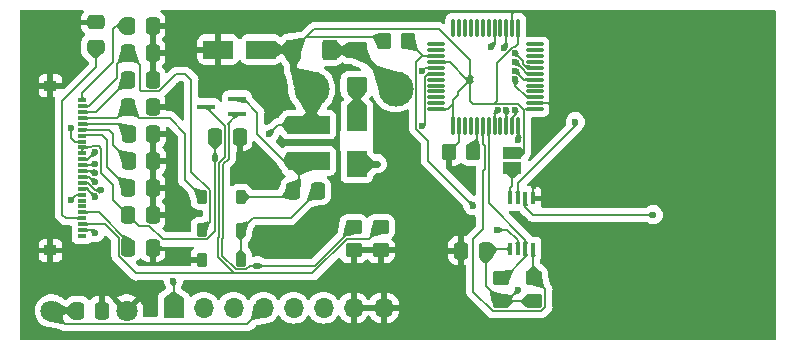
<source format=gbr>
%TF.GenerationSoftware,KiCad,Pcbnew,7.0.5*%
%TF.CreationDate,2023-07-02T17:57:48+02:00*%
%TF.ProjectId,eink-NFC,65696e6b-2d4e-4464-932e-6b696361645f,rev?*%
%TF.SameCoordinates,Original*%
%TF.FileFunction,Copper,L2,Bot*%
%TF.FilePolarity,Positive*%
%FSLAX46Y46*%
G04 Gerber Fmt 4.6, Leading zero omitted, Abs format (unit mm)*
G04 Created by KiCad (PCBNEW 7.0.5) date 2023-07-02 17:57:48*
%MOMM*%
%LPD*%
G01*
G04 APERTURE LIST*
G04 Aperture macros list*
%AMRoundRect*
0 Rectangle with rounded corners*
0 $1 Rounding radius*
0 $2 $3 $4 $5 $6 $7 $8 $9 X,Y pos of 4 corners*
0 Add a 4 corners polygon primitive as box body*
4,1,4,$2,$3,$4,$5,$6,$7,$8,$9,$2,$3,0*
0 Add four circle primitives for the rounded corners*
1,1,$1+$1,$2,$3*
1,1,$1+$1,$4,$5*
1,1,$1+$1,$6,$7*
1,1,$1+$1,$8,$9*
0 Add four rect primitives between the rounded corners*
20,1,$1+$1,$2,$3,$4,$5,0*
20,1,$1+$1,$4,$5,$6,$7,0*
20,1,$1+$1,$6,$7,$8,$9,0*
20,1,$1+$1,$8,$9,$2,$3,0*%
G04 Aperture macros list end*
%TA.AperFunction,ComponentPad*%
%ADD10C,1.800000*%
%TD*%
%TA.AperFunction,ComponentPad*%
%ADD11R,1.700000X1.700000*%
%TD*%
%TA.AperFunction,ComponentPad*%
%ADD12O,1.700000X1.700000*%
%TD*%
%TA.AperFunction,SMDPad,CuDef*%
%ADD13RoundRect,0.250000X0.337500X0.475000X-0.337500X0.475000X-0.337500X-0.475000X0.337500X-0.475000X0*%
%TD*%
%TA.AperFunction,SMDPad,CuDef*%
%ADD14R,3.600000X1.500000*%
%TD*%
%TA.AperFunction,SMDPad,CuDef*%
%ADD15RoundRect,0.250000X-0.350000X-0.450000X0.350000X-0.450000X0.350000X0.450000X-0.350000X0.450000X0*%
%TD*%
%TA.AperFunction,SMDPad,CuDef*%
%ADD16RoundRect,0.250000X-0.475000X0.337500X-0.475000X-0.337500X0.475000X-0.337500X0.475000X0.337500X0*%
%TD*%
%TA.AperFunction,SMDPad,CuDef*%
%ADD17R,0.800000X0.300000*%
%TD*%
%TA.AperFunction,SMDPad,CuDef*%
%ADD18R,1.000000X0.950000*%
%TD*%
%TA.AperFunction,SMDPad,CuDef*%
%ADD19RoundRect,0.250000X0.400000X0.625000X-0.400000X0.625000X-0.400000X-0.625000X0.400000X-0.625000X0*%
%TD*%
%TA.AperFunction,SMDPad,CuDef*%
%ADD20RoundRect,0.225000X-0.225000X-0.375000X0.225000X-0.375000X0.225000X0.375000X-0.225000X0.375000X0*%
%TD*%
%TA.AperFunction,SMDPad,CuDef*%
%ADD21R,1.500000X0.450000*%
%TD*%
%TA.AperFunction,SMDPad,CuDef*%
%ADD22RoundRect,0.250000X0.450000X-0.350000X0.450000X0.350000X-0.450000X0.350000X-0.450000X-0.350000X0*%
%TD*%
%TA.AperFunction,SMDPad,CuDef*%
%ADD23RoundRect,0.250001X0.624999X-0.462499X0.624999X0.462499X-0.624999X0.462499X-0.624999X-0.462499X0*%
%TD*%
%TA.AperFunction,SMDPad,CuDef*%
%ADD24R,1.701800X2.209800*%
%TD*%
%TA.AperFunction,SMDPad,CuDef*%
%ADD25R,1.500000X1.000000*%
%TD*%
%TA.AperFunction,SMDPad,CuDef*%
%ADD26RoundRect,0.075000X-0.662500X-0.075000X0.662500X-0.075000X0.662500X0.075000X-0.662500X0.075000X0*%
%TD*%
%TA.AperFunction,SMDPad,CuDef*%
%ADD27RoundRect,0.075000X-0.075000X-0.662500X0.075000X-0.662500X0.075000X0.662500X-0.075000X0.662500X0*%
%TD*%
%TA.AperFunction,SMDPad,CuDef*%
%ADD28RoundRect,0.250000X0.350000X0.450000X-0.350000X0.450000X-0.350000X-0.450000X0.350000X-0.450000X0*%
%TD*%
%TA.AperFunction,SMDPad,CuDef*%
%ADD29RoundRect,0.250000X1.050000X0.550000X-1.050000X0.550000X-1.050000X-0.550000X1.050000X-0.550000X0*%
%TD*%
%TA.AperFunction,SMDPad,CuDef*%
%ADD30C,3.000000*%
%TD*%
%TA.AperFunction,SMDPad,CuDef*%
%ADD31R,0.400000X1.100000*%
%TD*%
%TA.AperFunction,SMDPad,CuDef*%
%ADD32RoundRect,0.250000X-0.337500X-0.475000X0.337500X-0.475000X0.337500X0.475000X-0.337500X0.475000X0*%
%TD*%
%TA.AperFunction,SMDPad,CuDef*%
%ADD33RoundRect,0.225000X0.225000X0.375000X-0.225000X0.375000X-0.225000X-0.375000X0.225000X-0.375000X0*%
%TD*%
%TA.AperFunction,ViaPad*%
%ADD34C,0.600000*%
%TD*%
%TA.AperFunction,Conductor*%
%ADD35C,0.200000*%
%TD*%
%TA.AperFunction,Conductor*%
%ADD36C,0.150000*%
%TD*%
%TA.AperFunction,Conductor*%
%ADD37C,0.127000*%
%TD*%
%TA.AperFunction,Conductor*%
%ADD38C,0.600000*%
%TD*%
%TA.AperFunction,Conductor*%
%ADD39C,0.400000*%
%TD*%
G04 APERTURE END LIST*
D10*
%TO.P,S1,1,COM*%
%TO.N,NRST*%
X115131500Y-93980000D03*
%TO.P,S1,2,NO*%
%TO.N,GND*%
X121531500Y-93980000D03*
%TD*%
D11*
%TO.P,J2,1,Pin_1*%
%TO.N,+3V0*%
X125497500Y-93726000D03*
D12*
%TO.P,J2,2,Pin_2*%
%TO.N,SWDIO*%
X128037500Y-93726000D03*
%TO.P,J2,3,Pin_3*%
%TO.N,SWCLK*%
X130577500Y-93726000D03*
%TO.P,J2,4,Pin_4*%
%TO.N,NRST*%
X133117500Y-93726000D03*
%TO.P,J2,5,Pin_5*%
%TO.N,USART_TX*%
X135657500Y-93726000D03*
%TO.P,J2,6,Pin_6*%
%TO.N,USART_RX*%
X138197500Y-93726000D03*
%TO.P,J2,7,Pin_7*%
%TO.N,GND*%
X140737500Y-93726000D03*
%TO.P,J2,8,Pin_8*%
X143277500Y-93726000D03*
%TD*%
D13*
%TO.P,C15,1*%
%TO.N,+3V0*%
X151913500Y-88900000D03*
%TO.P,C15,2*%
%TO.N,GND*%
X149838500Y-88900000D03*
%TD*%
D14*
%TO.P,L1,1,1*%
%TO.N,+3V0*%
X136927500Y-78232000D03*
%TO.P,L1,2,2*%
%TO.N,Net-(D3-A)*%
X136927500Y-81282000D03*
%TD*%
D13*
%TO.P,C12,1*%
%TO.N,GND*%
X123719500Y-69850000D03*
%TO.P,C12,2*%
%TO.N,/VCOM*%
X121644500Y-69850000D03*
%TD*%
D15*
%TO.P,R4,1*%
%TO.N,+3V0*%
X143309500Y-71120000D03*
%TO.P,R4,2*%
%TO.N,SYS_WKUP1*%
X145309500Y-71120000D03*
%TD*%
D13*
%TO.P,C7,1*%
%TO.N,GND*%
X123762500Y-81280000D03*
%TO.P,C7,2*%
%TO.N,/VPP*%
X121687500Y-81280000D03*
%TD*%
D16*
%TO.P,C13,1*%
%TO.N,GND*%
X118893500Y-69574500D03*
%TO.P,C13,2*%
%TO.N,/VGL*%
X118893500Y-71649500D03*
%TD*%
D13*
%TO.P,C6,1*%
%TO.N,GND*%
X123719500Y-83566000D03*
%TO.P,C6,2*%
%TO.N,/VDD*%
X121644500Y-83566000D03*
%TD*%
D17*
%TO.P,J3,1,1*%
%TO.N,/HLT_CTL*%
X117762000Y-87655000D03*
%TO.P,J3,2,2*%
%TO.N,GDR*%
X117762000Y-87155000D03*
%TO.P,J3,3,3*%
%TO.N,RESE*%
X117762000Y-86655000D03*
%TO.P,J3,4,4*%
%TO.N,/VGL*%
X117762000Y-86155000D03*
%TO.P,J3,5,5*%
%TO.N,/VGH*%
X117762000Y-85655000D03*
%TO.P,J3,6,6*%
%TO.N,/TSCL*%
X117762000Y-85155000D03*
%TO.P,J3,7,7*%
%TO.N,/TSDA*%
X117762000Y-84655000D03*
%TO.P,J3,8,8*%
%TO.N,GND*%
X117762000Y-84155000D03*
%TO.P,J3,9,9*%
%TO.N,ePaper_BUSY*%
X117762000Y-83655000D03*
%TO.P,J3,10,10*%
%TO.N,ePaper_RESET#*%
X117762000Y-83155000D03*
%TO.P,J3,11,11*%
%TO.N,ePaper_D{slash}C#*%
X117762000Y-82655000D03*
%TO.P,J3,12,12*%
%TO.N,ePaper_CS#*%
X117762000Y-82155000D03*
%TO.P,J3,13,13*%
%TO.N,ePaper_SCK*%
X117762000Y-81655000D03*
%TO.P,J3,14,14*%
%TO.N,ePaper_MOSI*%
X117762000Y-81155000D03*
%TO.P,J3,15,15*%
%TO.N,+3V0*%
X117762000Y-80655000D03*
%TO.P,J3,16,16*%
X117762000Y-80155000D03*
%TO.P,J3,17,17*%
%TO.N,GND*%
X117762000Y-79655000D03*
%TO.P,J3,18,18*%
%TO.N,/VDD*%
X117762000Y-79155000D03*
%TO.P,J3,19,19*%
%TO.N,/VPP*%
X117762000Y-78655000D03*
%TO.P,J3,20,20*%
%TO.N,/VSH*%
X117762000Y-78155000D03*
%TO.P,J3,21,21*%
%TO.N,PREVGH*%
X117762000Y-77655000D03*
%TO.P,J3,22,22*%
%TO.N,/VSL*%
X117762000Y-77155000D03*
%TO.P,J3,23,23*%
%TO.N,PREVGL*%
X117762000Y-76655000D03*
%TO.P,J3,24,24*%
%TO.N,/VCOM*%
X117762000Y-76155000D03*
D18*
%TO.P,J3,MP1,MP1*%
%TO.N,GND*%
X115062000Y-88880000D03*
%TO.P,J3,MP2,MP2*%
X115062000Y-74930000D03*
%TD*%
D19*
%TO.P,R7,1*%
%TO.N,Net-(F1-Pad2)*%
X138731500Y-71882000D03*
%TO.P,R7,2*%
%TO.N,+3V0*%
X135631500Y-71882000D03*
%TD*%
D20*
%TO.P,D3,1,K*%
%TO.N,PREVGH*%
X127890000Y-84328000D03*
%TO.P,D3,2,A*%
%TO.N,Net-(D3-A)*%
X131190000Y-84328000D03*
%TD*%
D21*
%TO.P,Q1,3,S*%
%TO.N,RESE*%
X128210000Y-76708000D03*
%TO.P,Q1,2,G*%
%TO.N,GDR*%
X130870000Y-77358000D03*
%TO.P,Q1,1,D*%
%TO.N,Net-(D3-A)*%
X130870000Y-76058000D03*
%TD*%
D22*
%TO.P,R5,1*%
%TO.N,+3V0*%
X153183500Y-93186000D03*
%TO.P,R5,2*%
%TO.N,ST25DV_SCL*%
X153183500Y-91186000D03*
%TD*%
D23*
%TO.P,F1,1*%
%TO.N,Net-(CR1-Pad2)*%
X140991500Y-74893500D03*
%TO.P,F1,2*%
%TO.N,Net-(F1-Pad2)*%
X140991500Y-71918500D03*
%TD*%
D13*
%TO.P,C10,1*%
%TO.N,GND*%
X123719500Y-74422000D03*
%TO.P,C10,2*%
%TO.N,/VSL*%
X121644500Y-74422000D03*
%TD*%
%TO.P,C3,1*%
%TO.N,Net-(D1-A)*%
X137711000Y-83820000D03*
%TO.P,C3,2*%
%TO.N,Net-(D3-A)*%
X135636000Y-83820000D03*
%TD*%
D24*
%TO.P,CR1,1*%
%TO.N,+BATT*%
X140991500Y-81534000D03*
%TO.P,CR1,2*%
%TO.N,Net-(CR1-Pad2)*%
X140991500Y-77673200D03*
%TD*%
D25*
%TO.P,JP1,1,A*%
%TO.N,+3V0*%
X154178000Y-80630000D03*
%TO.P,JP1,2,B*%
%TO.N,Net-(JP1-B)*%
X154178000Y-81930000D03*
%TD*%
D22*
%TO.P,R6,1*%
%TO.N,+3V0*%
X155977500Y-93186000D03*
%TO.P,R6,2*%
%TO.N,ST25DV_SDA*%
X155977500Y-91186000D03*
%TD*%
D26*
%TO.P,U1,1,VLCD*%
%TO.N,+3V0*%
X147751000Y-76918000D03*
%TO.P,U1,2,PC13*%
%TO.N,unconnected-(U1-PC13-Pad2)*%
X147751000Y-76418000D03*
%TO.P,U1,3,PC14*%
%TO.N,unconnected-(U1-PC14-Pad3)*%
X147751000Y-75918000D03*
%TO.P,U1,4,PC15*%
%TO.N,unconnected-(U1-PC15-Pad4)*%
X147751000Y-75418000D03*
%TO.P,U1,5,PH0*%
%TO.N,unconnected-(U1-PH0-Pad5)*%
X147751000Y-74918000D03*
%TO.P,U1,6,PH1*%
%TO.N,unconnected-(U1-PH1-Pad6)*%
X147751000Y-74418000D03*
%TO.P,U1,7,NRST*%
%TO.N,NRST*%
X147751000Y-73918000D03*
%TO.P,U1,8,VSSA*%
%TO.N,GND*%
X147751000Y-73418000D03*
%TO.P,U1,9,VDDA*%
%TO.N,+3V0*%
X147751000Y-72918000D03*
%TO.P,U1,10,PA0*%
%TO.N,SYS_WKUP1*%
X147751000Y-72418000D03*
%TO.P,U1,11,PA1*%
%TO.N,unconnected-(U1-PA1-Pad11)*%
X147751000Y-71918000D03*
%TO.P,U1,12,PA2*%
%TO.N,unconnected-(U1-PA2-Pad12)*%
X147751000Y-71418000D03*
D27*
%TO.P,U1,13,PA3*%
%TO.N,unconnected-(U1-PA3-Pad13)*%
X149163500Y-70005500D03*
%TO.P,U1,14,PA4*%
%TO.N,unconnected-(U1-PA4-Pad14)*%
X149663500Y-70005500D03*
%TO.P,U1,15,PA5*%
%TO.N,unconnected-(U1-PA5-Pad15)*%
X150163500Y-70005500D03*
%TO.P,U1,16,PA6*%
%TO.N,unconnected-(U1-PA6-Pad16)*%
X150663500Y-70005500D03*
%TO.P,U1,17,PA7*%
%TO.N,unconnected-(U1-PA7-Pad17)*%
X151163500Y-70005500D03*
%TO.P,U1,18,PB0*%
%TO.N,unconnected-(U1-PB0-Pad18)*%
X151663500Y-70005500D03*
%TO.P,U1,19,PB1*%
%TO.N,unconnected-(U1-PB1-Pad19)*%
X152163500Y-70005500D03*
%TO.P,U1,20,PB2*%
%TO.N,ePaper_RESET#*%
X152663500Y-70005500D03*
%TO.P,U1,21,PB10*%
%TO.N,unconnected-(U1-PB10-Pad21)*%
X153163500Y-70005500D03*
%TO.P,U1,22,PB11*%
%TO.N,ePaper_D{slash}C#*%
X153663500Y-70005500D03*
%TO.P,U1,23,VSS*%
%TO.N,GND*%
X154163500Y-70005500D03*
%TO.P,U1,24,VDD*%
%TO.N,+3V0*%
X154663500Y-70005500D03*
D26*
%TO.P,U1,25,PB12*%
%TO.N,unconnected-(U1-PB12-Pad25)*%
X156076000Y-71418000D03*
%TO.P,U1,26,PB13*%
%TO.N,unconnected-(U1-PB13-Pad26)*%
X156076000Y-71918000D03*
%TO.P,U1,27,PB14*%
%TO.N,unconnected-(U1-PB14-Pad27)*%
X156076000Y-72418000D03*
%TO.P,U1,28,PB15*%
%TO.N,unconnected-(U1-PB15-Pad28)*%
X156076000Y-72918000D03*
%TO.P,U1,29,PA8*%
%TO.N,ePaper_BUSY*%
X156076000Y-73418000D03*
%TO.P,U1,30,PA9*%
%TO.N,USART_TX*%
X156076000Y-73918000D03*
%TO.P,U1,31,PA10*%
%TO.N,USART_RX*%
X156076000Y-74418000D03*
%TO.P,U1,32,PA11*%
%TO.N,unconnected-(U1-PA11-Pad32)*%
X156076000Y-74918000D03*
%TO.P,U1,33,PA12*%
%TO.N,unconnected-(U1-PA12-Pad33)*%
X156076000Y-75418000D03*
%TO.P,U1,34,PA13*%
%TO.N,SWDIO*%
X156076000Y-75918000D03*
%TO.P,U1,35,VSS*%
%TO.N,GND*%
X156076000Y-76418000D03*
%TO.P,U1,36,VDD_USB*%
%TO.N,+3V0*%
X156076000Y-76918000D03*
D27*
%TO.P,U1,37,PA14*%
%TO.N,SWCLK*%
X154663500Y-78330500D03*
%TO.P,U1,38,PA15*%
%TO.N,ePaper_CS#*%
X154163500Y-78330500D03*
%TO.P,U1,39,PB3*%
%TO.N,ePaper_SCK*%
X153663500Y-78330500D03*
%TO.P,U1,40,PB4*%
%TO.N,unconnected-(U1-PB4-Pad40)*%
X153163500Y-78330500D03*
%TO.P,U1,41,PB5*%
%TO.N,ePaper_MOSI*%
X152663500Y-78330500D03*
%TO.P,U1,42,PB6*%
%TO.N,ST25DV_SCL*%
X152163500Y-78330500D03*
%TO.P,U1,43,PB7*%
%TO.N,ST25DV_SDA*%
X151663500Y-78330500D03*
%TO.P,U1,44,BOOT0*%
%TO.N,/BOOT0*%
X151163500Y-78330500D03*
%TO.P,U1,45,PB8*%
%TO.N,unconnected-(U1-PB8-Pad45)*%
X150663500Y-78330500D03*
%TO.P,U1,46,PB9*%
%TO.N,unconnected-(U1-PB9-Pad46)*%
X150163500Y-78330500D03*
%TO.P,U1,47,VSS*%
%TO.N,GND*%
X149663500Y-78330500D03*
%TO.P,U1,48,VDD*%
%TO.N,+3V0*%
X149163500Y-78330500D03*
%TD*%
D13*
%TO.P,C9,1*%
%TO.N,GND*%
X123719500Y-76708000D03*
%TO.P,C9,2*%
%TO.N,PREVGH*%
X121644500Y-76708000D03*
%TD*%
D28*
%TO.P,R3,1*%
%TO.N,/BOOT0*%
X150844000Y-80518000D03*
%TO.P,R3,2*%
%TO.N,GND*%
X148844000Y-80518000D03*
%TD*%
D29*
%TO.P,C16,1*%
%TO.N,+3V0*%
X132885500Y-71882000D03*
%TO.P,C16,2*%
%TO.N,GND*%
X129285500Y-71882000D03*
%TD*%
D20*
%TO.P,D1,1,K*%
%TO.N,GND*%
X127890000Y-89662000D03*
%TO.P,D1,2,A*%
%TO.N,Net-(D1-A)*%
X131190000Y-89662000D03*
%TD*%
D13*
%TO.P,C14,1*%
%TO.N,GND*%
X123719500Y-88646000D03*
%TO.P,C14,2*%
%TO.N,/VGH*%
X121644500Y-88646000D03*
%TD*%
%TO.P,C8,1*%
%TO.N,GND*%
X123762500Y-78994000D03*
%TO.P,C8,2*%
%TO.N,/VSH*%
X121687500Y-78994000D03*
%TD*%
%TO.P,C5,1*%
%TO.N,GND*%
X123719500Y-85852000D03*
%TO.P,C5,2*%
%TO.N,+3V0*%
X121644500Y-85852000D03*
%TD*%
D30*
%TO.P,TP1,1,1*%
%TO.N,Net-(F1-Pad2)*%
X144293500Y-75184000D03*
%TD*%
D22*
%TO.P,R2,1*%
%TO.N,GND*%
X143023500Y-88868000D03*
%TO.P,R2,2*%
%TO.N,RESE*%
X143023500Y-86868000D03*
%TD*%
D13*
%TO.P,C2,1*%
%TO.N,GND*%
X131085500Y-79248000D03*
%TO.P,C2,2*%
%TO.N,+3V0*%
X129010500Y-79248000D03*
%TD*%
D30*
%TO.P,TP2,1,1*%
%TO.N,+3V0*%
X137181500Y-75184000D03*
%TD*%
D22*
%TO.P,R1,1*%
%TO.N,GND*%
X140737500Y-88868000D03*
%TO.P,R1,2*%
%TO.N,GDR*%
X140737500Y-86868000D03*
%TD*%
D31*
%TO.P,RF1,1,V_EH*%
%TO.N,Net-(JP1-B)*%
X153986500Y-84464000D03*
%TO.P,RF1,2,AC0*%
%TO.N,Net-(ANT1-2)*%
X154636500Y-84464000D03*
%TO.P,RF1,3,AC1*%
%TO.N,Net-(ANT1-1)*%
X155286500Y-84464000D03*
%TO.P,RF1,4,GND*%
%TO.N,GND*%
X155936500Y-84464000D03*
%TO.P,RF1,5,SDA*%
%TO.N,ST25DV_SDA*%
X155936500Y-88764000D03*
%TO.P,RF1,6,SCL*%
%TO.N,ST25DV_SCL*%
X155286500Y-88764000D03*
%TO.P,RF1,7,GPO*%
%TO.N,SYS_WKUP1*%
X154636500Y-88764000D03*
%TO.P,RF1,8,VCC*%
%TO.N,+3V0*%
X153986500Y-88764000D03*
%TD*%
D32*
%TO.P,C1,1*%
%TO.N,NRST*%
X117348000Y-93980000D03*
%TO.P,C1,2*%
%TO.N,GND*%
X119423000Y-93980000D03*
%TD*%
D33*
%TO.P,D2,1,K*%
%TO.N,Net-(D1-A)*%
X131190000Y-87122000D03*
%TO.P,D2,2,A*%
%TO.N,PREVGL*%
X127890000Y-87122000D03*
%TD*%
D13*
%TO.P,C11,1*%
%TO.N,GND*%
X123719500Y-72136000D03*
%TO.P,C11,2*%
%TO.N,PREVGL*%
X121644500Y-72136000D03*
%TD*%
D34*
%TO.N,GND*%
X125730000Y-85598000D03*
X129032000Y-74422000D03*
X125984000Y-74930000D03*
X130048000Y-74422000D03*
X135382000Y-87884000D03*
X134620000Y-87884000D03*
X133858000Y-87884000D03*
X116840000Y-78486000D03*
X146558000Y-73660000D03*
X150622000Y-83312000D03*
X125730000Y-86614000D03*
X125476000Y-89408000D03*
X133604000Y-83058000D03*
X131064000Y-74422000D03*
X114808000Y-77216000D03*
X114808000Y-78740000D03*
X114808000Y-85852000D03*
X114808000Y-85090000D03*
X114808000Y-84328000D03*
X114808000Y-77978000D03*
X116840000Y-84582000D03*
%TO.N,Net-(ANT1-1)*%
X166116000Y-85852000D03*
%TO.N,Net-(ANT1-2)*%
X159512000Y-77978000D03*
%TO.N,+BATT*%
X142748000Y-81534000D03*
%TO.N,NRST*%
X146558000Y-78342500D03*
%TO.N,+3V0*%
X129010500Y-81026000D03*
X150622000Y-74422000D03*
X125476000Y-91440000D03*
X133604000Y-78994000D03*
X154686000Y-92202000D03*
%TO.N,SWDIO*%
X154422959Y-74395544D03*
%TO.N,SWCLK*%
X154686000Y-79502000D03*
%TO.N,USART_TX*%
X154432000Y-72898000D03*
%TO.N,USART_RX*%
X154432000Y-73660000D03*
%TO.N,GDR*%
X132588000Y-90170000D03*
X118872000Y-87376000D03*
%TO.N,ePaper_BUSY*%
X118872000Y-84328000D03*
X154432000Y-72171497D03*
%TO.N,ePaper_RESET#*%
X152400000Y-71628000D03*
X119380000Y-83784503D03*
%TO.N,ePaper_D{slash}C#*%
X153486166Y-71698165D03*
X118872000Y-83058000D03*
%TO.N,ePaper_CS#*%
X154432000Y-76962000D03*
X118853500Y-82296000D03*
%TO.N,ePaper_SCK*%
X153670000Y-76962000D03*
X118853500Y-81534000D03*
%TO.N,ePaper_MOSI*%
X152943497Y-76962000D03*
X118853500Y-80576052D03*
%TO.N,SYS_WKUP1*%
X152908000Y-87122000D03*
X150876000Y-85090000D03*
%TD*%
D35*
%TO.N,GND*%
X155936500Y-83353500D02*
X156055000Y-83235000D01*
X155936500Y-84464000D02*
X155936500Y-83353500D01*
X157154000Y-84464000D02*
X157170000Y-84480000D01*
X155936500Y-84464000D02*
X157154000Y-84464000D01*
%TO.N,ePaper_SCK*%
X118732500Y-81655000D02*
X117762000Y-81655000D01*
X118853500Y-81534000D02*
X118732500Y-81655000D01*
%TO.N,USART_TX*%
X154959000Y-73465592D02*
X155411408Y-73918000D01*
X155411408Y-73918000D02*
X156076000Y-73918000D01*
X154959000Y-73441709D02*
X154959000Y-73465592D01*
%TO.N,+3V0*%
X120396000Y-84603500D02*
X122596500Y-86804000D01*
%TO.N,PREVGL*%
X122682000Y-73173500D02*
X121644500Y-72136000D01*
X122682000Y-75317580D02*
X122682000Y-73173500D01*
X124254580Y-75374000D02*
X122738420Y-75374000D01*
X122738420Y-75374000D02*
X122682000Y-75317580D01*
X128567000Y-83765775D02*
X127000000Y-82198775D01*
X126492000Y-73914000D02*
X125714580Y-73914000D01*
X125714580Y-73914000D02*
X124254580Y-75374000D01*
X128567000Y-86445000D02*
X128567000Y-83765775D01*
X127000000Y-74422000D02*
X126492000Y-73914000D01*
X127890000Y-87122000D02*
X128567000Y-86445000D01*
X127000000Y-82198775D02*
X127000000Y-74422000D01*
%TO.N,GDR*%
X130096224Y-78131776D02*
X130870000Y-77358000D01*
X130152000Y-78187552D02*
X130096224Y-78131776D01*
X129613000Y-87884000D02*
X129664500Y-87832500D01*
X130152000Y-81092239D02*
X130152000Y-78187552D01*
X129613000Y-89324225D02*
X129613000Y-87884000D01*
X130777775Y-90489000D02*
X129613000Y-89324225D01*
X129664500Y-87832500D02*
X129664500Y-81579739D01*
X131602225Y-90489000D02*
X130777775Y-90489000D01*
X129664500Y-81579739D02*
X130152000Y-81092239D01*
X131921225Y-90170000D02*
X131602225Y-90489000D01*
X132588000Y-90170000D02*
X131921225Y-90170000D01*
%TO.N,RESE*%
X129337500Y-87697052D02*
X129337500Y-81444291D01*
X129337500Y-81444291D02*
X129825000Y-80956791D01*
X129825000Y-80956791D02*
X129825000Y-78323000D01*
X129286000Y-89459673D02*
X129286000Y-87748552D01*
X129286000Y-87748552D02*
X129337500Y-87697052D01*
X130642327Y-90816000D02*
X129286000Y-89459673D01*
X130810000Y-90816000D02*
X130642327Y-90816000D01*
X129825000Y-78323000D02*
X128210000Y-76708000D01*
%TO.N,GND*%
X116840000Y-79333000D02*
X116840000Y-78486000D01*
X117162000Y-79655000D02*
X116840000Y-79333000D01*
X117762000Y-79655000D02*
X117162000Y-79655000D01*
X154163500Y-68600000D02*
X154178000Y-68600000D01*
X154163500Y-70005500D02*
X154163500Y-68600000D01*
X146800000Y-73418000D02*
X146558000Y-73660000D01*
X147751000Y-73418000D02*
X146800000Y-73418000D01*
%TO.N,SYS_WKUP1*%
X146530000Y-72418000D02*
X147751000Y-72418000D01*
X146031000Y-72917000D02*
X146530000Y-72418000D01*
X147061209Y-81275209D02*
X147061209Y-79591000D01*
X147061209Y-79591000D02*
X146031000Y-78560791D01*
X146031000Y-78560791D02*
X146031000Y-72917000D01*
X150876000Y-85090000D02*
X147061209Y-81275209D01*
%TO.N,GND*%
X157444000Y-76418000D02*
X157480000Y-76454000D01*
X156076000Y-76418000D02*
X157444000Y-76418000D01*
%TO.N,+3V0*%
X119146552Y-80049052D02*
X119380000Y-80282500D01*
X118491500Y-80155000D02*
X118597448Y-80049052D01*
X118597448Y-80049052D02*
X119146552Y-80049052D01*
D36*
X149613408Y-75430592D02*
X149613408Y-75684829D01*
X150622000Y-74422000D02*
X149613408Y-75430592D01*
X148864000Y-72918000D02*
X147751000Y-72918000D01*
X150368000Y-74422000D02*
X148864000Y-72918000D01*
X150622000Y-74422000D02*
X150368000Y-74422000D01*
X137409500Y-70104000D02*
X135631500Y-71882000D01*
X147935763Y-70104000D02*
X137409500Y-70104000D01*
X150876000Y-76454000D02*
X152654000Y-76454000D01*
X150622000Y-74422000D02*
X150622000Y-76200000D01*
X150622000Y-74422000D02*
X150622000Y-72790237D01*
X150622000Y-76200000D02*
X150876000Y-76454000D01*
X150622000Y-72790237D02*
X147935763Y-70104000D01*
D35*
%TO.N,GND*%
X148844000Y-80518000D02*
X149663500Y-79698500D01*
X149663500Y-79698500D02*
X149663500Y-78330500D01*
D36*
%TO.N,+3V0*%
X148699500Y-76918000D02*
X149163500Y-76454000D01*
X147751000Y-76918000D02*
X148699500Y-76918000D01*
D35*
X149163500Y-78330500D02*
X149163500Y-76454000D01*
X149163500Y-76454000D02*
X149163500Y-76134737D01*
X149163500Y-76134737D02*
X149613408Y-75684829D01*
D37*
%TO.N,GND*%
X117267000Y-84155000D02*
X116840000Y-84582000D01*
X117762000Y-84155000D02*
X117267000Y-84155000D01*
D35*
%TO.N,Net-(ANT1-1)*%
X155286500Y-85214000D02*
X155286500Y-84464000D01*
X166116000Y-85852000D02*
X155924500Y-85852000D01*
X155924500Y-85852000D02*
X155286500Y-85214000D01*
%TO.N,Net-(ANT1-2)*%
X154636500Y-83175500D02*
X154636500Y-84464000D01*
X159512000Y-77978000D02*
X159512000Y-78300000D01*
X159512000Y-78300000D02*
X154636500Y-83175500D01*
D38*
%TO.N,+BATT*%
X142748000Y-81534000D02*
X140991500Y-81534000D01*
D35*
%TO.N,NRST*%
X116258500Y-95107000D02*
X115131500Y-93980000D01*
X146812000Y-78088500D02*
X146786500Y-78063000D01*
X133117500Y-93726000D02*
X131736500Y-95107000D01*
X146786500Y-74193500D02*
X147062000Y-73918000D01*
X131736500Y-95107000D02*
X116258500Y-95107000D01*
X146786500Y-78063000D02*
X146786500Y-74193500D01*
D39*
X117348000Y-93980000D02*
X115131500Y-93980000D01*
D35*
X147062000Y-73918000D02*
X147751000Y-73918000D01*
X146558000Y-78342500D02*
X146812000Y-78088500D01*
%TO.N,+3V0*%
X129010500Y-79248000D02*
X129010500Y-81026000D01*
D36*
X154390503Y-71669497D02*
X154224064Y-71669497D01*
D35*
X119380000Y-82296000D02*
X120396000Y-83312000D01*
X136927500Y-78232000D02*
X134366000Y-78232000D01*
X153702000Y-93186000D02*
X154686000Y-92202000D01*
D36*
X154663500Y-70005500D02*
X154663500Y-71396500D01*
X154633936Y-76454000D02*
X155194000Y-77014064D01*
D38*
X137181500Y-75184000D02*
X137181500Y-77978000D01*
X135631500Y-71882000D02*
X132885500Y-71882000D01*
D35*
X151913500Y-91916000D02*
X153183500Y-93186000D01*
X136733500Y-70780000D02*
X135631500Y-71882000D01*
D38*
X135631500Y-73634000D02*
X137181500Y-75184000D01*
D35*
X120396000Y-83312000D02*
X120396000Y-84603500D01*
X123444000Y-86804000D02*
X122596500Y-86804000D01*
X117762000Y-80655000D02*
X117762000Y-80155000D01*
X118491500Y-80155000D02*
X117762000Y-80155000D01*
X143309500Y-71120000D02*
X142969500Y-70780000D01*
X129010500Y-87240725D02*
X128302225Y-87949000D01*
X153183500Y-93186000D02*
X155977500Y-93186000D01*
D36*
X154224064Y-71669497D02*
X152908000Y-72985561D01*
X155194000Y-77014064D02*
X155194000Y-80518000D01*
X154663500Y-71396500D02*
X154390503Y-71669497D01*
X156076000Y-76918000D02*
X155290064Y-76918000D01*
D35*
X119380000Y-80282500D02*
X119380000Y-82296000D01*
D38*
X137181500Y-77978000D02*
X136927500Y-78232000D01*
D36*
X155194000Y-80518000D02*
X155082000Y-80630000D01*
D35*
X142969500Y-70780000D02*
X136733500Y-70780000D01*
X125497500Y-93726000D02*
X125497500Y-91461500D01*
D36*
X155082000Y-80630000D02*
X154178000Y-80630000D01*
D35*
X151913500Y-88900000D02*
X151913500Y-91916000D01*
X128302225Y-87949000D02*
X124589000Y-87949000D01*
D36*
X155290064Y-76918000D02*
X155194000Y-77014064D01*
X152908000Y-72985561D02*
X152908000Y-76200000D01*
D35*
X125497500Y-91461500D02*
X125476000Y-91440000D01*
X151913500Y-88900000D02*
X152049500Y-88764000D01*
D36*
X152654000Y-76454000D02*
X154633936Y-76454000D01*
D35*
X134366000Y-78232000D02*
X133604000Y-78994000D01*
D38*
X135631500Y-71882000D02*
X135631500Y-73634000D01*
D35*
X152049500Y-88764000D02*
X153986500Y-88764000D01*
X124589000Y-87949000D02*
X123444000Y-86804000D01*
X129010500Y-81026000D02*
X129010500Y-87240725D01*
D36*
X152908000Y-76200000D02*
X152654000Y-76454000D01*
D35*
X153183500Y-93186000D02*
X153702000Y-93186000D01*
%TO.N,Net-(D1-A)*%
X132206000Y-86106000D02*
X131190000Y-87122000D01*
X135425000Y-86106000D02*
X132206000Y-86106000D01*
X137711000Y-83820000D02*
X135425000Y-86106000D01*
X131190000Y-87122000D02*
X131190000Y-89662000D01*
%TO.N,Net-(D3-A)*%
X132588000Y-78994000D02*
X134876000Y-81282000D01*
X134876000Y-81282000D02*
X136927500Y-81282000D01*
X136144000Y-82065500D02*
X136927500Y-81282000D01*
X136144000Y-83312000D02*
X136144000Y-82065500D01*
X132588000Y-77216000D02*
X132588000Y-78994000D01*
X135128000Y-84328000D02*
X131190000Y-84328000D01*
X130870000Y-76058000D02*
X131430000Y-76058000D01*
X135636000Y-83820000D02*
X135128000Y-84328000D01*
X135636000Y-83820000D02*
X136144000Y-83312000D01*
X131430000Y-76058000D02*
X132588000Y-77216000D01*
%TO.N,/VDD*%
X121644500Y-83566000D02*
X119888000Y-81809500D01*
X119888000Y-81809500D02*
X119888000Y-79502000D01*
X119461000Y-79075000D02*
X117529500Y-79075000D01*
X119888000Y-79502000D02*
X119461000Y-79075000D01*
%TO.N,/VPP*%
X121687500Y-81280000D02*
X120396000Y-79988500D01*
X120396000Y-79988500D02*
X120396000Y-78994000D01*
X120396000Y-78994000D02*
X120057000Y-78655000D01*
X120057000Y-78655000D02*
X117762000Y-78655000D01*
%TO.N,/VSH*%
X117762000Y-78155000D02*
X120848500Y-78155000D01*
X120848500Y-78155000D02*
X121687500Y-78994000D01*
%TO.N,PREVGH*%
X126492000Y-78994000D02*
X125158000Y-77660000D01*
X125158000Y-77660000D02*
X122596500Y-77660000D01*
X120697500Y-77655000D02*
X121644500Y-76708000D01*
X126492000Y-82930000D02*
X126492000Y-78994000D01*
X127890000Y-84328000D02*
X126492000Y-82930000D01*
X122596500Y-77660000D02*
X121644500Y-76708000D01*
X117762000Y-77655000D02*
X120697500Y-77655000D01*
%TO.N,/VSL*%
X118911500Y-77155000D02*
X121644500Y-74422000D01*
X117762000Y-77155000D02*
X118911500Y-77155000D01*
%TO.N,PREVGL*%
X120723000Y-74294000D02*
X120723000Y-73057500D01*
X118362000Y-76655000D02*
X120723000Y-74294000D01*
X120723000Y-73057500D02*
X121644500Y-72136000D01*
X117762000Y-76655000D02*
X118362000Y-76655000D01*
%TO.N,/VCOM*%
X120396000Y-70104000D02*
X120396000Y-72898000D01*
X117762000Y-75532000D02*
X120396000Y-72898000D01*
X120650000Y-69850000D02*
X120396000Y-70104000D01*
X117762000Y-76155000D02*
X117762000Y-75532000D01*
X121644500Y-69850000D02*
X120650000Y-69850000D01*
%TO.N,/VGL*%
X116078000Y-76200000D02*
X118893500Y-73384500D01*
X116381000Y-86155000D02*
X116078000Y-85852000D01*
X118893500Y-73384500D02*
X118893500Y-71649500D01*
X117762000Y-86155000D02*
X116381000Y-86155000D01*
X116078000Y-85852000D02*
X116078000Y-76200000D01*
%TO.N,/VGH*%
X119161500Y-85655000D02*
X121644500Y-88138000D01*
X117762000Y-85655000D02*
X119161500Y-85655000D01*
D38*
%TO.N,Net-(CR1-Pad2)*%
X140991500Y-77673200D02*
X140991500Y-74893500D01*
%TO.N,Net-(F1-Pad2)*%
X138768000Y-71918500D02*
X138731500Y-71882000D01*
X140991500Y-71918500D02*
X138768000Y-71918500D01*
X141028000Y-71918500D02*
X144293500Y-75184000D01*
X140991500Y-71918500D02*
X141028000Y-71918500D01*
D35*
%TO.N,SWDIO*%
X154422959Y-74929551D02*
X155411408Y-75918000D01*
X155411408Y-75918000D02*
X156076000Y-75918000D01*
X154422959Y-74395544D02*
X154422959Y-74929551D01*
%TO.N,SWCLK*%
X154686000Y-79502000D02*
X154686000Y-78353000D01*
X154686000Y-78353000D02*
X154663500Y-78330500D01*
%TO.N,USART_TX*%
X154432000Y-72914709D02*
X154959000Y-73441709D01*
X154432000Y-72898000D02*
X154432000Y-72914709D01*
%TO.N,USART_RX*%
X156076000Y-74418000D02*
X155190000Y-74418000D01*
X155190000Y-74418000D02*
X154432000Y-73660000D01*
%TO.N,GDR*%
X140737500Y-86868000D02*
X137435500Y-90170000D01*
D36*
X117762000Y-87155000D02*
X118651000Y-87155000D01*
X118651000Y-87155000D02*
X118872000Y-87376000D01*
D35*
X137435500Y-90170000D02*
X132588000Y-90170000D01*
%TO.N,RESE*%
X120830000Y-89318580D02*
X122327420Y-90816000D01*
X143023500Y-86868000D02*
X142007500Y-87884000D01*
X117762000Y-86655000D02*
X119675000Y-86655000D01*
X119675000Y-86655000D02*
X120830000Y-87810000D01*
X137251948Y-90816000D02*
X130810000Y-90816000D01*
X142007500Y-87884000D02*
X140183948Y-87884000D01*
X122327420Y-90816000D02*
X130810000Y-90816000D01*
X120830000Y-87810000D02*
X120830000Y-89318580D01*
X140183948Y-87884000D02*
X137251948Y-90816000D01*
%TO.N,ePaper_BUSY*%
X156076000Y-73418000D02*
X155411408Y-73418000D01*
X155111500Y-73118092D02*
X155111500Y-72832209D01*
X117762000Y-83655000D02*
X118199000Y-83655000D01*
X118199000Y-83655000D02*
X118872000Y-84328000D01*
X155111500Y-72832209D02*
X154677645Y-72398355D01*
X154677645Y-72398355D02*
X154658858Y-72398355D01*
X155411408Y-73418000D02*
X155111500Y-73118092D01*
X154658858Y-72398355D02*
X154432000Y-72171497D01*
%TO.N,ePaper_RESET#*%
X118223709Y-83155000D02*
X117762000Y-83155000D01*
X119380000Y-83784503D02*
X118853212Y-83784503D01*
X118853212Y-83784503D02*
X118223709Y-83155000D01*
X152663500Y-70005500D02*
X152663500Y-71364500D01*
X152663500Y-71364500D02*
X152400000Y-71628000D01*
%TO.N,ePaper_D{slash}C#*%
X118765000Y-83058000D02*
X118872000Y-83058000D01*
X153663500Y-70005500D02*
X153663500Y-71520831D01*
X153663500Y-71520831D02*
X153486166Y-71698165D01*
X118362000Y-82655000D02*
X118765000Y-83058000D01*
X117762000Y-82655000D02*
X118362000Y-82655000D01*
%TO.N,ePaper_CS#*%
X118712500Y-82155000D02*
X118853500Y-82296000D01*
X117762000Y-82155000D02*
X118712500Y-82155000D01*
X154432000Y-76962000D02*
X154432000Y-77397408D01*
X154432000Y-77397408D02*
X154163500Y-77665908D01*
X154163500Y-77665908D02*
X154163500Y-78330500D01*
%TO.N,ePaper_SCK*%
X153663500Y-76968500D02*
X153663500Y-78330500D01*
X153670000Y-76962000D02*
X153663500Y-76968500D01*
%TO.N,ePaper_MOSI*%
X118274552Y-81155000D02*
X117762000Y-81155000D01*
X152663500Y-77241997D02*
X152663500Y-78330500D01*
X152943497Y-76962000D02*
X152663500Y-77241997D01*
X118853500Y-80576052D02*
X118274552Y-81155000D01*
%TO.N,/BOOT0*%
X151163500Y-80198500D02*
X150844000Y-80518000D01*
X151163500Y-78330500D02*
X151163500Y-80198500D01*
%TO.N,SYS_WKUP1*%
X154636500Y-88014000D02*
X154636500Y-88764000D01*
X146607500Y-72418000D02*
X147751000Y-72418000D01*
X152908000Y-87122000D02*
X153744500Y-87122000D01*
X153744500Y-87122000D02*
X154636500Y-88014000D01*
X145309500Y-71120000D02*
X146607500Y-72418000D01*
%TO.N,ST25DV_SCL*%
X152163500Y-78330500D02*
X152163500Y-84836000D01*
X152163500Y-84836000D02*
X155286500Y-87959000D01*
X155286500Y-87959000D02*
X155286500Y-88764000D01*
D36*
X153183500Y-91186000D02*
X153564500Y-91186000D01*
X155286500Y-89464000D02*
X155286500Y-88764000D01*
X153564500Y-91186000D02*
X155286500Y-89464000D01*
%TO.N,ST25DV_SDA*%
X155936500Y-91145000D02*
X155936500Y-88764000D01*
D35*
X151837000Y-82006291D02*
X151663500Y-82179791D01*
X151663500Y-87096500D02*
X150876000Y-87884000D01*
X151663500Y-79862920D02*
X151837000Y-80036420D01*
X152535920Y-94013000D02*
X156625080Y-94013000D01*
X156625080Y-94013000D02*
X156972000Y-93666080D01*
D36*
X155977500Y-91186000D02*
X155936500Y-91145000D01*
D35*
X150876000Y-92353080D02*
X152535920Y-94013000D01*
X156972000Y-93666080D02*
X156972000Y-92180500D01*
X151837000Y-80036420D02*
X151837000Y-82006291D01*
X156972000Y-92180500D02*
X155977500Y-91186000D01*
X151663500Y-82179791D02*
X151663500Y-87096500D01*
X150876000Y-87884000D02*
X150876000Y-92353080D01*
X151663500Y-78330500D02*
X151663500Y-79862920D01*
%TO.N,Net-(JP1-B)*%
X153986500Y-83628500D02*
X153986500Y-84464000D01*
X154178000Y-81930000D02*
X154178000Y-83437000D01*
X154178000Y-83437000D02*
X153986500Y-83628500D01*
%TD*%
%TA.AperFunction,Conductor*%
%TO.N,GND*%
G36*
X117862016Y-68520185D02*
G01*
X117907771Y-68572989D01*
X117917715Y-68642147D01*
X117888690Y-68705703D01*
X117882658Y-68712181D01*
X117826184Y-68768654D01*
X117734143Y-68917875D01*
X117734141Y-68917880D01*
X117678994Y-69084302D01*
X117678993Y-69084309D01*
X117668500Y-69187013D01*
X117668500Y-69324500D01*
X119019500Y-69324500D01*
X119086539Y-69344185D01*
X119132294Y-69396989D01*
X119143500Y-69448500D01*
X119143500Y-69700500D01*
X119123815Y-69767539D01*
X119071011Y-69813294D01*
X119019500Y-69824500D01*
X117668501Y-69824500D01*
X117668501Y-69961986D01*
X117678994Y-70064697D01*
X117734141Y-70231119D01*
X117734143Y-70231124D01*
X117826184Y-70380345D01*
X117950155Y-70504316D01*
X117950159Y-70504319D01*
X117953156Y-70506168D01*
X117954779Y-70507972D01*
X117955823Y-70508798D01*
X117955681Y-70508976D01*
X117999881Y-70558116D01*
X118011102Y-70627079D01*
X117983259Y-70691161D01*
X117953161Y-70717241D01*
X117949849Y-70719283D01*
X117949843Y-70719288D01*
X117825789Y-70843342D01*
X117733687Y-70992663D01*
X117733685Y-70992668D01*
X117724841Y-71019357D01*
X117678501Y-71159203D01*
X117678501Y-71159204D01*
X117678500Y-71159204D01*
X117668000Y-71261983D01*
X117668000Y-72037001D01*
X117668001Y-72037019D01*
X117678500Y-72139796D01*
X117678501Y-72139799D01*
X117733685Y-72306331D01*
X117733687Y-72306336D01*
X117754750Y-72340484D01*
X117825788Y-72455656D01*
X117949844Y-72579712D01*
X118005840Y-72614250D01*
X118011573Y-72618249D01*
X118245577Y-72801984D01*
X118286149Y-72858866D01*
X118293000Y-72899513D01*
X118292999Y-73084403D01*
X118273314Y-73151442D01*
X118256680Y-73172083D01*
X116243063Y-75185701D01*
X116181740Y-75219186D01*
X116112048Y-75214202D01*
X116067701Y-75185701D01*
X116062000Y-75180000D01*
X115312000Y-75180000D01*
X115312000Y-75905000D01*
X115369761Y-75905000D01*
X115436800Y-75924685D01*
X115482555Y-75977489D01*
X115492699Y-76045184D01*
X115472318Y-76200000D01*
X115473656Y-76210166D01*
X115476969Y-76235326D01*
X115477500Y-76243428D01*
X115477500Y-85808571D01*
X115476969Y-85816673D01*
X115472319Y-85851996D01*
X115472318Y-85852000D01*
X115492026Y-86001697D01*
X115492445Y-86004883D01*
X115492955Y-86008760D01*
X115492956Y-86008762D01*
X115531576Y-86102000D01*
X115553464Y-86154841D01*
X115649718Y-86280282D01*
X115677995Y-86301980D01*
X115684085Y-86307320D01*
X115813807Y-86437042D01*
X115925669Y-86548904D01*
X115931022Y-86555007D01*
X115946318Y-86574942D01*
X115952718Y-86583282D01*
X116034610Y-86646119D01*
X116049525Y-86657564D01*
X116049526Y-86657565D01*
X116078159Y-86679536D01*
X116078163Y-86679538D01*
X116143256Y-86706500D01*
X116224238Y-86740044D01*
X116302618Y-86750363D01*
X116380999Y-86760682D01*
X116381000Y-86760682D01*
X116416329Y-86756030D01*
X116424428Y-86755500D01*
X116739649Y-86755500D01*
X116806688Y-86775185D01*
X116852443Y-86827989D01*
X116862939Y-86866251D01*
X116865679Y-86891748D01*
X116865679Y-86918250D01*
X116861500Y-86957122D01*
X116861500Y-87352869D01*
X116861501Y-87352878D01*
X116865679Y-87391745D01*
X116865679Y-87418250D01*
X116861500Y-87457122D01*
X116861500Y-87852870D01*
X116861501Y-87852876D01*
X116867908Y-87912483D01*
X116918202Y-88047328D01*
X116918206Y-88047335D01*
X117004452Y-88162544D01*
X117004455Y-88162547D01*
X117119664Y-88248793D01*
X117119671Y-88248797D01*
X117254517Y-88299091D01*
X117254516Y-88299091D01*
X117261444Y-88299835D01*
X117314127Y-88305500D01*
X118209872Y-88305499D01*
X118269483Y-88299091D01*
X118404331Y-88248796D01*
X118519546Y-88162546D01*
X118519546Y-88162545D01*
X118522892Y-88160041D01*
X118588356Y-88135624D01*
X118638157Y-88142266D01*
X118692745Y-88161368D01*
X118692751Y-88161368D01*
X118692753Y-88161369D01*
X118871996Y-88181565D01*
X118872000Y-88181565D01*
X118872004Y-88181565D01*
X119051249Y-88161369D01*
X119051252Y-88161368D01*
X119051255Y-88161368D01*
X119221522Y-88101789D01*
X119374262Y-88005816D01*
X119501816Y-87878262D01*
X119597789Y-87725522D01*
X119604737Y-87705665D01*
X119609984Y-87690671D01*
X119650704Y-87633894D01*
X119715656Y-87608145D01*
X119784218Y-87621600D01*
X119814707Y-87643942D01*
X120193180Y-88022415D01*
X120226665Y-88083738D01*
X120229499Y-88110096D01*
X120229500Y-89275151D01*
X120228969Y-89283253D01*
X120224318Y-89318579D01*
X120224318Y-89318581D01*
X120236798Y-89413375D01*
X120244955Y-89475340D01*
X120244956Y-89475342D01*
X120302209Y-89613564D01*
X120305464Y-89621421D01*
X120401718Y-89746862D01*
X120429995Y-89768560D01*
X120436085Y-89773900D01*
X121178848Y-90516663D01*
X121872089Y-91209904D01*
X121877440Y-91216005D01*
X121899138Y-91244282D01*
X121965541Y-91295234D01*
X121965542Y-91295235D01*
X121965543Y-91295237D01*
X122013434Y-91331984D01*
X122024579Y-91340536D01*
X122024581Y-91340536D01*
X122024583Y-91340538D01*
X122097618Y-91370789D01*
X122170658Y-91401044D01*
X122213529Y-91406688D01*
X122327419Y-91421682D01*
X122327420Y-91421682D01*
X122362749Y-91417030D01*
X122370848Y-91416500D01*
X124556974Y-91416500D01*
X124624013Y-91436185D01*
X124669768Y-91488989D01*
X124680194Y-91526617D01*
X124690630Y-91619249D01*
X124690633Y-91619262D01*
X124750210Y-91789521D01*
X124757960Y-91801856D01*
X124761768Y-91808884D01*
X124762265Y-91809963D01*
X124858718Y-91985192D01*
X124873800Y-92053414D01*
X124849605Y-92118961D01*
X124819814Y-92147525D01*
X124365065Y-92456754D01*
X124365055Y-92456762D01*
X124346049Y-92471041D01*
X124346012Y-92471070D01*
X124335186Y-92480030D01*
X124335183Y-92480033D01*
X124324400Y-92490951D01*
X124310494Y-92503077D01*
X124289953Y-92518455D01*
X124269680Y-92545536D01*
X124264163Y-92551943D01*
X124264094Y-92552012D01*
X124264084Y-92552025D01*
X124262930Y-92553967D01*
X124259268Y-92559443D01*
X124203702Y-92633672D01*
X124153408Y-92768517D01*
X124147051Y-92827648D01*
X124147000Y-92828127D01*
X124147000Y-93666081D01*
X124147001Y-94382500D01*
X124127316Y-94449539D01*
X124074513Y-94495294D01*
X124023001Y-94506500D01*
X123001679Y-94506500D01*
X122934640Y-94486815D01*
X122888885Y-94434011D01*
X122878941Y-94364853D01*
X122881473Y-94352060D01*
X122917138Y-94211218D01*
X122936298Y-93980005D01*
X122936298Y-93979994D01*
X122917138Y-93748781D01*
X122860182Y-93523864D01*
X122766983Y-93311390D01*
X122682686Y-93182364D01*
X122094272Y-93770778D01*
X122055599Y-93677412D01*
X121959425Y-93552075D01*
X121834088Y-93455901D01*
X121740720Y-93417227D01*
X122330299Y-92827648D01*
X122330299Y-92827647D01*
X122299849Y-92803949D01*
X122095802Y-92693523D01*
X122095793Y-92693520D01*
X121876360Y-92618188D01*
X121647507Y-92580000D01*
X121415493Y-92580000D01*
X121186639Y-92618188D01*
X120967206Y-92693520D01*
X120967198Y-92693523D01*
X120763144Y-92803952D01*
X120732700Y-92827646D01*
X120732700Y-92827647D01*
X121322279Y-93417226D01*
X121228912Y-93455901D01*
X121103575Y-93552075D01*
X121007401Y-93677411D01*
X120968726Y-93770779D01*
X120417657Y-93219710D01*
X120384172Y-93158387D01*
X120382177Y-93117632D01*
X120385456Y-93089574D01*
X120352815Y-93036654D01*
X120228845Y-92912684D01*
X120079624Y-92820643D01*
X120079619Y-92820641D01*
X119913197Y-92765494D01*
X119913190Y-92765493D01*
X119810486Y-92755000D01*
X119673000Y-92755000D01*
X119673000Y-94106000D01*
X119653315Y-94173039D01*
X119600511Y-94218794D01*
X119549000Y-94230000D01*
X119297000Y-94230000D01*
X119229961Y-94210315D01*
X119184206Y-94157511D01*
X119173000Y-94106000D01*
X119173000Y-92755000D01*
X119035527Y-92755000D01*
X119035512Y-92755001D01*
X118932802Y-92765494D01*
X118766380Y-92820641D01*
X118766375Y-92820643D01*
X118617154Y-92912684D01*
X118493183Y-93036655D01*
X118493179Y-93036660D01*
X118491326Y-93039665D01*
X118489518Y-93041290D01*
X118488702Y-93042323D01*
X118488525Y-93042183D01*
X118439374Y-93086385D01*
X118370411Y-93097601D01*
X118306331Y-93069752D01*
X118280253Y-93039653D01*
X118280237Y-93039628D01*
X118278212Y-93036344D01*
X118154156Y-92912288D01*
X118033602Y-92837930D01*
X118004836Y-92820187D01*
X118004831Y-92820185D01*
X118003362Y-92819698D01*
X117838297Y-92765001D01*
X117838295Y-92765000D01*
X117735510Y-92754500D01*
X116960498Y-92754500D01*
X116960480Y-92754501D01*
X116857703Y-92765000D01*
X116857700Y-92765001D01*
X116691168Y-92820185D01*
X116691163Y-92820187D01*
X116541842Y-92912289D01*
X116439598Y-93014532D01*
X116378275Y-93048016D01*
X116308583Y-93043031D01*
X116289995Y-93034281D01*
X115978823Y-92854922D01*
X115933727Y-92828928D01*
X115926601Y-92824135D01*
X115900127Y-92803531D01*
X115900126Y-92803530D01*
X115806469Y-92752845D01*
X115696004Y-92693064D01*
X115695996Y-92693061D01*
X115666489Y-92682931D01*
X115639772Y-92673759D01*
X115637375Y-92672880D01*
X115628997Y-92669608D01*
X115625475Y-92668679D01*
X115621167Y-92667373D01*
X115476484Y-92617702D01*
X115304782Y-92589050D01*
X115247549Y-92579500D01*
X115015451Y-92579500D01*
X114969664Y-92587140D01*
X114786515Y-92617702D01*
X114567004Y-92693061D01*
X114566995Y-92693064D01*
X114362871Y-92803531D01*
X114362865Y-92803535D01*
X114179722Y-92946081D01*
X114179719Y-92946084D01*
X114022516Y-93116852D01*
X113895575Y-93311151D01*
X113802342Y-93523699D01*
X113745366Y-93748691D01*
X113745366Y-93748694D01*
X113726200Y-93979993D01*
X113726200Y-93980006D01*
X113745364Y-94211297D01*
X113745366Y-94211308D01*
X113802342Y-94436300D01*
X113895575Y-94648848D01*
X114022516Y-94843147D01*
X114022519Y-94843151D01*
X114022521Y-94843153D01*
X114179716Y-95013913D01*
X114179719Y-95013915D01*
X114179722Y-95013918D01*
X114362865Y-95156464D01*
X114362871Y-95156468D01*
X114362874Y-95156470D01*
X114566997Y-95266936D01*
X114680987Y-95306068D01*
X114786515Y-95342297D01*
X114786517Y-95342297D01*
X114786519Y-95342298D01*
X115015451Y-95380500D01*
X115043668Y-95380500D01*
X115067902Y-95382891D01*
X115801040Y-95528987D01*
X115852292Y-95552220D01*
X115876179Y-95570549D01*
X115955659Y-95631536D01*
X116101738Y-95692044D01*
X116180118Y-95702362D01*
X116258499Y-95712682D01*
X116258500Y-95712682D01*
X116293829Y-95708030D01*
X116301928Y-95707500D01*
X131693072Y-95707500D01*
X131701170Y-95708030D01*
X131736500Y-95712682D01*
X131736501Y-95712682D01*
X131788754Y-95705802D01*
X131893262Y-95692044D01*
X132039341Y-95631536D01*
X132118821Y-95570549D01*
X132164782Y-95535282D01*
X132186483Y-95506999D01*
X132191811Y-95500922D01*
X132441077Y-95251656D01*
X132502398Y-95218173D01*
X132503997Y-95217836D01*
X133213883Y-95073622D01*
X133220812Y-95072619D01*
X133352908Y-95061063D01*
X133528869Y-95013915D01*
X133581160Y-94999904D01*
X133581160Y-94999903D01*
X133581163Y-94999903D01*
X133621792Y-94980956D01*
X133666852Y-94959945D01*
X133669035Y-94958977D01*
X133672789Y-94957403D01*
X133672793Y-94957399D01*
X133672840Y-94957380D01*
X133677245Y-94955098D01*
X133795330Y-94900035D01*
X133988901Y-94764495D01*
X134155995Y-94597401D01*
X134285924Y-94411842D01*
X134340502Y-94368217D01*
X134410000Y-94361023D01*
X134472355Y-94392546D01*
X134489075Y-94411842D01*
X134618781Y-94597082D01*
X134619005Y-94597401D01*
X134786099Y-94764495D01*
X134882884Y-94832265D01*
X134979665Y-94900032D01*
X134979667Y-94900033D01*
X134979670Y-94900035D01*
X135193837Y-94999903D01*
X135422092Y-95061063D01*
X135610418Y-95077539D01*
X135657499Y-95081659D01*
X135657500Y-95081659D01*
X135657501Y-95081659D01*
X135696734Y-95078226D01*
X135892908Y-95061063D01*
X136121163Y-94999903D01*
X136335330Y-94900035D01*
X136528901Y-94764495D01*
X136695995Y-94597401D01*
X136825924Y-94411842D01*
X136880502Y-94368217D01*
X136950000Y-94361023D01*
X137012355Y-94392546D01*
X137029075Y-94411842D01*
X137158781Y-94597082D01*
X137159005Y-94597401D01*
X137326099Y-94764495D01*
X137422884Y-94832265D01*
X137519665Y-94900032D01*
X137519667Y-94900033D01*
X137519670Y-94900035D01*
X137733837Y-94999903D01*
X137962092Y-95061063D01*
X138150418Y-95077539D01*
X138197499Y-95081659D01*
X138197500Y-95081659D01*
X138197501Y-95081659D01*
X138236734Y-95078226D01*
X138432908Y-95061063D01*
X138661163Y-94999903D01*
X138875330Y-94900035D01*
X139068901Y-94764495D01*
X139235995Y-94597401D01*
X139366230Y-94411405D01*
X139420807Y-94367781D01*
X139490305Y-94360587D01*
X139552660Y-94392110D01*
X139569379Y-94411405D01*
X139699390Y-94597078D01*
X139866417Y-94764105D01*
X140059921Y-94899600D01*
X140274007Y-94999429D01*
X140274016Y-94999433D01*
X140487500Y-95056634D01*
X140487500Y-94161501D01*
X140595185Y-94210680D01*
X140701737Y-94226000D01*
X140773263Y-94226000D01*
X140879815Y-94210680D01*
X140987500Y-94161501D01*
X140987500Y-95056633D01*
X141200983Y-94999433D01*
X141200992Y-94999429D01*
X141415078Y-94899600D01*
X141608582Y-94764105D01*
X141775605Y-94597082D01*
X141905925Y-94410968D01*
X141960502Y-94367344D01*
X142030001Y-94360151D01*
X142092355Y-94391673D01*
X142109075Y-94410968D01*
X142239394Y-94597082D01*
X142406417Y-94764105D01*
X142599921Y-94899600D01*
X142814007Y-94999429D01*
X142814016Y-94999433D01*
X143027500Y-95056634D01*
X143027500Y-94161501D01*
X143135185Y-94210680D01*
X143241737Y-94226000D01*
X143313263Y-94226000D01*
X143419815Y-94210680D01*
X143527500Y-94161501D01*
X143527500Y-95056633D01*
X143740983Y-94999433D01*
X143740992Y-94999429D01*
X143955078Y-94899600D01*
X144148582Y-94764105D01*
X144315605Y-94597082D01*
X144451100Y-94403578D01*
X144550929Y-94189492D01*
X144550932Y-94189486D01*
X144608136Y-93976000D01*
X143711186Y-93976000D01*
X143736993Y-93935844D01*
X143777500Y-93797889D01*
X143777500Y-93654111D01*
X143736993Y-93516156D01*
X143711186Y-93476000D01*
X144608136Y-93476000D01*
X144608135Y-93475999D01*
X144550932Y-93262513D01*
X144550929Y-93262507D01*
X144451100Y-93048422D01*
X144451099Y-93048420D01*
X144315613Y-92854926D01*
X144315608Y-92854920D01*
X144148582Y-92687894D01*
X143955078Y-92552399D01*
X143740992Y-92452570D01*
X143740986Y-92452567D01*
X143527500Y-92395364D01*
X143527500Y-93290498D01*
X143419815Y-93241320D01*
X143313263Y-93226000D01*
X143241737Y-93226000D01*
X143135185Y-93241320D01*
X143027500Y-93290498D01*
X143027500Y-92395364D01*
X143027499Y-92395364D01*
X142814013Y-92452567D01*
X142814007Y-92452570D01*
X142599922Y-92552399D01*
X142599920Y-92552400D01*
X142406426Y-92687886D01*
X142406420Y-92687891D01*
X142239391Y-92854920D01*
X142239390Y-92854922D01*
X142109075Y-93041031D01*
X142054498Y-93084655D01*
X141984999Y-93091848D01*
X141922645Y-93060326D01*
X141905925Y-93041031D01*
X141775609Y-92854922D01*
X141775608Y-92854920D01*
X141608582Y-92687894D01*
X141415078Y-92552399D01*
X141200992Y-92452570D01*
X141200986Y-92452567D01*
X140987500Y-92395364D01*
X140987500Y-93290498D01*
X140879815Y-93241320D01*
X140773263Y-93226000D01*
X140701737Y-93226000D01*
X140595185Y-93241320D01*
X140487500Y-93290498D01*
X140487500Y-92395364D01*
X140487499Y-92395364D01*
X140274013Y-92452567D01*
X140274007Y-92452570D01*
X140059922Y-92552399D01*
X140059920Y-92552400D01*
X139866426Y-92687886D01*
X139866420Y-92687891D01*
X139699391Y-92854920D01*
X139699390Y-92854922D01*
X139569380Y-93040595D01*
X139514803Y-93084219D01*
X139445304Y-93091412D01*
X139382950Y-93059890D01*
X139366230Y-93040594D01*
X139235994Y-92854597D01*
X139068902Y-92687506D01*
X139068895Y-92687501D01*
X139049282Y-92673768D01*
X138992018Y-92633671D01*
X138875334Y-92551967D01*
X138875330Y-92551965D01*
X138861543Y-92545536D01*
X138661163Y-92452097D01*
X138661159Y-92452096D01*
X138661155Y-92452094D01*
X138432913Y-92390938D01*
X138432903Y-92390936D01*
X138197501Y-92370341D01*
X138197499Y-92370341D01*
X137962096Y-92390936D01*
X137962086Y-92390938D01*
X137733844Y-92452094D01*
X137733835Y-92452098D01*
X137519671Y-92551964D01*
X137519669Y-92551965D01*
X137326097Y-92687505D01*
X137159005Y-92854597D01*
X137029075Y-93040158D01*
X136974498Y-93083783D01*
X136905000Y-93090977D01*
X136842645Y-93059454D01*
X136825925Y-93040158D01*
X136695994Y-92854597D01*
X136528902Y-92687506D01*
X136528895Y-92687501D01*
X136509282Y-92673768D01*
X136452018Y-92633671D01*
X136335334Y-92551967D01*
X136335330Y-92551965D01*
X136321543Y-92545536D01*
X136121163Y-92452097D01*
X136121159Y-92452096D01*
X136121155Y-92452094D01*
X135892913Y-92390938D01*
X135892903Y-92390936D01*
X135657501Y-92370341D01*
X135657499Y-92370341D01*
X135422096Y-92390936D01*
X135422086Y-92390938D01*
X135193844Y-92452094D01*
X135193835Y-92452098D01*
X134979671Y-92551964D01*
X134979669Y-92551965D01*
X134786097Y-92687505D01*
X134619005Y-92854597D01*
X134489075Y-93040158D01*
X134434498Y-93083783D01*
X134365000Y-93090977D01*
X134302645Y-93059454D01*
X134285925Y-93040158D01*
X134155994Y-92854597D01*
X133988902Y-92687506D01*
X133988895Y-92687501D01*
X133969282Y-92673768D01*
X133912018Y-92633671D01*
X133795334Y-92551967D01*
X133795330Y-92551965D01*
X133781543Y-92545536D01*
X133581163Y-92452097D01*
X133581159Y-92452096D01*
X133581155Y-92452094D01*
X133352913Y-92390938D01*
X133352903Y-92390936D01*
X133117501Y-92370341D01*
X133117499Y-92370341D01*
X132882096Y-92390936D01*
X132882086Y-92390938D01*
X132653844Y-92452094D01*
X132653835Y-92452098D01*
X132439671Y-92551964D01*
X132439669Y-92551965D01*
X132246097Y-92687505D01*
X132079008Y-92854594D01*
X131949074Y-93040160D01*
X131894497Y-93083784D01*
X131824998Y-93090977D01*
X131762644Y-93059455D01*
X131745929Y-93040164D01*
X131615995Y-92854599D01*
X131615993Y-92854596D01*
X131448902Y-92687506D01*
X131448895Y-92687501D01*
X131429282Y-92673768D01*
X131372018Y-92633671D01*
X131255334Y-92551967D01*
X131255330Y-92551965D01*
X131241543Y-92545536D01*
X131041163Y-92452097D01*
X131041159Y-92452096D01*
X131041155Y-92452094D01*
X130812913Y-92390938D01*
X130812903Y-92390936D01*
X130577501Y-92370341D01*
X130577499Y-92370341D01*
X130342096Y-92390936D01*
X130342086Y-92390938D01*
X130113844Y-92452094D01*
X130113835Y-92452098D01*
X129899671Y-92551964D01*
X129899669Y-92551965D01*
X129706097Y-92687505D01*
X129539008Y-92854594D01*
X129409074Y-93040159D01*
X129354497Y-93083784D01*
X129284998Y-93090976D01*
X129222644Y-93059454D01*
X129205924Y-93040158D01*
X129205570Y-93039653D01*
X129140051Y-92946081D01*
X129075994Y-92854597D01*
X128908902Y-92687506D01*
X128908895Y-92687501D01*
X128889282Y-92673768D01*
X128832018Y-92633671D01*
X128715334Y-92551967D01*
X128715330Y-92551965D01*
X128701543Y-92545536D01*
X128501163Y-92452097D01*
X128501159Y-92452096D01*
X128501155Y-92452094D01*
X128272913Y-92390938D01*
X128272903Y-92390936D01*
X128037501Y-92370341D01*
X128037499Y-92370341D01*
X127802096Y-92390936D01*
X127802086Y-92390938D01*
X127573844Y-92452094D01*
X127573835Y-92452098D01*
X127359671Y-92551964D01*
X127359669Y-92551965D01*
X127166100Y-92687503D01*
X127044173Y-92809430D01*
X126982850Y-92842914D01*
X126913158Y-92837930D01*
X126857225Y-92796058D01*
X126840310Y-92765081D01*
X126791297Y-92633671D01*
X126791293Y-92633664D01*
X126705047Y-92518455D01*
X126651626Y-92478463D01*
X126646974Y-92474614D01*
X126643061Y-92471041D01*
X126620063Y-92450043D01*
X126533142Y-92390937D01*
X126161569Y-92138267D01*
X126117201Y-92084292D01*
X126109057Y-92014899D01*
X126117432Y-91986624D01*
X126212698Y-91765743D01*
X126233121Y-91709427D01*
X126233786Y-91704891D01*
X126239431Y-91681944D01*
X126247790Y-91658056D01*
X126261368Y-91619255D01*
X126271805Y-91526617D01*
X126298872Y-91462203D01*
X126356467Y-91422648D01*
X126395026Y-91416500D01*
X130598899Y-91416500D01*
X130606997Y-91417030D01*
X130642327Y-91421682D01*
X130677656Y-91417030D01*
X130685755Y-91416500D01*
X130770639Y-91416500D01*
X137208520Y-91416500D01*
X137216618Y-91417030D01*
X137251948Y-91421682D01*
X137251949Y-91421682D01*
X137304202Y-91414802D01*
X137408710Y-91401044D01*
X137554789Y-91340536D01*
X137613825Y-91295236D01*
X137680230Y-91244282D01*
X137701931Y-91215999D01*
X137707259Y-91209922D01*
X139407148Y-89510034D01*
X139468468Y-89476551D01*
X139538160Y-89481535D01*
X139594093Y-89523407D01*
X139600364Y-89532620D01*
X139695180Y-89686340D01*
X139695183Y-89686344D01*
X139819154Y-89810315D01*
X139968375Y-89902356D01*
X139968380Y-89902358D01*
X140134802Y-89957505D01*
X140134809Y-89957506D01*
X140237519Y-89967999D01*
X140487499Y-89967999D01*
X140487500Y-89967998D01*
X140487500Y-89118000D01*
X140987500Y-89118000D01*
X140987500Y-89967999D01*
X141237472Y-89967999D01*
X141237486Y-89967998D01*
X141340197Y-89957505D01*
X141506619Y-89902358D01*
X141506624Y-89902356D01*
X141655845Y-89810315D01*
X141779813Y-89686347D01*
X141783232Y-89682024D01*
X141840253Y-89641646D01*
X141910052Y-89638506D01*
X141970468Y-89673600D01*
X141977768Y-89682024D01*
X141981186Y-89686347D01*
X142105154Y-89810315D01*
X142254375Y-89902356D01*
X142254380Y-89902358D01*
X142420802Y-89957505D01*
X142420809Y-89957506D01*
X142523519Y-89967999D01*
X142773499Y-89967999D01*
X142773500Y-89967998D01*
X142773500Y-89118000D01*
X143273500Y-89118000D01*
X143273500Y-89967999D01*
X143523472Y-89967999D01*
X143523486Y-89967998D01*
X143626197Y-89957505D01*
X143792619Y-89902358D01*
X143792624Y-89902356D01*
X143941845Y-89810315D01*
X144065815Y-89686345D01*
X144157856Y-89537124D01*
X144157858Y-89537119D01*
X144213005Y-89370697D01*
X144213006Y-89370690D01*
X144223499Y-89267986D01*
X144223500Y-89267973D01*
X144223500Y-89150000D01*
X148751001Y-89150000D01*
X148751001Y-89424986D01*
X148761494Y-89527697D01*
X148816641Y-89694119D01*
X148816643Y-89694124D01*
X148908684Y-89843345D01*
X149032654Y-89967315D01*
X149181875Y-90059356D01*
X149181880Y-90059358D01*
X149348302Y-90114505D01*
X149348309Y-90114506D01*
X149451019Y-90124999D01*
X149588499Y-90124999D01*
X149588500Y-90124998D01*
X149588500Y-89150000D01*
X148751001Y-89150000D01*
X144223500Y-89150000D01*
X144223500Y-89118000D01*
X143273500Y-89118000D01*
X142773500Y-89118000D01*
X140987500Y-89118000D01*
X140487500Y-89118000D01*
X140487500Y-88742000D01*
X140507185Y-88674961D01*
X140535991Y-88650000D01*
X148751000Y-88650000D01*
X149588500Y-88650000D01*
X149588500Y-87675000D01*
X149451027Y-87675000D01*
X149451012Y-87675001D01*
X149348302Y-87685494D01*
X149181880Y-87740641D01*
X149181875Y-87740643D01*
X149032654Y-87832684D01*
X148908684Y-87956654D01*
X148816643Y-88105875D01*
X148816641Y-88105880D01*
X148761494Y-88272302D01*
X148761493Y-88272309D01*
X148751000Y-88375013D01*
X148751000Y-88650000D01*
X140535991Y-88650000D01*
X140559989Y-88629206D01*
X140611500Y-88618000D01*
X144223499Y-88618000D01*
X144223499Y-88468028D01*
X144223498Y-88468013D01*
X144213005Y-88365302D01*
X144157858Y-88198880D01*
X144157856Y-88198875D01*
X144065815Y-88049654D01*
X143972195Y-87956034D01*
X143938710Y-87894711D01*
X143943694Y-87825019D01*
X143972191Y-87780676D01*
X144066212Y-87686656D01*
X144158314Y-87537334D01*
X144213499Y-87370797D01*
X144224000Y-87268009D01*
X144223999Y-86467992D01*
X144222416Y-86452500D01*
X144213499Y-86365203D01*
X144213498Y-86365200D01*
X144210742Y-86356882D01*
X144158314Y-86198666D01*
X144066212Y-86049344D01*
X143942156Y-85925288D01*
X143849388Y-85868069D01*
X143792836Y-85833187D01*
X143792831Y-85833185D01*
X143730824Y-85812638D01*
X143626297Y-85778001D01*
X143626295Y-85778000D01*
X143523510Y-85767500D01*
X142523498Y-85767500D01*
X142523480Y-85767501D01*
X142420703Y-85778000D01*
X142420700Y-85778001D01*
X142254168Y-85833185D01*
X142254163Y-85833187D01*
X142104842Y-85925289D01*
X141980786Y-86049345D01*
X141977762Y-86053170D01*
X141920739Y-86093544D01*
X141850939Y-86096679D01*
X141790525Y-86061580D01*
X141783238Y-86053170D01*
X141780213Y-86049345D01*
X141656157Y-85925289D01*
X141656156Y-85925288D01*
X141563388Y-85868069D01*
X141506836Y-85833187D01*
X141506831Y-85833185D01*
X141444824Y-85812638D01*
X141340297Y-85778001D01*
X141340295Y-85778000D01*
X141237510Y-85767500D01*
X140237498Y-85767500D01*
X140237480Y-85767501D01*
X140134703Y-85778000D01*
X140134700Y-85778001D01*
X139968168Y-85833185D01*
X139968163Y-85833187D01*
X139818842Y-85925289D01*
X139694789Y-86049342D01*
X139602687Y-86198663D01*
X139602685Y-86198668D01*
X139575912Y-86279464D01*
X139547501Y-86365203D01*
X139547501Y-86365204D01*
X139547500Y-86365204D01*
X139537000Y-86467983D01*
X139537000Y-86629570D01*
X139534264Y-86655476D01*
X139388014Y-87340057D01*
X139354758Y-87401505D01*
X139354431Y-87401832D01*
X137223084Y-89533181D01*
X137161761Y-89566666D01*
X137135403Y-89569500D01*
X133222938Y-89569500D01*
X133168815Y-89557065D01*
X133167310Y-89556335D01*
X133035499Y-89492390D01*
X132945104Y-89448537D01*
X132939184Y-89445254D01*
X132937529Y-89444214D01*
X132937513Y-89444207D01*
X132935865Y-89443630D01*
X132930059Y-89441262D01*
X132926819Y-89439745D01*
X132925273Y-89439021D01*
X132921567Y-89437346D01*
X132857219Y-89413375D01*
X132857218Y-89413374D01*
X132857216Y-89413374D01*
X132855466Y-89413117D01*
X132832547Y-89407477D01*
X132767254Y-89384631D01*
X132588004Y-89364435D01*
X132587996Y-89364435D01*
X132408750Y-89384630D01*
X132408745Y-89384631D01*
X132305454Y-89420775D01*
X132235675Y-89424336D01*
X132175047Y-89389607D01*
X132142820Y-89327614D01*
X132140499Y-89303733D01*
X132140499Y-89238662D01*
X132140498Y-89238644D01*
X132130349Y-89139292D01*
X132130348Y-89139289D01*
X132123467Y-89118523D01*
X132077003Y-88978303D01*
X132076999Y-88978297D01*
X132076998Y-88978294D01*
X131987970Y-88833959D01*
X131987967Y-88833955D01*
X131973600Y-88819588D01*
X131956170Y-88797692D01*
X131954169Y-88794494D01*
X131819820Y-88635648D01*
X131791559Y-88571754D01*
X131790499Y-88555588D01*
X131790499Y-88228422D01*
X131810184Y-88161384D01*
X131819821Y-88148348D01*
X131954169Y-87989504D01*
X131956805Y-87985365D01*
X131973711Y-87964300D01*
X131987968Y-87950044D01*
X132077003Y-87805697D01*
X132130349Y-87644708D01*
X132140500Y-87545345D01*
X132140499Y-87425920D01*
X132146916Y-87386547D01*
X132152191Y-87370795D01*
X132325042Y-86854597D01*
X132354942Y-86806292D01*
X132418417Y-86742817D01*
X132479742Y-86709333D01*
X132506098Y-86706500D01*
X135381572Y-86706500D01*
X135389670Y-86707030D01*
X135425000Y-86711682D01*
X135425001Y-86711682D01*
X135477253Y-86704802D01*
X135581762Y-86691044D01*
X135727841Y-86630536D01*
X135779845Y-86590632D01*
X135853282Y-86534282D01*
X135874983Y-86505999D01*
X135880311Y-86499922D01*
X137175662Y-85204571D01*
X137236983Y-85171088D01*
X137239885Y-85170493D01*
X137879397Y-85047722D01*
X137902775Y-85045499D01*
X138098502Y-85045499D01*
X138098508Y-85045499D01*
X138201297Y-85034999D01*
X138367834Y-84979814D01*
X138517156Y-84887712D01*
X138641212Y-84763656D01*
X138733314Y-84614334D01*
X138788499Y-84447797D01*
X138799000Y-84345009D01*
X138798999Y-83294992D01*
X138798591Y-83291001D01*
X138788499Y-83192203D01*
X138788498Y-83192200D01*
X138771001Y-83139398D01*
X138733314Y-83025666D01*
X138641212Y-82876344D01*
X138517156Y-82752288D01*
X138512049Y-82747181D01*
X138513402Y-82745827D01*
X138478646Y-82696740D01*
X138475510Y-82626940D01*
X138510607Y-82566526D01*
X138572796Y-82534677D01*
X138595935Y-82532499D01*
X138775371Y-82532499D01*
X138775372Y-82532499D01*
X138834983Y-82526091D01*
X138969831Y-82475796D01*
X139085046Y-82389546D01*
X139171296Y-82274331D01*
X139221591Y-82139483D01*
X139228000Y-82079873D01*
X139227999Y-80484128D01*
X139221591Y-80424517D01*
X139215190Y-80407356D01*
X139171297Y-80289671D01*
X139171293Y-80289664D01*
X139085047Y-80174455D01*
X139085044Y-80174452D01*
X138969835Y-80088206D01*
X138969828Y-80088202D01*
X138834982Y-80037908D01*
X138834983Y-80037908D01*
X138775383Y-80031501D01*
X138775381Y-80031500D01*
X138775373Y-80031500D01*
X138775365Y-80031500D01*
X135172639Y-80031500D01*
X135168097Y-80031333D01*
X135166564Y-80031220D01*
X135125335Y-80031138D01*
X135094423Y-80031077D01*
X135094422Y-80031077D01*
X135094414Y-80031077D01*
X135093627Y-80031160D01*
X135087150Y-80031500D01*
X135079635Y-80031500D01*
X135020016Y-80037908D01*
X134970036Y-80056550D01*
X134954711Y-80061033D01*
X134953765Y-80061384D01*
X134950367Y-80063231D01*
X134942425Y-80066848D01*
X134885170Y-80088203D01*
X134841358Y-80120999D01*
X134831032Y-80127622D01*
X134831082Y-80127700D01*
X134827356Y-80130084D01*
X134820164Y-80135446D01*
X134820162Y-80135447D01*
X134804465Y-80148514D01*
X134801957Y-80150495D01*
X134768894Y-80175247D01*
X134703431Y-80199667D01*
X134635157Y-80184817D01*
X134606899Y-80163664D01*
X134174337Y-79731102D01*
X134140852Y-79669779D01*
X134145836Y-79600087D01*
X134174333Y-79555744D01*
X134233816Y-79496262D01*
X134329789Y-79343522D01*
X134346626Y-79295399D01*
X134350050Y-79287447D01*
X134362829Y-79262695D01*
X134397639Y-79162284D01*
X134438195Y-79105393D01*
X134503073Y-79079458D01*
X134571673Y-79092716D01*
X134616749Y-79132321D01*
X134629516Y-79150762D01*
X134706497Y-79261957D01*
X134706975Y-79262647D01*
X134706976Y-79262648D01*
X134706979Y-79262652D01*
X134732250Y-79289778D01*
X134736521Y-79294887D01*
X134769954Y-79339546D01*
X134789708Y-79354334D01*
X134801664Y-79365068D01*
X134801813Y-79364909D01*
X134805045Y-79367917D01*
X134805050Y-79367922D01*
X134805054Y-79367925D01*
X134805056Y-79367927D01*
X134810203Y-79372072D01*
X134810222Y-79372087D01*
X134854790Y-79404151D01*
X134858111Y-79406075D01*
X134864187Y-79410090D01*
X134885168Y-79425795D01*
X134885171Y-79425797D01*
X134907803Y-79434238D01*
X134979460Y-79460964D01*
X134983432Y-79462605D01*
X134985783Y-79463673D01*
X134987898Y-79464290D01*
X134992215Y-79465722D01*
X135018926Y-79475684D01*
X135020017Y-79476091D01*
X135079627Y-79482500D01*
X135114131Y-79482499D01*
X135122854Y-79483115D01*
X135123696Y-79483234D01*
X135128238Y-79483879D01*
X135137193Y-79483862D01*
X135160030Y-79482593D01*
X135163448Y-79482499D01*
X138775371Y-79482499D01*
X138775372Y-79482499D01*
X138834983Y-79476091D01*
X138969831Y-79425796D01*
X139085046Y-79339546D01*
X139171296Y-79224331D01*
X139221591Y-79089483D01*
X139228000Y-79029873D01*
X139227999Y-77434128D01*
X139221591Y-77374517D01*
X139211769Y-77348184D01*
X139171297Y-77239671D01*
X139171293Y-77239664D01*
X139085047Y-77124455D01*
X139085044Y-77124452D01*
X138969835Y-77038206D01*
X138969828Y-77038202D01*
X138834982Y-76987908D01*
X138834983Y-76987908D01*
X138775383Y-76981501D01*
X138775381Y-76981500D01*
X138775373Y-76981500D01*
X138775365Y-76981500D01*
X138585621Y-76981500D01*
X138518582Y-76961815D01*
X138472827Y-76909011D01*
X138462883Y-76839853D01*
X138476352Y-76798880D01*
X138538450Y-76683125D01*
X138560990Y-76641114D01*
X138582575Y-76612058D01*
X138635877Y-76558757D01*
X138697239Y-76497395D01*
X138868726Y-76268315D01*
X139005867Y-76017161D01*
X139105869Y-75749046D01*
X139118112Y-75692764D01*
X139166695Y-75469433D01*
X139166695Y-75469432D01*
X139166696Y-75469428D01*
X139187060Y-75184705D01*
X139187110Y-75184001D01*
X139187110Y-75183998D01*
X139177663Y-75051912D01*
X139166696Y-74898572D01*
X139154604Y-74842987D01*
X139105871Y-74618962D01*
X139105870Y-74618960D01*
X139105869Y-74618954D01*
X139005867Y-74350839D01*
X139004109Y-74347620D01*
X138868729Y-74099690D01*
X138868724Y-74099682D01*
X138697245Y-73870612D01*
X138697229Y-73870594D01*
X138494905Y-73668270D01*
X138494887Y-73668254D01*
X138265817Y-73496775D01*
X138265815Y-73496774D01*
X138254013Y-73490329D01*
X138204610Y-73440921D01*
X138189761Y-73372648D01*
X138214181Y-73307184D01*
X138270117Y-73265315D01*
X138313439Y-73257499D01*
X139181508Y-73257499D01*
X139181516Y-73257498D01*
X139181519Y-73257498D01*
X139237802Y-73251748D01*
X139284297Y-73246999D01*
X139450834Y-73191814D01*
X139600156Y-73099712D01*
X139724212Y-72975656D01*
X139724212Y-72975655D01*
X139724320Y-72975548D01*
X139785643Y-72942063D01*
X139855335Y-72947047D01*
X139891398Y-72970224D01*
X139892182Y-72969233D01*
X139897848Y-72973713D01*
X140047162Y-73065812D01*
X140047164Y-73065813D01*
X140047166Y-73065814D01*
X140213703Y-73120999D01*
X140316492Y-73131500D01*
X140558843Y-73131500D01*
X140609290Y-73142226D01*
X141285161Y-73443226D01*
X141338393Y-73488481D01*
X141358709Y-73555332D01*
X141339656Y-73622554D01*
X141287285Y-73668804D01*
X141234714Y-73680500D01*
X140316484Y-73680500D01*
X140213704Y-73691000D01*
X140213703Y-73691001D01*
X140047164Y-73746186D01*
X140047162Y-73746187D01*
X139897848Y-73838286D01*
X139897844Y-73838289D01*
X139773789Y-73962344D01*
X139773786Y-73962348D01*
X139681687Y-74111662D01*
X139681686Y-74111664D01*
X139626501Y-74278203D01*
X139626500Y-74278204D01*
X139616000Y-74380984D01*
X139616000Y-75406015D01*
X139626500Y-75508795D01*
X139626501Y-75508797D01*
X139633766Y-75530720D01*
X139681686Y-75675335D01*
X139681687Y-75675337D01*
X139773786Y-75824651D01*
X139773789Y-75824655D01*
X139887401Y-75938267D01*
X139920886Y-75999590D01*
X139915902Y-76069282D01*
X139884007Y-76116897D01*
X139804842Y-76190262D01*
X139804809Y-76190294D01*
X139790191Y-76204700D01*
X139783836Y-76210166D01*
X139783062Y-76210745D01*
X139783053Y-76210754D01*
X139696805Y-76325965D01*
X139696805Y-76325966D01*
X139669368Y-76399527D01*
X139668568Y-76401560D01*
X139663082Y-76414821D01*
X139661827Y-76419205D01*
X139660313Y-76423803D01*
X139646508Y-76460818D01*
X139644158Y-76482679D01*
X139640101Y-76520423D01*
X139640100Y-76520435D01*
X139640100Y-76542323D01*
X139639596Y-76548405D01*
X139639408Y-76556743D01*
X139639652Y-76558757D01*
X139640100Y-76566204D01*
X139640100Y-78731937D01*
X139620415Y-78798976D01*
X139603782Y-78819617D01*
X139594500Y-78828899D01*
X139594500Y-80378300D01*
X139603781Y-80387581D01*
X139637266Y-80448904D01*
X139640100Y-80475262D01*
X139640100Y-82686770D01*
X139640101Y-82686776D01*
X139646508Y-82746383D01*
X139696802Y-82881228D01*
X139696806Y-82881235D01*
X139783052Y-82996444D01*
X139783055Y-82996447D01*
X139898264Y-83082693D01*
X139898271Y-83082697D01*
X140033117Y-83132991D01*
X140033116Y-83132991D01*
X140040044Y-83133735D01*
X140092727Y-83139400D01*
X141890272Y-83139399D01*
X141949883Y-83132991D01*
X142084731Y-83082696D01*
X142199946Y-82996446D01*
X142286196Y-82881231D01*
X142336491Y-82746383D01*
X142337313Y-82738741D01*
X142342899Y-82686786D01*
X142342899Y-82686782D01*
X142342900Y-82686773D01*
X142342899Y-82637134D01*
X142362582Y-82570097D01*
X142375943Y-82552855D01*
X142541499Y-82374212D01*
X142601506Y-82338423D01*
X142632448Y-82334500D01*
X142699564Y-82334500D01*
X142706502Y-82334889D01*
X142735400Y-82338145D01*
X142747998Y-82339565D01*
X142748000Y-82339565D01*
X142748002Y-82339565D01*
X142779637Y-82336000D01*
X142795457Y-82334218D01*
X142865733Y-82326299D01*
X142927247Y-82319369D01*
X142927248Y-82319368D01*
X142927255Y-82319368D01*
X143097522Y-82259789D01*
X143250262Y-82163816D01*
X143377816Y-82036262D01*
X143473789Y-81883522D01*
X143533368Y-81713255D01*
X143533369Y-81713249D01*
X143553565Y-81534003D01*
X143553565Y-81533996D01*
X143533369Y-81354750D01*
X143533368Y-81354745D01*
X143509780Y-81287334D01*
X143473789Y-81184478D01*
X143377816Y-81031738D01*
X143250262Y-80904184D01*
X143097523Y-80808211D01*
X142927254Y-80748631D01*
X142927249Y-80748630D01*
X142803485Y-80734686D01*
X142792954Y-80733500D01*
X142777969Y-80731811D01*
X142748002Y-80728435D01*
X142747998Y-80728435D01*
X142735400Y-80729854D01*
X142706502Y-80733110D01*
X142699564Y-80733500D01*
X142632450Y-80733500D01*
X142565411Y-80713815D01*
X142541501Y-80693786D01*
X142397306Y-80538192D01*
X142366175Y-80475641D01*
X142373804Y-80406189D01*
X142388500Y-80384250D01*
X142388500Y-78828899D01*
X142379218Y-78819618D01*
X142345733Y-78758295D01*
X142342899Y-78731945D01*
X142342899Y-76520428D01*
X142336491Y-76460817D01*
X142336491Y-76460816D01*
X142286197Y-76325970D01*
X142272626Y-76307842D01*
X142270479Y-76304787D01*
X142268715Y-76302108D01*
X142268711Y-76302101D01*
X142267769Y-76300938D01*
X142264384Y-76296756D01*
X142262937Y-76294899D01*
X142254204Y-76283233D01*
X142199946Y-76210754D01*
X142199943Y-76210752D01*
X142199942Y-76210750D01*
X142199109Y-76210127D01*
X142181529Y-76193202D01*
X142181198Y-76193513D01*
X142178179Y-76190285D01*
X142178173Y-76190278D01*
X142098990Y-76116897D01*
X142063201Y-76056892D01*
X142065534Y-75987061D01*
X142095595Y-75938270D01*
X142209211Y-75824655D01*
X142209212Y-75824652D01*
X142209793Y-75824072D01*
X142271116Y-75790587D01*
X142340808Y-75795571D01*
X142396741Y-75837443D01*
X142413653Y-75868416D01*
X142445983Y-75955094D01*
X142469133Y-76017162D01*
X142469135Y-76017166D01*
X142606270Y-76268309D01*
X142606275Y-76268317D01*
X142777754Y-76497387D01*
X142777770Y-76497405D01*
X142980094Y-76699729D01*
X142980112Y-76699745D01*
X143209182Y-76871224D01*
X143209190Y-76871229D01*
X143460333Y-77008364D01*
X143460332Y-77008364D01*
X143460336Y-77008365D01*
X143460339Y-77008367D01*
X143728454Y-77108369D01*
X143728460Y-77108370D01*
X143728462Y-77108371D01*
X144008066Y-77169195D01*
X144008068Y-77169195D01*
X144008072Y-77169196D01*
X144261720Y-77187337D01*
X144293499Y-77189610D01*
X144293500Y-77189610D01*
X144293501Y-77189610D01*
X144322095Y-77187564D01*
X144578928Y-77169196D01*
X144596829Y-77165302D01*
X144858537Y-77108371D01*
X144858537Y-77108370D01*
X144858546Y-77108369D01*
X145126661Y-77008367D01*
X145229556Y-76952182D01*
X145247073Y-76942617D01*
X145315346Y-76927765D01*
X145380810Y-76952182D01*
X145422682Y-77008115D01*
X145430500Y-77051449D01*
X145430500Y-78517362D01*
X145429969Y-78525460D01*
X145429468Y-78529267D01*
X145425318Y-78560790D01*
X145425318Y-78560791D01*
X145430854Y-78602840D01*
X145445955Y-78717551D01*
X145445956Y-78717553D01*
X145503537Y-78856567D01*
X145506464Y-78863632D01*
X145602718Y-78989073D01*
X145630995Y-79010771D01*
X145637085Y-79016111D01*
X146031064Y-79410090D01*
X146424390Y-79803416D01*
X146457875Y-79864739D01*
X146460709Y-79891097D01*
X146460709Y-81231780D01*
X146460178Y-81239882D01*
X146455527Y-81275208D01*
X146455527Y-81275209D01*
X146465752Y-81352874D01*
X146476164Y-81431969D01*
X146476165Y-81431971D01*
X146529490Y-81560710D01*
X146536673Y-81578050D01*
X146632927Y-81703491D01*
X146661204Y-81725189D01*
X146667294Y-81730529D01*
X148338701Y-83401936D01*
X150002411Y-85065646D01*
X150031889Y-85112709D01*
X150118367Y-85362146D01*
X150120801Y-85368856D01*
X150120805Y-85368866D01*
X150122299Y-85372809D01*
X150140478Y-85412513D01*
X150142623Y-85417838D01*
X150150209Y-85439518D01*
X150150210Y-85439519D01*
X150150211Y-85439522D01*
X150246184Y-85592262D01*
X150373738Y-85719816D01*
X150449627Y-85767500D01*
X150514990Y-85808571D01*
X150526478Y-85815789D01*
X150629963Y-85852000D01*
X150696745Y-85875368D01*
X150696750Y-85875369D01*
X150875996Y-85895565D01*
X150876000Y-85895565D01*
X150876002Y-85895565D01*
X150925116Y-85890031D01*
X150993938Y-85902085D01*
X151045317Y-85949434D01*
X151063000Y-86013251D01*
X151063000Y-86796402D01*
X151043315Y-86863441D01*
X151026681Y-86884083D01*
X150482096Y-87428668D01*
X150475994Y-87434019D01*
X150447720Y-87455715D01*
X150446637Y-87457127D01*
X150367692Y-87560010D01*
X150357589Y-87573176D01*
X150351462Y-87581161D01*
X150344286Y-87598486D01*
X150300443Y-87652888D01*
X150234148Y-87674951D01*
X150229136Y-87674913D01*
X150229136Y-87675000D01*
X150088500Y-87675000D01*
X150088500Y-90124999D01*
X150151500Y-90124999D01*
X150218539Y-90144684D01*
X150264294Y-90197488D01*
X150275500Y-90248999D01*
X150275500Y-92309651D01*
X150274969Y-92317749D01*
X150270318Y-92353080D01*
X150272590Y-92370341D01*
X150275500Y-92392440D01*
X150290955Y-92509840D01*
X150290956Y-92509842D01*
X150308403Y-92551964D01*
X150351464Y-92655921D01*
X150447718Y-92781362D01*
X150475995Y-92803060D01*
X150482085Y-92808400D01*
X151296336Y-93622651D01*
X152080589Y-94406904D01*
X152085940Y-94413005D01*
X152107638Y-94441282D01*
X152212775Y-94521956D01*
X152233079Y-94537536D01*
X152233081Y-94537537D01*
X152233083Y-94537538D01*
X152298311Y-94564556D01*
X152379158Y-94598044D01*
X152457538Y-94608363D01*
X152535919Y-94618682D01*
X152535920Y-94618682D01*
X152571249Y-94614030D01*
X152579348Y-94613500D01*
X156581652Y-94613500D01*
X156589750Y-94614030D01*
X156625080Y-94618682D01*
X156625081Y-94618682D01*
X156677333Y-94611802D01*
X156781842Y-94598044D01*
X156927921Y-94537536D01*
X156948225Y-94521956D01*
X157053362Y-94441282D01*
X157075063Y-94412999D01*
X157080391Y-94406922D01*
X157365922Y-94121391D01*
X157371999Y-94116063D01*
X157400282Y-94094362D01*
X157496536Y-93968921D01*
X157557044Y-93822842D01*
X157566806Y-93748695D01*
X157577682Y-93666080D01*
X157573030Y-93630749D01*
X157572500Y-93622651D01*
X157572500Y-92223928D01*
X157573031Y-92215826D01*
X157577682Y-92180499D01*
X157577682Y-92180498D01*
X157557044Y-92023739D01*
X157557044Y-92023738D01*
X157496536Y-91877659D01*
X157496535Y-91877658D01*
X157496535Y-91877657D01*
X157468304Y-91840866D01*
X157400282Y-91752218D01*
X157372005Y-91730520D01*
X157365904Y-91725169D01*
X157360566Y-91719831D01*
X157327081Y-91658508D01*
X157326983Y-91658056D01*
X157285142Y-91462203D01*
X157180735Y-90973478D01*
X157177999Y-90947572D01*
X157177999Y-90785998D01*
X157177998Y-90785981D01*
X157167499Y-90683203D01*
X157167498Y-90683200D01*
X157112314Y-90516666D01*
X157020212Y-90367344D01*
X156896156Y-90243288D01*
X156896152Y-90243285D01*
X156843804Y-90210996D01*
X156839579Y-90208145D01*
X156562457Y-90004008D01*
X156520156Y-89948399D01*
X156512000Y-89904171D01*
X156512000Y-89694443D01*
X156531685Y-89627404D01*
X156540313Y-89615873D01*
X156540236Y-89615812D01*
X156541996Y-89613575D01*
X156542013Y-89613557D01*
X156544509Y-89610071D01*
X156546156Y-89607757D01*
X156550764Y-89598750D01*
X156561881Y-89580928D01*
X156580296Y-89556331D01*
X156600081Y-89503282D01*
X156602967Y-89496733D01*
X156611698Y-89479672D01*
X156612640Y-89474702D01*
X156618284Y-89454476D01*
X156630591Y-89421483D01*
X156637000Y-89361873D01*
X156636999Y-89357887D01*
X156638426Y-89342771D01*
X156637986Y-89342720D01*
X156638499Y-89338314D01*
X156638500Y-89338310D01*
X156638899Y-89329364D01*
X156638411Y-89275224D01*
X156638408Y-89275210D01*
X156637758Y-89269162D01*
X156638380Y-89269094D01*
X156636999Y-89255663D01*
X156636999Y-88166129D01*
X156636998Y-88166123D01*
X156636652Y-88162906D01*
X156630591Y-88106517D01*
X156630353Y-88105880D01*
X156580297Y-87971671D01*
X156580293Y-87971664D01*
X156494047Y-87856455D01*
X156494044Y-87856452D01*
X156378835Y-87770206D01*
X156378828Y-87770202D01*
X156243982Y-87719908D01*
X156243983Y-87719908D01*
X156184383Y-87713501D01*
X156184381Y-87713500D01*
X156184373Y-87713500D01*
X156184365Y-87713500D01*
X155915733Y-87713500D01*
X155848694Y-87693815D01*
X155817687Y-87661296D01*
X155815982Y-87662605D01*
X155796727Y-87637511D01*
X155796725Y-87637509D01*
X155774194Y-87608145D01*
X155714782Y-87530718D01*
X155686505Y-87509020D01*
X155680404Y-87503669D01*
X153902915Y-85726180D01*
X153869430Y-85664857D01*
X153874414Y-85595165D01*
X153916286Y-85539232D01*
X153981750Y-85514815D01*
X153990582Y-85514499D01*
X154234372Y-85514499D01*
X154293983Y-85508091D01*
X154293986Y-85508089D01*
X154298244Y-85507632D01*
X154324754Y-85507632D01*
X154329014Y-85508089D01*
X154329017Y-85508091D01*
X154388627Y-85514500D01*
X154699016Y-85514499D01*
X154766055Y-85534183D01*
X154797391Y-85563012D01*
X154838992Y-85617226D01*
X154858218Y-85642282D01*
X154886495Y-85663980D01*
X154892585Y-85669320D01*
X155185624Y-85962359D01*
X155469169Y-86245904D01*
X155474520Y-86252005D01*
X155496218Y-86280282D01*
X155620591Y-86375716D01*
X155620593Y-86375719D01*
X155620594Y-86375719D01*
X155621660Y-86376537D01*
X155621659Y-86376537D01*
X155730415Y-86421584D01*
X155767738Y-86437044D01*
X155846119Y-86447362D01*
X155924499Y-86457682D01*
X155924500Y-86457682D01*
X155959829Y-86453030D01*
X155967928Y-86452500D01*
X165481063Y-86452500D01*
X165535185Y-86464934D01*
X165569981Y-86481815D01*
X165758892Y-86573460D01*
X165764816Y-86576745D01*
X165766478Y-86577789D01*
X165766481Y-86577790D01*
X165768127Y-86578366D01*
X165773940Y-86580737D01*
X165778880Y-86583050D01*
X165778899Y-86583058D01*
X165778917Y-86583067D01*
X165782704Y-86584777D01*
X165846780Y-86608624D01*
X165848517Y-86608879D01*
X165871456Y-86614522D01*
X165936748Y-86637369D01*
X166115996Y-86657565D01*
X166116000Y-86657565D01*
X166116004Y-86657565D01*
X166295249Y-86637369D01*
X166295252Y-86637368D01*
X166295255Y-86637368D01*
X166465522Y-86577789D01*
X166618262Y-86481816D01*
X166745816Y-86354262D01*
X166841789Y-86201522D01*
X166901368Y-86031255D01*
X166901369Y-86031249D01*
X166921565Y-85852003D01*
X166921565Y-85851996D01*
X166901369Y-85672750D01*
X166901368Y-85672745D01*
X166898299Y-85663975D01*
X166841789Y-85502478D01*
X166841210Y-85501557D01*
X166788927Y-85418349D01*
X166745816Y-85349738D01*
X166618262Y-85222184D01*
X166590234Y-85204573D01*
X166465523Y-85126211D01*
X166295254Y-85066631D01*
X166295249Y-85066630D01*
X166116004Y-85046435D01*
X166115996Y-85046435D01*
X165936750Y-85066630D01*
X165936737Y-85066633D01*
X165766478Y-85126210D01*
X165766470Y-85126214D01*
X165764815Y-85127254D01*
X165758899Y-85130534D01*
X165535183Y-85239065D01*
X165481060Y-85251500D01*
X156754154Y-85251500D01*
X156687115Y-85231815D01*
X156641360Y-85179011D01*
X156630865Y-85114244D01*
X156636499Y-85061844D01*
X156636500Y-85061827D01*
X156636500Y-84664000D01*
X156110999Y-84664000D01*
X156043960Y-84644315D01*
X155998205Y-84591511D01*
X155986999Y-84540000D01*
X155986999Y-84388000D01*
X156006684Y-84320961D01*
X156059488Y-84275206D01*
X156110999Y-84264000D01*
X156636500Y-84264000D01*
X156636500Y-83866172D01*
X156636499Y-83866155D01*
X156630098Y-83806627D01*
X156630096Y-83806620D01*
X156579854Y-83671913D01*
X156579850Y-83671906D01*
X156493690Y-83556812D01*
X156493687Y-83556809D01*
X156378593Y-83470649D01*
X156378586Y-83470645D01*
X156243879Y-83420403D01*
X156243872Y-83420401D01*
X156184344Y-83414000D01*
X156136500Y-83414000D01*
X156136500Y-83574565D01*
X156116815Y-83641604D01*
X156064011Y-83687359D01*
X155994853Y-83697303D01*
X155931297Y-83668278D01*
X155913234Y-83648876D01*
X155844047Y-83556455D01*
X155786188Y-83513141D01*
X155744318Y-83457207D01*
X155736527Y-83414027D01*
X155736500Y-83414000D01*
X155688666Y-83414000D01*
X155627095Y-83420619D01*
X155600588Y-83420619D01*
X155588383Y-83419306D01*
X155534373Y-83413500D01*
X155534367Y-83413500D01*
X155533251Y-83413380D01*
X155468700Y-83386642D01*
X155428851Y-83329250D01*
X155426357Y-83259425D01*
X155458822Y-83202411D01*
X159830001Y-78831232D01*
X159833196Y-78828256D01*
X159861336Y-78803861D01*
X159885508Y-78775947D01*
X159888509Y-78772724D01*
X159905922Y-78755311D01*
X159911999Y-78749983D01*
X159940282Y-78728282D01*
X160036536Y-78602841D01*
X160036536Y-78602840D01*
X160041489Y-78596386D01*
X160041817Y-78596637D01*
X160046494Y-78590061D01*
X160099145Y-78529267D01*
X160121227Y-78501901D01*
X160121230Y-78501895D01*
X160123539Y-78499034D01*
X160127944Y-78494132D01*
X160141816Y-78480262D01*
X160236445Y-78329661D01*
X160237787Y-78327526D01*
X160237787Y-78327524D01*
X160237789Y-78327522D01*
X160297368Y-78157255D01*
X160301519Y-78120412D01*
X160317565Y-77978003D01*
X160317565Y-77977996D01*
X160297369Y-77798750D01*
X160297368Y-77798745D01*
X160260191Y-77692500D01*
X160237789Y-77628478D01*
X160235893Y-77625461D01*
X160181151Y-77538340D01*
X160141816Y-77475738D01*
X160014262Y-77348184D01*
X160014261Y-77348183D01*
X159861523Y-77252211D01*
X159691254Y-77192631D01*
X159691249Y-77192630D01*
X159512004Y-77172435D01*
X159511996Y-77172435D01*
X159332750Y-77192630D01*
X159332745Y-77192631D01*
X159162476Y-77252211D01*
X159009737Y-77348184D01*
X158882184Y-77475737D01*
X158786211Y-77628476D01*
X158726631Y-77798745D01*
X158726630Y-77798750D01*
X158706435Y-77977996D01*
X158706435Y-77978003D01*
X158727411Y-78164175D01*
X158725445Y-78164396D01*
X158721761Y-78224412D01*
X158692829Y-78269934D01*
X155669567Y-81293196D01*
X155608244Y-81326681D01*
X155538552Y-81321697D01*
X155482619Y-81279825D01*
X155458202Y-81214361D01*
X155473054Y-81146088D01*
X155477997Y-81137817D01*
X155547122Y-81031738D01*
X155656606Y-80863722D01*
X155657461Y-80862405D01*
X155657465Y-80862395D01*
X155658877Y-80859835D01*
X155669104Y-80844195D01*
X155676533Y-80834512D01*
X155696699Y-80808233D01*
X155696708Y-80808211D01*
X155743675Y-80694822D01*
X155751273Y-80676478D01*
X155754687Y-80668236D01*
X155769500Y-80555720D01*
X155769500Y-80555714D01*
X155774465Y-80518000D01*
X155770030Y-80484316D01*
X155769500Y-80476219D01*
X155769500Y-77692500D01*
X155789185Y-77625461D01*
X155841989Y-77579706D01*
X155893500Y-77568500D01*
X156776213Y-77568500D01*
X156776220Y-77568500D01*
X156888736Y-77553687D01*
X157028733Y-77495698D01*
X157148951Y-77403451D01*
X157241198Y-77283233D01*
X157299187Y-77143236D01*
X157314000Y-77030720D01*
X157314000Y-76805280D01*
X157299187Y-76692764D01*
X157299186Y-76692763D01*
X157298126Y-76684705D01*
X157299906Y-76684470D01*
X157297696Y-76650729D01*
X157308588Y-76568000D01*
X157306698Y-76565845D01*
X157246998Y-76548315D01*
X157215662Y-76519488D01*
X157195711Y-76493488D01*
X157170516Y-76428319D01*
X157184554Y-76359874D01*
X157195711Y-76342512D01*
X157208405Y-76325970D01*
X157215661Y-76316512D01*
X157272090Y-76275310D01*
X157307605Y-76269120D01*
X157308588Y-76267999D01*
X157297696Y-76185270D01*
X157299909Y-76151529D01*
X157298126Y-76151295D01*
X157302654Y-76116899D01*
X157314000Y-76030720D01*
X157314000Y-75805280D01*
X157299187Y-75692764D01*
X157299186Y-75692763D01*
X157298126Y-75684705D01*
X157301189Y-75684301D01*
X157301189Y-75651698D01*
X157298126Y-75651295D01*
X157306107Y-75590671D01*
X157314000Y-75530720D01*
X157314000Y-75305280D01*
X157299187Y-75192764D01*
X157299186Y-75192763D01*
X157298126Y-75184705D01*
X157301189Y-75184301D01*
X157301189Y-75151698D01*
X157298126Y-75151295D01*
X157308349Y-75073643D01*
X157314000Y-75030720D01*
X157314000Y-74805280D01*
X157299187Y-74692764D01*
X157299186Y-74692763D01*
X157298126Y-74684705D01*
X157301189Y-74684301D01*
X157301189Y-74651698D01*
X157298126Y-74651295D01*
X157304714Y-74601255D01*
X157314000Y-74530720D01*
X157314000Y-74305280D01*
X157299187Y-74192764D01*
X157299186Y-74192763D01*
X157298126Y-74184705D01*
X157301189Y-74184301D01*
X157301189Y-74151698D01*
X157298126Y-74151295D01*
X157303343Y-74111666D01*
X157314000Y-74030720D01*
X157314000Y-73805280D01*
X157299187Y-73692764D01*
X157299186Y-73692763D01*
X157298126Y-73684705D01*
X157301189Y-73684301D01*
X157301189Y-73651698D01*
X157298126Y-73651295D01*
X157299187Y-73643236D01*
X157314000Y-73530720D01*
X157314000Y-73305280D01*
X157299187Y-73192764D01*
X157299186Y-73192763D01*
X157298126Y-73184707D01*
X157301176Y-73184305D01*
X157301185Y-73151697D01*
X157298126Y-73151295D01*
X157299320Y-73142226D01*
X157314000Y-73030720D01*
X157314000Y-72805280D01*
X157299187Y-72692764D01*
X157299186Y-72692763D01*
X157298126Y-72684705D01*
X157301189Y-72684301D01*
X157301189Y-72651698D01*
X157298126Y-72651295D01*
X157302760Y-72616097D01*
X157314000Y-72530720D01*
X157314000Y-72305280D01*
X157299187Y-72192764D01*
X157299186Y-72192763D01*
X157298126Y-72184707D01*
X157301176Y-72184305D01*
X157301185Y-72151697D01*
X157298126Y-72151295D01*
X157300895Y-72130262D01*
X157314000Y-72030720D01*
X157314000Y-71805280D01*
X157299187Y-71692764D01*
X157299186Y-71692763D01*
X157298126Y-71684705D01*
X157301189Y-71684301D01*
X157301189Y-71651698D01*
X157298126Y-71651295D01*
X157303432Y-71610992D01*
X157314000Y-71530720D01*
X157314000Y-71305280D01*
X157299187Y-71192764D01*
X157241198Y-71052767D01*
X157148951Y-70932549D01*
X157028733Y-70840302D01*
X157028729Y-70840300D01*
X156915369Y-70793345D01*
X156888736Y-70782313D01*
X156874671Y-70780461D01*
X156776227Y-70767500D01*
X156776220Y-70767500D01*
X155438000Y-70767500D01*
X155370961Y-70747815D01*
X155325206Y-70695011D01*
X155314000Y-70643500D01*
X155314000Y-69305286D01*
X155313999Y-69305272D01*
X155309416Y-69270462D01*
X155299187Y-69192764D01*
X155241198Y-69052767D01*
X155148951Y-68932549D01*
X155028733Y-68840302D01*
X155028729Y-68840300D01*
X154965301Y-68814027D01*
X154888736Y-68782313D01*
X154874198Y-68780399D01*
X154776227Y-68767500D01*
X154776220Y-68767500D01*
X154550780Y-68767500D01*
X154550772Y-68767500D01*
X154455292Y-68780071D01*
X154438264Y-68782313D01*
X154438263Y-68782313D01*
X154430207Y-68783374D01*
X154429972Y-68781595D01*
X154396229Y-68783804D01*
X154313500Y-68772911D01*
X154311345Y-68774801D01*
X154293815Y-68834502D01*
X154264987Y-68865838D01*
X154238986Y-68885789D01*
X154173819Y-68910984D01*
X154105374Y-68896946D01*
X154088015Y-68885790D01*
X154062012Y-68865838D01*
X154020810Y-68809410D01*
X154014620Y-68773894D01*
X154013499Y-68772911D01*
X153930770Y-68783804D01*
X153897027Y-68781593D01*
X153896793Y-68783374D01*
X153888736Y-68782313D01*
X153868951Y-68779708D01*
X153776227Y-68767500D01*
X153776220Y-68767500D01*
X153550780Y-68767500D01*
X153550772Y-68767500D01*
X153463893Y-68778938D01*
X153438264Y-68782313D01*
X153438262Y-68782313D01*
X153430208Y-68783374D01*
X153429816Y-68780399D01*
X153397184Y-68780399D01*
X153396792Y-68783374D01*
X153388737Y-68782313D01*
X153388736Y-68782313D01*
X153359771Y-68778499D01*
X153276227Y-68767500D01*
X153276220Y-68767500D01*
X153050780Y-68767500D01*
X153050772Y-68767500D01*
X152963893Y-68778938D01*
X152938264Y-68782313D01*
X152938262Y-68782313D01*
X152930208Y-68783374D01*
X152929816Y-68780399D01*
X152897184Y-68780399D01*
X152896792Y-68783374D01*
X152888737Y-68782313D01*
X152888736Y-68782313D01*
X152859771Y-68778499D01*
X152776227Y-68767500D01*
X152776220Y-68767500D01*
X152550780Y-68767500D01*
X152550772Y-68767500D01*
X152463893Y-68778938D01*
X152438264Y-68782313D01*
X152438262Y-68782313D01*
X152430208Y-68783374D01*
X152429816Y-68780399D01*
X152397184Y-68780399D01*
X152396792Y-68783374D01*
X152388737Y-68782313D01*
X152388736Y-68782313D01*
X152359771Y-68778499D01*
X152276227Y-68767500D01*
X152276220Y-68767500D01*
X152050780Y-68767500D01*
X152050772Y-68767500D01*
X151963893Y-68778938D01*
X151938264Y-68782313D01*
X151938262Y-68782313D01*
X151930208Y-68783374D01*
X151929816Y-68780399D01*
X151897184Y-68780399D01*
X151896792Y-68783374D01*
X151888737Y-68782313D01*
X151888736Y-68782313D01*
X151859771Y-68778499D01*
X151776227Y-68767500D01*
X151776220Y-68767500D01*
X151550780Y-68767500D01*
X151550772Y-68767500D01*
X151463893Y-68778938D01*
X151438264Y-68782313D01*
X151438262Y-68782313D01*
X151430208Y-68783374D01*
X151429816Y-68780399D01*
X151397184Y-68780399D01*
X151396792Y-68783374D01*
X151388737Y-68782313D01*
X151388736Y-68782313D01*
X151359771Y-68778499D01*
X151276227Y-68767500D01*
X151276220Y-68767500D01*
X151050780Y-68767500D01*
X151050772Y-68767500D01*
X150963893Y-68778938D01*
X150938264Y-68782313D01*
X150938262Y-68782313D01*
X150930208Y-68783374D01*
X150929816Y-68780399D01*
X150897184Y-68780399D01*
X150896792Y-68783374D01*
X150888737Y-68782313D01*
X150888736Y-68782313D01*
X150859771Y-68778499D01*
X150776227Y-68767500D01*
X150776220Y-68767500D01*
X150550780Y-68767500D01*
X150550772Y-68767500D01*
X150463893Y-68778938D01*
X150438264Y-68782313D01*
X150438262Y-68782313D01*
X150430208Y-68783374D01*
X150429816Y-68780399D01*
X150397184Y-68780399D01*
X150396792Y-68783374D01*
X150388737Y-68782313D01*
X150388736Y-68782313D01*
X150359771Y-68778499D01*
X150276227Y-68767500D01*
X150276220Y-68767500D01*
X150050780Y-68767500D01*
X150050772Y-68767500D01*
X149963893Y-68778938D01*
X149938264Y-68782313D01*
X149938262Y-68782313D01*
X149930208Y-68783374D01*
X149929816Y-68780399D01*
X149897184Y-68780399D01*
X149896792Y-68783374D01*
X149888737Y-68782313D01*
X149888736Y-68782313D01*
X149859771Y-68778499D01*
X149776227Y-68767500D01*
X149776220Y-68767500D01*
X149550780Y-68767500D01*
X149550772Y-68767500D01*
X149463893Y-68778938D01*
X149438264Y-68782313D01*
X149438262Y-68782313D01*
X149430208Y-68783374D01*
X149429816Y-68780399D01*
X149397184Y-68780399D01*
X149396792Y-68783374D01*
X149388737Y-68782313D01*
X149388736Y-68782313D01*
X149359771Y-68778499D01*
X149276227Y-68767500D01*
X149276220Y-68767500D01*
X149050780Y-68767500D01*
X149050772Y-68767500D01*
X148938264Y-68782313D01*
X148938263Y-68782313D01*
X148798270Y-68840300D01*
X148798267Y-68840301D01*
X148798267Y-68840302D01*
X148678049Y-68932549D01*
X148650787Y-68968078D01*
X148585800Y-69052770D01*
X148527813Y-69192763D01*
X148527813Y-69192764D01*
X148513000Y-69305272D01*
X148513000Y-69570080D01*
X148493315Y-69637119D01*
X148440511Y-69682874D01*
X148371353Y-69692818D01*
X148313514Y-69668456D01*
X148225996Y-69601301D01*
X148190782Y-69586716D01*
X148190782Y-69586715D01*
X148085999Y-69543313D01*
X148019519Y-69534560D01*
X147969458Y-69527970D01*
X147969458Y-69527969D01*
X147939855Y-69524073D01*
X147935763Y-69523535D01*
X147935762Y-69523535D01*
X147935761Y-69523535D01*
X147916728Y-69526040D01*
X147902080Y-69527969D01*
X147893982Y-69528500D01*
X137451286Y-69528500D01*
X137443188Y-69527969D01*
X137409500Y-69523534D01*
X137371780Y-69528500D01*
X137343650Y-69532203D01*
X137259261Y-69543313D01*
X137230123Y-69555382D01*
X137230124Y-69555383D01*
X137119266Y-69601301D01*
X137030866Y-69669132D01*
X137030867Y-69669133D01*
X136999048Y-69693550D01*
X136978361Y-69720507D01*
X136973010Y-69726608D01*
X136471139Y-70228479D01*
X136437458Y-70250986D01*
X136437697Y-70251400D01*
X136431387Y-70255042D01*
X136430922Y-70255354D01*
X136430662Y-70255461D01*
X136430661Y-70255462D01*
X136305218Y-70351716D01*
X136305217Y-70351718D01*
X136292697Y-70368033D01*
X136236267Y-70409233D01*
X136210442Y-70415489D01*
X135532304Y-70504377D01*
X135532285Y-70504380D01*
X135531445Y-70504518D01*
X135529487Y-70504842D01*
X135509280Y-70506500D01*
X135181499Y-70506500D01*
X135181480Y-70506501D01*
X135078703Y-70517000D01*
X135078700Y-70517001D01*
X134912168Y-70572185D01*
X134912163Y-70572187D01*
X134762845Y-70664287D01*
X134639891Y-70787241D01*
X134578568Y-70820725D01*
X134508876Y-70815741D01*
X134476469Y-70797739D01*
X134424827Y-70757900D01*
X134424939Y-70757753D01*
X134410871Y-70746003D01*
X134404157Y-70739289D01*
X134404156Y-70739288D01*
X134254834Y-70647186D01*
X134088297Y-70592001D01*
X134088295Y-70592000D01*
X133985510Y-70581500D01*
X131785498Y-70581500D01*
X131785481Y-70581501D01*
X131682703Y-70592000D01*
X131682700Y-70592001D01*
X131516168Y-70647185D01*
X131516163Y-70647187D01*
X131366842Y-70739289D01*
X131242788Y-70863343D01*
X131242785Y-70863347D01*
X131190744Y-70947719D01*
X131138796Y-70994444D01*
X131069834Y-71005665D01*
X131005752Y-70977822D01*
X130979667Y-70947719D01*
X130927815Y-70863654D01*
X130803845Y-70739684D01*
X130654624Y-70647643D01*
X130654619Y-70647641D01*
X130488197Y-70592494D01*
X130488190Y-70592493D01*
X130385486Y-70582000D01*
X129535500Y-70582000D01*
X129535500Y-73181999D01*
X130385472Y-73181999D01*
X130385486Y-73181998D01*
X130488197Y-73171505D01*
X130654619Y-73116358D01*
X130654624Y-73116356D01*
X130803845Y-73024315D01*
X130927817Y-72900343D01*
X130979667Y-72816281D01*
X131031615Y-72769556D01*
X131100577Y-72758333D01*
X131164659Y-72786176D01*
X131190744Y-72816279D01*
X131242788Y-72900656D01*
X131366844Y-73024712D01*
X131516166Y-73116814D01*
X131682703Y-73171999D01*
X131785491Y-73182500D01*
X133985508Y-73182499D01*
X134088297Y-73171999D01*
X134254834Y-73116814D01*
X134404156Y-73024712D01*
X134410725Y-73018142D01*
X134424074Y-73007229D01*
X134423808Y-73006885D01*
X134427315Y-73004178D01*
X134427319Y-73004177D01*
X134471270Y-72970270D01*
X134536369Y-72944909D01*
X134604850Y-72958769D01*
X134652960Y-73004030D01*
X134698754Y-73079345D01*
X134811830Y-73265315D01*
X134812952Y-73267159D01*
X134831000Y-73331581D01*
X134831000Y-73420179D01*
X134830641Y-73426840D01*
X134830129Y-73431573D01*
X134830756Y-73438609D01*
X134831000Y-73444108D01*
X134831000Y-73724191D01*
X134831001Y-73724200D01*
X134840291Y-73764908D01*
X134841455Y-73771763D01*
X134846132Y-73813259D01*
X134859920Y-73852662D01*
X134861845Y-73859345D01*
X134871139Y-73900061D01*
X134889259Y-73937688D01*
X134891921Y-73944114D01*
X134905712Y-73983525D01*
X134927922Y-74018872D01*
X134931287Y-74024959D01*
X134949409Y-74062587D01*
X134951992Y-74066698D01*
X134967686Y-74104208D01*
X135182343Y-75014610D01*
X135185336Y-75051912D01*
X135175890Y-75183998D01*
X135175890Y-75184001D01*
X135196304Y-75469433D01*
X135257128Y-75749037D01*
X135257130Y-75749043D01*
X135257131Y-75749046D01*
X135350579Y-75999590D01*
X135357135Y-76017166D01*
X135494270Y-76268309D01*
X135494275Y-76268317D01*
X135665754Y-76497387D01*
X135665760Y-76497393D01*
X135665761Y-76497395D01*
X135780422Y-76612056D01*
X135802008Y-76641114D01*
X135886646Y-76798879D01*
X135900992Y-76867260D01*
X135876092Y-76932542D01*
X135819850Y-76973999D01*
X135777377Y-76981500D01*
X135169795Y-76981500D01*
X135166511Y-76981413D01*
X135129056Y-76979426D01*
X135129054Y-76979426D01*
X135123576Y-76980220D01*
X135105807Y-76981500D01*
X135079631Y-76981500D01*
X135079624Y-76981501D01*
X135020019Y-76987908D01*
X134992292Y-76998249D01*
X134988171Y-76999623D01*
X134986665Y-77000067D01*
X134985403Y-77000645D01*
X134981269Y-77002359D01*
X134885171Y-77038202D01*
X134885167Y-77038204D01*
X134859121Y-77057702D01*
X134855549Y-77060185D01*
X134848343Y-77064828D01*
X134848338Y-77064831D01*
X134804394Y-77096604D01*
X134799833Y-77100639D01*
X134799752Y-77100547D01*
X134789154Y-77110079D01*
X134769959Y-77124448D01*
X134769952Y-77124455D01*
X134736206Y-77169534D01*
X134732007Y-77174566D01*
X134706499Y-77202038D01*
X134448738Y-77574359D01*
X134394394Y-77618274D01*
X134362972Y-77626716D01*
X134254562Y-77640989D01*
X134229549Y-77644282D01*
X134209238Y-77646956D01*
X134209237Y-77646956D01*
X134063157Y-77707464D01*
X133937719Y-77803716D01*
X133916019Y-77831994D01*
X133910668Y-77838096D01*
X133628351Y-78120412D01*
X133581288Y-78149890D01*
X133353118Y-78228995D01*
X133283329Y-78232356D01*
X133222802Y-78197453D01*
X133190753Y-78135367D01*
X133188500Y-78111836D01*
X133188500Y-77692500D01*
X133188500Y-77259411D01*
X133189028Y-77251346D01*
X133193682Y-77216000D01*
X133173044Y-77059238D01*
X133112536Y-76913159D01*
X133105087Y-76903451D01*
X133016282Y-76787718D01*
X132988005Y-76766020D01*
X132981904Y-76760669D01*
X132186579Y-75965344D01*
X132168721Y-75942759D01*
X132167407Y-75940628D01*
X132165437Y-75938268D01*
X132149299Y-75918933D01*
X132121456Y-75854852D01*
X132120499Y-75839478D01*
X132120499Y-75785129D01*
X132120498Y-75785123D01*
X132117206Y-75754500D01*
X132114091Y-75725517D01*
X132098718Y-75684301D01*
X132063797Y-75590671D01*
X132063793Y-75590664D01*
X131977547Y-75475455D01*
X131977544Y-75475452D01*
X131862335Y-75389206D01*
X131862328Y-75389202D01*
X131727482Y-75338908D01*
X131727483Y-75338908D01*
X131667883Y-75332501D01*
X131667881Y-75332500D01*
X131667873Y-75332500D01*
X131667864Y-75332500D01*
X130072129Y-75332500D01*
X130072123Y-75332501D01*
X130012516Y-75338908D01*
X129877671Y-75389202D01*
X129877664Y-75389206D01*
X129762455Y-75475452D01*
X129762452Y-75475455D01*
X129676206Y-75590664D01*
X129676202Y-75590671D01*
X129625910Y-75725513D01*
X129625909Y-75725517D01*
X129619500Y-75785127D01*
X129619500Y-75785134D01*
X129619500Y-75785135D01*
X129619500Y-76156256D01*
X129599815Y-76223295D01*
X129547011Y-76269050D01*
X129477853Y-76278994D01*
X129414297Y-76249969D01*
X129396236Y-76230570D01*
X129317546Y-76125454D01*
X129257099Y-76080203D01*
X129202335Y-76039206D01*
X129202328Y-76039202D01*
X129067482Y-75988908D01*
X129067483Y-75988908D01*
X129007883Y-75982501D01*
X129007881Y-75982500D01*
X129007873Y-75982500D01*
X129007865Y-75982500D01*
X127724500Y-75982500D01*
X127657461Y-75962815D01*
X127611706Y-75910011D01*
X127600500Y-75858500D01*
X127600500Y-74465428D01*
X127601031Y-74457326D01*
X127605682Y-74422003D01*
X127605682Y-74422000D01*
X127605681Y-74421996D01*
X127585044Y-74265239D01*
X127585044Y-74265238D01*
X127524536Y-74119159D01*
X127524535Y-74119158D01*
X127524535Y-74119157D01*
X127451350Y-74023780D01*
X127451332Y-74023758D01*
X127449012Y-74020735D01*
X127440409Y-74009522D01*
X127428282Y-73993717D01*
X127410339Y-73979949D01*
X127400006Y-73972021D01*
X127393916Y-73966680D01*
X126947320Y-73520085D01*
X126941979Y-73513994D01*
X126920282Y-73485718D01*
X126794841Y-73389464D01*
X126648762Y-73328956D01*
X126628451Y-73326282D01*
X126628450Y-73326281D01*
X126492001Y-73308318D01*
X126492000Y-73308318D01*
X126456670Y-73312969D01*
X126448572Y-73313500D01*
X125758008Y-73313500D01*
X125749909Y-73312969D01*
X125714580Y-73308318D01*
X125714579Y-73308318D01*
X125578129Y-73326281D01*
X125578129Y-73326282D01*
X125557818Y-73328956D01*
X125557817Y-73328956D01*
X125411737Y-73389464D01*
X125286299Y-73485716D01*
X125264599Y-73513994D01*
X125259248Y-73520096D01*
X124985583Y-73793760D01*
X124924260Y-73827245D01*
X124854568Y-73822261D01*
X124798635Y-73780389D01*
X124780196Y-73745083D01*
X124741358Y-73627880D01*
X124741356Y-73627875D01*
X124649315Y-73478654D01*
X124537342Y-73366681D01*
X124503857Y-73305358D01*
X124508841Y-73235666D01*
X124537342Y-73191319D01*
X124649315Y-73079345D01*
X124741356Y-72930124D01*
X124741358Y-72930119D01*
X124796505Y-72763697D01*
X124796506Y-72763690D01*
X124806999Y-72660986D01*
X124807000Y-72660973D01*
X124807000Y-72386000D01*
X123969500Y-72386000D01*
X123969500Y-74649500D01*
X123949815Y-74716539D01*
X123897011Y-74762294D01*
X123845500Y-74773500D01*
X123593500Y-74773500D01*
X123526461Y-74753815D01*
X123480706Y-74701011D01*
X123469500Y-74649500D01*
X123469500Y-72132000D01*
X127485501Y-72132000D01*
X127485501Y-72481986D01*
X127495994Y-72584697D01*
X127551141Y-72751119D01*
X127551143Y-72751124D01*
X127643184Y-72900345D01*
X127767154Y-73024315D01*
X127916375Y-73116356D01*
X127916380Y-73116358D01*
X128082802Y-73171505D01*
X128082809Y-73171506D01*
X128185519Y-73181999D01*
X129035499Y-73181999D01*
X129035499Y-73181998D01*
X129035500Y-72132000D01*
X127485501Y-72132000D01*
X123469500Y-72132000D01*
X123469500Y-70100000D01*
X123969500Y-70100000D01*
X123969500Y-71886000D01*
X124806999Y-71886000D01*
X124806999Y-71632000D01*
X127485500Y-71632000D01*
X129035500Y-71632000D01*
X129035500Y-70582000D01*
X128185528Y-70582000D01*
X128185512Y-70582001D01*
X128082802Y-70592494D01*
X127916380Y-70647641D01*
X127916375Y-70647643D01*
X127767154Y-70739684D01*
X127643184Y-70863654D01*
X127551143Y-71012875D01*
X127551141Y-71012880D01*
X127495994Y-71179302D01*
X127495993Y-71179309D01*
X127485500Y-71282013D01*
X127485500Y-71632000D01*
X124806999Y-71632000D01*
X124806999Y-71611028D01*
X124806998Y-71611013D01*
X124796505Y-71508302D01*
X124741358Y-71341880D01*
X124741356Y-71341875D01*
X124649315Y-71192654D01*
X124537342Y-71080681D01*
X124503857Y-71019358D01*
X124508841Y-70949666D01*
X124537342Y-70905319D01*
X124649315Y-70793345D01*
X124741356Y-70644124D01*
X124741358Y-70644119D01*
X124796505Y-70477697D01*
X124796506Y-70477690D01*
X124806999Y-70374986D01*
X124807000Y-70374973D01*
X124807000Y-70100000D01*
X123969500Y-70100000D01*
X123469500Y-70100000D01*
X123469500Y-69724000D01*
X123489185Y-69656961D01*
X123541989Y-69611206D01*
X123593500Y-69600000D01*
X124806999Y-69600000D01*
X124806999Y-69325028D01*
X124806998Y-69325013D01*
X124796505Y-69222302D01*
X124741358Y-69055880D01*
X124741356Y-69055875D01*
X124649315Y-68906654D01*
X124525345Y-68782684D01*
X124439994Y-68730039D01*
X124393270Y-68678091D01*
X124382047Y-68609128D01*
X124409891Y-68545046D01*
X124467960Y-68506190D01*
X124505091Y-68500500D01*
X176375500Y-68500500D01*
X176442539Y-68520185D01*
X176488294Y-68572989D01*
X176499500Y-68624500D01*
X176499500Y-96375500D01*
X176479815Y-96442539D01*
X176427011Y-96488294D01*
X176375500Y-96499500D01*
X112624500Y-96499500D01*
X112557461Y-96479815D01*
X112511706Y-96427011D01*
X112500500Y-96375500D01*
X112500500Y-89130000D01*
X114062000Y-89130000D01*
X114062000Y-89402844D01*
X114068401Y-89462372D01*
X114068403Y-89462379D01*
X114118645Y-89597086D01*
X114118649Y-89597093D01*
X114204809Y-89712187D01*
X114204812Y-89712190D01*
X114319906Y-89798350D01*
X114319913Y-89798354D01*
X114454620Y-89848596D01*
X114454627Y-89848598D01*
X114514155Y-89854999D01*
X114514172Y-89855000D01*
X114812000Y-89855000D01*
X114812000Y-89130000D01*
X115312000Y-89130000D01*
X115312000Y-89855000D01*
X115609828Y-89855000D01*
X115609844Y-89854999D01*
X115669372Y-89848598D01*
X115669379Y-89848596D01*
X115804086Y-89798354D01*
X115804093Y-89798350D01*
X115919187Y-89712190D01*
X115919190Y-89712187D01*
X116005350Y-89597093D01*
X116005354Y-89597086D01*
X116055596Y-89462379D01*
X116055598Y-89462372D01*
X116061999Y-89402844D01*
X116062000Y-89402827D01*
X116062000Y-89130000D01*
X115312000Y-89130000D01*
X114812000Y-89130000D01*
X114062000Y-89130000D01*
X112500500Y-89130000D01*
X112500500Y-88630000D01*
X114062000Y-88630000D01*
X114812000Y-88630000D01*
X114812000Y-87905000D01*
X115312000Y-87905000D01*
X115312000Y-88630000D01*
X116062000Y-88630000D01*
X116062000Y-88357172D01*
X116061999Y-88357155D01*
X116055598Y-88297627D01*
X116055596Y-88297620D01*
X116005354Y-88162913D01*
X116005350Y-88162906D01*
X115919190Y-88047812D01*
X115919187Y-88047809D01*
X115804093Y-87961649D01*
X115804086Y-87961645D01*
X115669379Y-87911403D01*
X115669372Y-87911401D01*
X115609844Y-87905000D01*
X115312000Y-87905000D01*
X114812000Y-87905000D01*
X114514155Y-87905000D01*
X114454627Y-87911401D01*
X114454620Y-87911403D01*
X114319913Y-87961645D01*
X114319906Y-87961649D01*
X114204812Y-88047809D01*
X114204809Y-88047812D01*
X114118649Y-88162906D01*
X114118645Y-88162913D01*
X114068403Y-88297620D01*
X114068401Y-88297627D01*
X114062000Y-88357155D01*
X114062000Y-88630000D01*
X112500500Y-88630000D01*
X112500500Y-75180000D01*
X114062000Y-75180000D01*
X114062000Y-75452844D01*
X114068401Y-75512372D01*
X114068403Y-75512379D01*
X114118645Y-75647086D01*
X114118649Y-75647093D01*
X114204809Y-75762187D01*
X114204812Y-75762190D01*
X114319906Y-75848350D01*
X114319913Y-75848354D01*
X114454620Y-75898596D01*
X114454627Y-75898598D01*
X114514155Y-75904999D01*
X114514172Y-75905000D01*
X114812000Y-75905000D01*
X114812000Y-75180000D01*
X114062000Y-75180000D01*
X112500500Y-75180000D01*
X112500500Y-74680000D01*
X114062000Y-74680000D01*
X114812000Y-74680000D01*
X114812000Y-73955000D01*
X115312000Y-73955000D01*
X115312000Y-74680000D01*
X116062000Y-74680000D01*
X116062000Y-74407172D01*
X116061999Y-74407155D01*
X116055598Y-74347627D01*
X116055596Y-74347620D01*
X116005354Y-74212913D01*
X116005350Y-74212906D01*
X115919190Y-74097812D01*
X115919187Y-74097809D01*
X115804093Y-74011649D01*
X115804086Y-74011645D01*
X115669379Y-73961403D01*
X115669372Y-73961401D01*
X115609844Y-73955000D01*
X115312000Y-73955000D01*
X114812000Y-73955000D01*
X114514155Y-73955000D01*
X114454627Y-73961401D01*
X114454620Y-73961403D01*
X114319913Y-74011645D01*
X114319906Y-74011649D01*
X114204812Y-74097809D01*
X114204809Y-74097812D01*
X114118649Y-74212906D01*
X114118645Y-74212913D01*
X114068403Y-74347620D01*
X114068401Y-74347627D01*
X114062000Y-74407155D01*
X114062000Y-74680000D01*
X112500500Y-74680000D01*
X112500500Y-68624500D01*
X112520185Y-68557461D01*
X112572989Y-68511706D01*
X112624500Y-68500500D01*
X117794977Y-68500500D01*
X117862016Y-68520185D01*
G37*
%TD.AperFunction*%
%TA.AperFunction,Conductor*%
G36*
X142818007Y-93516156D02*
G01*
X142777500Y-93654111D01*
X142777500Y-93797889D01*
X142818007Y-93935844D01*
X142843814Y-93976000D01*
X141171186Y-93976000D01*
X141196993Y-93935844D01*
X141237500Y-93797889D01*
X141237500Y-93654111D01*
X141196993Y-93516156D01*
X141171186Y-93476000D01*
X142843814Y-93476000D01*
X142818007Y-93516156D01*
G37*
%TD.AperFunction*%
%TA.AperFunction,Conductor*%
G36*
X124210059Y-88415685D02*
G01*
X124218505Y-88421623D01*
X124275884Y-88465651D01*
X124275886Y-88465654D01*
X124286156Y-88473535D01*
X124286159Y-88473537D01*
X124378276Y-88511692D01*
X124432238Y-88534044D01*
X124568359Y-88551965D01*
X124588999Y-88554683D01*
X124589000Y-88554683D01*
X124624334Y-88550030D01*
X124632434Y-88549500D01*
X127077833Y-88549500D01*
X127144872Y-88569185D01*
X127190627Y-88621989D01*
X127200571Y-88691147D01*
X127171546Y-88754703D01*
X127165514Y-88761181D01*
X127092427Y-88834267D01*
X127092424Y-88834271D01*
X127003457Y-88978507D01*
X127003452Y-88978518D01*
X126950144Y-89139393D01*
X126940000Y-89238677D01*
X126940000Y-89238690D01*
X126939999Y-89411999D01*
X126940000Y-89412000D01*
X128016000Y-89412000D01*
X128083039Y-89431685D01*
X128128794Y-89484489D01*
X128140000Y-89536000D01*
X128140000Y-89788000D01*
X128120315Y-89855039D01*
X128067511Y-89900794D01*
X128016000Y-89912000D01*
X126940001Y-89912000D01*
X126940001Y-90088470D01*
X126939214Y-90088470D01*
X126923739Y-90153158D01*
X126873325Y-90201534D01*
X126816155Y-90215500D01*
X122627517Y-90215500D01*
X122560478Y-90195815D01*
X122539836Y-90179181D01*
X122328810Y-89968155D01*
X122295325Y-89906832D01*
X122300309Y-89837140D01*
X122342181Y-89781207D01*
X122351385Y-89774942D01*
X122450656Y-89713712D01*
X122574712Y-89589656D01*
X122576752Y-89586347D01*
X122578745Y-89584555D01*
X122579193Y-89583989D01*
X122579289Y-89584065D01*
X122628694Y-89539623D01*
X122697656Y-89528395D01*
X122761740Y-89556234D01*
X122787829Y-89586339D01*
X122789681Y-89589341D01*
X122789683Y-89589344D01*
X122913654Y-89713315D01*
X123062875Y-89805356D01*
X123062880Y-89805358D01*
X123229302Y-89860505D01*
X123229309Y-89860506D01*
X123332019Y-89870999D01*
X123469499Y-89870999D01*
X123469500Y-89870998D01*
X123469500Y-88896000D01*
X123969500Y-88896000D01*
X123969500Y-89870999D01*
X124106972Y-89870999D01*
X124106986Y-89870998D01*
X124209697Y-89860505D01*
X124376119Y-89805358D01*
X124376124Y-89805356D01*
X124525345Y-89713315D01*
X124649315Y-89589345D01*
X124741356Y-89440124D01*
X124741358Y-89440119D01*
X124796505Y-89273697D01*
X124796506Y-89273690D01*
X124806999Y-89170986D01*
X124807000Y-89170973D01*
X124807000Y-88896000D01*
X123969500Y-88896000D01*
X123469500Y-88896000D01*
X123469500Y-88520000D01*
X123489185Y-88452961D01*
X123541989Y-88407206D01*
X123593500Y-88396000D01*
X124143020Y-88396000D01*
X124210059Y-88415685D01*
G37*
%TD.AperFunction*%
%TA.AperFunction,Conductor*%
G36*
X123955539Y-78280185D02*
G01*
X124001294Y-78332989D01*
X124012500Y-78384500D01*
X124012500Y-78744000D01*
X124849999Y-78744000D01*
X124849999Y-78500596D01*
X124869684Y-78433557D01*
X124922488Y-78387802D01*
X124991646Y-78377858D01*
X125055202Y-78406883D01*
X125061680Y-78412915D01*
X125855181Y-79206416D01*
X125888666Y-79267739D01*
X125891500Y-79294097D01*
X125891500Y-82886571D01*
X125890969Y-82894673D01*
X125886318Y-82929999D01*
X125886318Y-82930000D01*
X125893500Y-82984550D01*
X125906955Y-83086760D01*
X125906956Y-83086762D01*
X125954858Y-83202409D01*
X125967464Y-83232841D01*
X126063718Y-83358282D01*
X126091995Y-83379980D01*
X126098085Y-83385320D01*
X126420580Y-83707815D01*
X126725053Y-84012288D01*
X126754955Y-84060596D01*
X126905537Y-84510292D01*
X126933083Y-84592553D01*
X126939500Y-84631925D01*
X126939500Y-84751336D01*
X126939501Y-84751355D01*
X126949650Y-84850707D01*
X126949651Y-84850710D01*
X127002996Y-85011694D01*
X127003001Y-85011705D01*
X127092029Y-85156040D01*
X127092032Y-85156044D01*
X127211955Y-85275967D01*
X127211959Y-85275970D01*
X127356294Y-85364998D01*
X127356297Y-85364999D01*
X127356303Y-85365003D01*
X127517292Y-85418349D01*
X127616655Y-85428500D01*
X127842499Y-85428499D01*
X127909538Y-85448183D01*
X127955293Y-85500987D01*
X127966499Y-85552499D01*
X127966500Y-85885641D01*
X127946816Y-85952680D01*
X127894012Y-85998435D01*
X127862918Y-86007948D01*
X127791881Y-86019807D01*
X127771464Y-86021500D01*
X127616663Y-86021500D01*
X127616644Y-86021501D01*
X127517292Y-86031650D01*
X127517289Y-86031651D01*
X127356305Y-86084996D01*
X127356294Y-86085001D01*
X127211959Y-86174029D01*
X127211955Y-86174032D01*
X127092032Y-86293955D01*
X127092029Y-86293959D01*
X127003001Y-86438294D01*
X127002996Y-86438305D01*
X126949651Y-86599290D01*
X126939500Y-86698647D01*
X126939500Y-86698655D01*
X126939500Y-87004070D01*
X126939501Y-87224500D01*
X126919817Y-87291539D01*
X126867013Y-87337294D01*
X126815501Y-87348500D01*
X124889097Y-87348500D01*
X124822058Y-87328815D01*
X124801416Y-87312181D01*
X124554629Y-87065393D01*
X124521144Y-87004070D01*
X124526128Y-86934378D01*
X124554629Y-86890030D01*
X124649317Y-86795342D01*
X124741356Y-86646124D01*
X124741358Y-86646119D01*
X124796505Y-86479697D01*
X124796506Y-86479690D01*
X124806999Y-86376986D01*
X124807000Y-86376973D01*
X124807000Y-86102000D01*
X123593500Y-86102000D01*
X123526461Y-86082315D01*
X123480706Y-86029511D01*
X123469500Y-85978000D01*
X123469500Y-83816000D01*
X123969500Y-83816000D01*
X123969500Y-85602000D01*
X124806999Y-85602000D01*
X124806999Y-85327028D01*
X124806998Y-85327013D01*
X124796505Y-85224302D01*
X124741358Y-85057880D01*
X124741356Y-85057875D01*
X124649315Y-84908654D01*
X124537342Y-84796681D01*
X124503857Y-84735358D01*
X124508841Y-84665666D01*
X124537342Y-84621319D01*
X124649315Y-84509345D01*
X124741356Y-84360124D01*
X124741358Y-84360119D01*
X124796505Y-84193697D01*
X124796506Y-84193690D01*
X124806999Y-84090986D01*
X124807000Y-84090973D01*
X124807000Y-83816000D01*
X123969500Y-83816000D01*
X123469500Y-83816000D01*
X123469500Y-83316000D01*
X123969500Y-83316000D01*
X124806999Y-83316000D01*
X124806999Y-83041028D01*
X124806998Y-83041013D01*
X124796505Y-82938302D01*
X124741358Y-82771880D01*
X124741356Y-82771875D01*
X124649315Y-82622654D01*
X124558328Y-82531667D01*
X124524843Y-82470344D01*
X124529827Y-82400652D01*
X124564226Y-82353413D01*
X124563237Y-82352424D01*
X124692315Y-82223345D01*
X124784356Y-82074124D01*
X124784358Y-82074119D01*
X124839505Y-81907697D01*
X124839506Y-81907690D01*
X124849999Y-81804986D01*
X124850000Y-81804973D01*
X124850000Y-81530000D01*
X124012500Y-81530000D01*
X124012499Y-82450638D01*
X123992814Y-82517678D01*
X123976181Y-82538318D01*
X123969500Y-82544999D01*
X123969500Y-83316000D01*
X123469500Y-83316000D01*
X123469500Y-82395362D01*
X123489185Y-82328323D01*
X123505819Y-82307681D01*
X123512500Y-82300999D01*
X123512500Y-79244000D01*
X124012500Y-79244000D01*
X124012500Y-81030000D01*
X124849999Y-81030000D01*
X124849999Y-80755028D01*
X124849998Y-80755013D01*
X124839505Y-80652302D01*
X124784358Y-80485880D01*
X124784356Y-80485875D01*
X124692315Y-80336654D01*
X124580342Y-80224681D01*
X124546857Y-80163358D01*
X124551841Y-80093666D01*
X124580342Y-80049319D01*
X124692315Y-79937345D01*
X124784356Y-79788124D01*
X124784358Y-79788119D01*
X124839505Y-79621697D01*
X124839506Y-79621690D01*
X124849999Y-79518986D01*
X124850000Y-79518973D01*
X124850000Y-79244000D01*
X124012500Y-79244000D01*
X123512500Y-79244000D01*
X123512500Y-78384500D01*
X123532185Y-78317461D01*
X123584989Y-78271706D01*
X123636500Y-78260500D01*
X123888500Y-78260500D01*
X123955539Y-78280185D01*
G37*
%TD.AperFunction*%
%TA.AperFunction,Conductor*%
G36*
X149037039Y-80287685D02*
G01*
X149082794Y-80340489D01*
X149094000Y-80392000D01*
X149094000Y-81717999D01*
X149243972Y-81717999D01*
X149243986Y-81717998D01*
X149346697Y-81707505D01*
X149513119Y-81652358D01*
X149513124Y-81652356D01*
X149662342Y-81560317D01*
X149755964Y-81466695D01*
X149817287Y-81433210D01*
X149886979Y-81438194D01*
X149931327Y-81466695D01*
X150025344Y-81560712D01*
X150174666Y-81652814D01*
X150341203Y-81707999D01*
X150443991Y-81718500D01*
X151019017Y-81718499D01*
X151086056Y-81738183D01*
X151131811Y-81790987D01*
X151141755Y-81860146D01*
X151133578Y-81889951D01*
X151078457Y-82023025D01*
X151078455Y-82023030D01*
X151057818Y-82179789D01*
X151057818Y-82179790D01*
X151062469Y-82215117D01*
X151063000Y-82223219D01*
X151063000Y-84128402D01*
X151043315Y-84195441D01*
X150990511Y-84241196D01*
X150921353Y-84251140D01*
X150857797Y-84222115D01*
X150851319Y-84216083D01*
X149272371Y-82637136D01*
X148561297Y-81926061D01*
X148527813Y-81864740D01*
X148532797Y-81795048D01*
X148561298Y-81750701D01*
X148594000Y-81717999D01*
X148594000Y-80392000D01*
X148613685Y-80324961D01*
X148666489Y-80279206D01*
X148718000Y-80268000D01*
X148970000Y-80268000D01*
X149037039Y-80287685D01*
G37*
%TD.AperFunction*%
%TA.AperFunction,Conductor*%
G36*
X131278539Y-79017685D02*
G01*
X131324294Y-79070489D01*
X131335500Y-79122000D01*
X131335499Y-80472998D01*
X131335500Y-80472999D01*
X131472972Y-80472999D01*
X131472986Y-80472998D01*
X131575697Y-80462505D01*
X131742119Y-80407358D01*
X131742124Y-80407356D01*
X131891345Y-80315315D01*
X132015315Y-80191345D01*
X132107356Y-80042124D01*
X132107358Y-80042119D01*
X132162505Y-79875697D01*
X132162506Y-79875690D01*
X132172999Y-79772986D01*
X132172999Y-79727599D01*
X132192682Y-79660559D01*
X132245485Y-79614803D01*
X132314644Y-79604858D01*
X132378200Y-79633881D01*
X132384680Y-79639915D01*
X134248173Y-81503408D01*
X134264214Y-81523135D01*
X134610242Y-82051300D01*
X134629810Y-82106002D01*
X134633408Y-82139483D01*
X134683702Y-82274328D01*
X134683706Y-82274335D01*
X134769952Y-82389544D01*
X134769955Y-82389547D01*
X134885164Y-82475793D01*
X134885171Y-82475797D01*
X134892466Y-82478518D01*
X134948400Y-82520389D01*
X134972817Y-82585853D01*
X134957966Y-82654126D01*
X134914230Y-82700238D01*
X134861332Y-82732865D01*
X134829842Y-82752289D01*
X134705789Y-82876342D01*
X134613687Y-83025663D01*
X134613685Y-83025668D01*
X134594789Y-83082693D01*
X134558501Y-83192203D01*
X134558501Y-83192204D01*
X134558500Y-83192204D01*
X134548000Y-83294983D01*
X134548000Y-83323230D01*
X134536776Y-83374782D01*
X134408659Y-83655052D01*
X134362885Y-83707840D01*
X134295883Y-83727500D01*
X132213332Y-83727500D01*
X132146293Y-83707815D01*
X132117167Y-83681783D01*
X132075165Y-83630187D01*
X132049374Y-83598504D01*
X132044684Y-83591907D01*
X132022816Y-83556454D01*
X131987968Y-83499956D01*
X131868044Y-83380032D01*
X131868040Y-83380029D01*
X131723705Y-83291001D01*
X131723699Y-83290998D01*
X131723697Y-83290997D01*
X131723694Y-83290996D01*
X131562709Y-83237651D01*
X131463346Y-83227500D01*
X130916662Y-83227500D01*
X130916644Y-83227501D01*
X130817292Y-83237650D01*
X130817289Y-83237651D01*
X130656305Y-83290996D01*
X130656294Y-83291001D01*
X130511959Y-83380029D01*
X130511955Y-83380032D01*
X130476681Y-83415307D01*
X130415358Y-83448792D01*
X130345666Y-83443808D01*
X130289733Y-83401936D01*
X130265316Y-83336472D01*
X130265000Y-83327626D01*
X130265000Y-81879834D01*
X130284685Y-81812795D01*
X130301314Y-81792158D01*
X130545922Y-81547550D01*
X130551999Y-81542222D01*
X130580282Y-81520521D01*
X130676536Y-81395080D01*
X130737044Y-81249001D01*
X130752500Y-81131600D01*
X130757682Y-81092239D01*
X130753030Y-81056908D01*
X130752500Y-81048810D01*
X130752500Y-80596999D01*
X130772185Y-80529960D01*
X130819782Y-80488716D01*
X130835500Y-80472999D01*
X130835500Y-79122000D01*
X130855185Y-79054961D01*
X130907989Y-79009206D01*
X130959500Y-78998000D01*
X131211500Y-78998000D01*
X131278539Y-79017685D01*
G37*
%TD.AperFunction*%
%TA.AperFunction,Conductor*%
G36*
X126258942Y-74534185D02*
G01*
X126279584Y-74550819D01*
X126363181Y-74634416D01*
X126396666Y-74695739D01*
X126399500Y-74722097D01*
X126399499Y-77752902D01*
X126379814Y-77819941D01*
X126327010Y-77865696D01*
X126257852Y-77875640D01*
X126194296Y-77846615D01*
X126187828Y-77840592D01*
X125613327Y-77266092D01*
X125607974Y-77259988D01*
X125586286Y-77231722D01*
X125586283Y-77231720D01*
X125586282Y-77231718D01*
X125460841Y-77135464D01*
X125314762Y-77074956D01*
X125276783Y-77069956D01*
X125276782Y-77069955D01*
X125158001Y-77054318D01*
X125158000Y-77054318D01*
X125122670Y-77058969D01*
X125114572Y-77059500D01*
X124931000Y-77059500D01*
X124863961Y-77039815D01*
X124818206Y-76987011D01*
X124813255Y-76964255D01*
X124807000Y-76958000D01*
X123969500Y-76958000D01*
X123960146Y-76967353D01*
X123949815Y-77002539D01*
X123897011Y-77048294D01*
X123845500Y-77059500D01*
X123593500Y-77059500D01*
X123526461Y-77039815D01*
X123480706Y-76987011D01*
X123469500Y-76935500D01*
X123469500Y-76098500D01*
X123489185Y-76031461D01*
X123541989Y-75985706D01*
X123593500Y-75974500D01*
X123845500Y-75974500D01*
X123912539Y-75994185D01*
X123958294Y-76046989D01*
X123969500Y-76098500D01*
X123969499Y-76457999D01*
X123969500Y-76458000D01*
X124806999Y-76458000D01*
X124806999Y-76183028D01*
X124806998Y-76183013D01*
X124796505Y-76080302D01*
X124741358Y-75913880D01*
X124741356Y-75913875D01*
X124725143Y-75887590D01*
X124706703Y-75820197D01*
X124727626Y-75753534D01*
X124742996Y-75734817D01*
X125926995Y-74550819D01*
X125988319Y-74517334D01*
X126014677Y-74514500D01*
X126191903Y-74514500D01*
X126258942Y-74534185D01*
G37*
%TD.AperFunction*%
%TD*%
%TA.AperFunction,Conductor*%
%TO.N,ePaper_SCK*%
G36*
X118649506Y-81329968D02*
G01*
X118851037Y-81530553D01*
X118854483Y-81538818D01*
X118854483Y-81538885D01*
X118853546Y-81820130D01*
X118850092Y-81828392D01*
X118841807Y-81831791D01*
X118839836Y-81831617D01*
X118410165Y-81756689D01*
X118402604Y-81751892D01*
X118400475Y-81745163D01*
X118400475Y-81559958D01*
X118403902Y-81551685D01*
X118403992Y-81551595D01*
X118633116Y-81329853D01*
X118641444Y-81326563D01*
X118649506Y-81329968D01*
G37*
%TD.AperFunction*%
%TD*%
%TA.AperFunction,Conductor*%
%TO.N,ePaper_SCK*%
G36*
X118165888Y-81507203D02*
G01*
X118166715Y-81507619D01*
X118245982Y-81551657D01*
X118251550Y-81558670D01*
X118252000Y-81561884D01*
X118252000Y-81748115D01*
X118248573Y-81756388D01*
X118245982Y-81758343D01*
X118166720Y-81802377D01*
X118157824Y-81803399D01*
X118156939Y-81803107D01*
X117790293Y-81665957D01*
X117783746Y-81659850D01*
X117783435Y-81650901D01*
X117789543Y-81644353D01*
X117790294Y-81644042D01*
X118156941Y-81506892D01*
X118165888Y-81507203D01*
G37*
%TD.AperFunction*%
%TD*%
%TA.AperFunction,Conductor*%
%TO.N,PREVGL*%
G36*
X122229047Y-71897574D02*
G01*
X122235370Y-71903915D01*
X122235748Y-71904973D01*
X122531258Y-72876664D01*
X122530386Y-72885576D01*
X122528337Y-72888341D01*
X122396265Y-73020413D01*
X122387992Y-73023840D01*
X122385786Y-73023630D01*
X121549624Y-72863107D01*
X121542145Y-72858182D01*
X121540251Y-72849940D01*
X121642837Y-72141888D01*
X121647415Y-72134193D01*
X121649950Y-72132752D01*
X122220092Y-71897561D01*
X122229047Y-71897574D01*
G37*
%TD.AperFunction*%
%TD*%
%TA.AperFunction,Conductor*%
%TO.N,PREVGL*%
G36*
X128450548Y-86425823D02*
G01*
X128452023Y-86427072D01*
X128584064Y-86559113D01*
X128587491Y-86567386D01*
X128586886Y-86571101D01*
X128343975Y-87296523D01*
X128338098Y-87303280D01*
X128329165Y-87303903D01*
X128328423Y-87303626D01*
X127896079Y-87125503D01*
X127889735Y-87119183D01*
X127888857Y-87115382D01*
X127854227Y-86532498D01*
X127857157Y-86524039D01*
X127863977Y-86520268D01*
X128441825Y-86423805D01*
X128450548Y-86425823D01*
G37*
%TD.AperFunction*%
%TD*%
%TA.AperFunction,Conductor*%
%TO.N,GDR*%
G36*
X130869238Y-77361405D02*
G01*
X130874870Y-77367453D01*
X130959029Y-77572828D01*
X130958995Y-77581782D01*
X130953305Y-77587793D01*
X130627741Y-77745540D01*
X130618801Y-77746064D01*
X130614366Y-77743284D01*
X130403773Y-77532691D01*
X130400346Y-77524418D01*
X130403773Y-77516145D01*
X130408305Y-77513332D01*
X130860305Y-77360803D01*
X130869238Y-77361405D01*
G37*
%TD.AperFunction*%
%TD*%
%TA.AperFunction,Conductor*%
%TO.N,GDR*%
G36*
X132477696Y-89903656D02*
G01*
X132477965Y-89904252D01*
X132587115Y-90165489D01*
X132587142Y-90174444D01*
X132587115Y-90174511D01*
X132477965Y-90435747D01*
X132471613Y-90442059D01*
X132462658Y-90442032D01*
X132462062Y-90441763D01*
X132114592Y-90273198D01*
X132108645Y-90266504D01*
X132108000Y-90262676D01*
X132108000Y-90077325D01*
X132111426Y-90069055D01*
X132114587Y-90066804D01*
X132462064Y-89898235D01*
X132471002Y-89897709D01*
X132477696Y-89903656D01*
G37*
%TD.AperFunction*%
%TD*%
%TA.AperFunction,Conductor*%
%TO.N,RESE*%
G36*
X128520202Y-76812210D02*
G01*
X128671694Y-76863332D01*
X128678437Y-76869224D01*
X128679039Y-76878159D01*
X128676226Y-76882691D01*
X128601170Y-76957748D01*
X128465633Y-77093284D01*
X128457360Y-77096711D01*
X128452258Y-77095540D01*
X128126694Y-76937793D01*
X128120743Y-76931102D01*
X128120970Y-76922828D01*
X128205130Y-76717451D01*
X128211437Y-76711097D01*
X128219694Y-76710803D01*
X128520202Y-76812210D01*
G37*
%TD.AperFunction*%
%TD*%
%TA.AperFunction,Conductor*%
%TO.N,SYS_WKUP1*%
G36*
X147646673Y-72396044D02*
G01*
X147697052Y-72406546D01*
X147704451Y-72411589D01*
X147706118Y-72420388D01*
X147701075Y-72427787D01*
X147697052Y-72429454D01*
X147062843Y-72561656D01*
X147056839Y-72561329D01*
X146931584Y-72520626D01*
X146924775Y-72514810D01*
X146923500Y-72509499D01*
X146923500Y-72326500D01*
X146926927Y-72318227D01*
X146931584Y-72315373D01*
X147056842Y-72274669D01*
X147062840Y-72274343D01*
X147646673Y-72396044D01*
G37*
%TD.AperFunction*%
%TD*%
%TA.AperFunction,Conductor*%
%TO.N,SYS_WKUP1*%
G36*
X150614222Y-84682279D02*
G01*
X150622247Y-84685061D01*
X150979115Y-84808783D01*
X150985809Y-84814730D01*
X150986337Y-84823669D01*
X150986105Y-84824281D01*
X150878563Y-85086184D01*
X150872251Y-85092536D01*
X150872184Y-85092563D01*
X150610281Y-85200105D01*
X150601326Y-85200078D01*
X150595014Y-85193726D01*
X150594792Y-85193140D01*
X150468278Y-84828222D01*
X150468807Y-84819283D01*
X150471058Y-84816120D01*
X150602118Y-84685060D01*
X150610390Y-84681634D01*
X150614222Y-84682279D01*
G37*
%TD.AperFunction*%
%TD*%
%TA.AperFunction,Conductor*%
%TO.N,+3V0*%
G36*
X150356917Y-74312156D02*
G01*
X150618184Y-74419436D01*
X150624536Y-74425748D01*
X150624563Y-74425815D01*
X150731843Y-74687082D01*
X150731816Y-74696037D01*
X150725464Y-74702349D01*
X150724251Y-74702771D01*
X150342249Y-74812539D01*
X150333351Y-74811530D01*
X150330745Y-74809567D01*
X150234432Y-74713254D01*
X150231005Y-74704981D01*
X150231459Y-74701753D01*
X150341229Y-74319746D01*
X150346806Y-74312743D01*
X150355704Y-74311734D01*
X150356917Y-74312156D01*
G37*
%TD.AperFunction*%
%TD*%
%TA.AperFunction,Conductor*%
%TO.N,+3V0*%
G36*
X148445865Y-72775572D02*
G01*
X148500105Y-72803145D01*
X148572102Y-72839747D01*
X148577924Y-72846551D01*
X148578500Y-72850177D01*
X148578500Y-72985822D01*
X148575073Y-72994095D01*
X148572102Y-72996252D01*
X148445865Y-73060427D01*
X148438175Y-73061451D01*
X147915404Y-72952479D01*
X147804946Y-72929453D01*
X147797548Y-72924411D01*
X147795881Y-72915612D01*
X147800924Y-72908213D01*
X147804946Y-72906546D01*
X148438175Y-72774548D01*
X148445865Y-72775572D01*
G37*
%TD.AperFunction*%
%TD*%
%TA.AperFunction,Conductor*%
%TO.N,+3V0*%
G36*
X150506380Y-74148543D02*
G01*
X150510997Y-74153982D01*
X150619691Y-74415451D01*
X150619702Y-74424406D01*
X150617133Y-74428243D01*
X150419098Y-74624963D01*
X150410813Y-74628362D01*
X150402551Y-74624908D01*
X150401726Y-74623984D01*
X150244680Y-74428243D01*
X150155881Y-74317564D01*
X150153378Y-74308967D01*
X150156734Y-74301971D01*
X150253020Y-74205685D01*
X150258643Y-74202563D01*
X150497548Y-74147076D01*
X150506380Y-74148543D01*
G37*
%TD.AperFunction*%
%TD*%
%TA.AperFunction,Conductor*%
%TO.N,+3V0*%
G36*
X136503109Y-70910461D02*
G01*
X136504056Y-70911310D01*
X136601289Y-71008543D01*
X136604716Y-71016816D01*
X136604267Y-71020026D01*
X136285096Y-72138632D01*
X136279531Y-72145648D01*
X136270635Y-72146673D01*
X136269382Y-72146237D01*
X135637647Y-71885535D01*
X135631306Y-71879212D01*
X135630425Y-71875305D01*
X135587808Y-71018013D01*
X135590820Y-71009582D01*
X135598223Y-71005803D01*
X136494515Y-70907952D01*
X136503109Y-70910461D01*
G37*
%TD.AperFunction*%
%TD*%
%TA.AperFunction,Conductor*%
%TO.N,+3V0*%
G36*
X150887112Y-74531769D02*
G01*
X150893424Y-74538121D01*
X150893397Y-74547076D01*
X150892837Y-74548232D01*
X150700340Y-74895967D01*
X150693335Y-74901545D01*
X150690104Y-74902000D01*
X150553896Y-74902000D01*
X150545623Y-74898573D01*
X150543660Y-74895967D01*
X150351162Y-74548232D01*
X150350153Y-74539334D01*
X150355731Y-74532329D01*
X150356874Y-74531775D01*
X150617490Y-74422883D01*
X150626444Y-74422857D01*
X150887112Y-74531769D01*
G37*
%TD.AperFunction*%
%TD*%
%TA.AperFunction,Conductor*%
%TO.N,+3V0*%
G36*
X150698377Y-73945427D02*
G01*
X150700340Y-73948033D01*
X150892837Y-74295767D01*
X150893846Y-74304665D01*
X150888268Y-74311670D01*
X150887112Y-74312230D01*
X150626511Y-74421115D01*
X150617556Y-74421142D01*
X150617489Y-74421115D01*
X150356887Y-74312230D01*
X150350575Y-74305878D01*
X150350602Y-74296923D01*
X150351162Y-74295767D01*
X150543660Y-73948033D01*
X150550665Y-73942455D01*
X150553896Y-73942000D01*
X150690104Y-73942000D01*
X150698377Y-73945427D01*
G37*
%TD.AperFunction*%
%TD*%
%TA.AperFunction,Conductor*%
%TO.N,+3V0*%
G36*
X148445865Y-76775572D02*
G01*
X148500105Y-76803145D01*
X148572102Y-76839747D01*
X148577924Y-76846551D01*
X148578500Y-76850177D01*
X148578500Y-76985822D01*
X148575073Y-76994095D01*
X148572102Y-76996252D01*
X148445865Y-77060427D01*
X148438175Y-77061451D01*
X147915404Y-76952479D01*
X147804946Y-76929453D01*
X147797548Y-76924411D01*
X147795881Y-76915612D01*
X147800924Y-76908213D01*
X147804946Y-76906546D01*
X148438175Y-76774548D01*
X148445865Y-76775572D01*
G37*
%TD.AperFunction*%
%TD*%
%TA.AperFunction,Conductor*%
%TO.N,+3V0*%
G36*
X149263273Y-77506427D02*
G01*
X149266127Y-77511084D01*
X149306829Y-77636339D01*
X149307156Y-77642343D01*
X149174954Y-78276552D01*
X149169911Y-78283951D01*
X149161112Y-78285618D01*
X149153713Y-78280575D01*
X149152046Y-78276552D01*
X149141544Y-78226173D01*
X149019843Y-77642340D01*
X149020169Y-77636342D01*
X149060873Y-77511083D01*
X149066689Y-77504275D01*
X149072000Y-77503000D01*
X149255000Y-77503000D01*
X149263273Y-77506427D01*
G37*
%TD.AperFunction*%
%TD*%
%TA.AperFunction,Conductor*%
%TO.N,Net-(ANT1-1)*%
G36*
X155297099Y-84492337D02*
G01*
X155297498Y-84493299D01*
X155484206Y-85007681D01*
X155483807Y-85016627D01*
X155482196Y-85019163D01*
X155390008Y-85129790D01*
X155382079Y-85133952D01*
X155381020Y-85134000D01*
X155191980Y-85134000D01*
X155183707Y-85130573D01*
X155182992Y-85129790D01*
X155090803Y-85019163D01*
X155088139Y-85010614D01*
X155088791Y-85007685D01*
X155275502Y-84493298D01*
X155281546Y-84486692D01*
X155290492Y-84486293D01*
X155297099Y-84492337D01*
G37*
%TD.AperFunction*%
%TD*%
%TA.AperFunction,Conductor*%
%TO.N,Net-(ANT1-1)*%
G36*
X166005696Y-85585656D02*
G01*
X166005965Y-85586252D01*
X166115115Y-85847488D01*
X166115142Y-85856443D01*
X166115115Y-85856510D01*
X166005965Y-86117747D01*
X165999613Y-86124059D01*
X165990658Y-86124032D01*
X165990062Y-86123763D01*
X165642593Y-85955198D01*
X165636645Y-85948503D01*
X165636000Y-85944671D01*
X165636000Y-85759328D01*
X165639427Y-85751055D01*
X165642590Y-85748802D01*
X165990064Y-85580235D01*
X165999001Y-85579708D01*
X166005696Y-85585656D01*
G37*
%TD.AperFunction*%
%TD*%
%TA.AperFunction,Conductor*%
%TO.N,Net-(ANT1-2)*%
G36*
X154739293Y-83797427D02*
G01*
X154740008Y-83798210D01*
X154832196Y-83908836D01*
X154834860Y-83917385D01*
X154834206Y-83920318D01*
X154647498Y-84434700D01*
X154641454Y-84441307D01*
X154632508Y-84441706D01*
X154625901Y-84435662D01*
X154625502Y-84434700D01*
X154438793Y-83920318D01*
X154439192Y-83911372D01*
X154440803Y-83908836D01*
X154532992Y-83798210D01*
X154540921Y-83794048D01*
X154541980Y-83794000D01*
X154731020Y-83794000D01*
X154739293Y-83797427D01*
G37*
%TD.AperFunction*%
%TD*%
%TA.AperFunction,Conductor*%
%TO.N,Net-(ANT1-2)*%
G36*
X159518243Y-77982866D02*
G01*
X159716482Y-78182431D01*
X159719881Y-78190716D01*
X159717025Y-78198337D01*
X159479216Y-78472931D01*
X159471210Y-78476941D01*
X159462712Y-78474115D01*
X159462099Y-78473544D01*
X159331334Y-78342779D01*
X159328676Y-78338678D01*
X159238887Y-78103419D01*
X159239139Y-78094468D01*
X159245325Y-78088444D01*
X159505454Y-77980307D01*
X159514406Y-77980297D01*
X159518243Y-77982866D01*
G37*
%TD.AperFunction*%
%TD*%
%TA.AperFunction,Conductor*%
%TO.N,+BATT*%
G36*
X141850352Y-80691693D02*
G01*
X141850640Y-80691991D01*
X142349822Y-81230635D01*
X142352940Y-81238588D01*
X142352940Y-81829411D01*
X142349822Y-81837364D01*
X141850656Y-82375991D01*
X141842519Y-82379730D01*
X141834121Y-82376620D01*
X141833806Y-82376316D01*
X141743683Y-82286298D01*
X140998786Y-81542276D01*
X140995355Y-81534007D01*
X140998776Y-81525733D01*
X141833807Y-80691682D01*
X141842081Y-80688261D01*
X141850352Y-80691693D01*
G37*
%TD.AperFunction*%
%TD*%
%TA.AperFunction,Conductor*%
%TO.N,NRST*%
G36*
X115958788Y-93641028D02*
G01*
X115965114Y-93647367D01*
X115965774Y-93649546D01*
X116219221Y-94921385D01*
X116217477Y-94930169D01*
X116216020Y-94931945D01*
X116083445Y-95064520D01*
X116075172Y-95067947D01*
X116072885Y-95067721D01*
X114801046Y-94814274D01*
X114793603Y-94809297D01*
X114791859Y-94800513D01*
X114792519Y-94798334D01*
X115128938Y-93983783D01*
X115135261Y-93977447D01*
X115949834Y-93641019D01*
X115958788Y-93641028D01*
G37*
%TD.AperFunction*%
%TD*%
%TA.AperFunction,Conductor*%
%TO.N,NRST*%
G36*
X132345311Y-93406132D02*
G01*
X133113715Y-93723438D01*
X133120052Y-93729761D01*
X133120062Y-93729785D01*
X133437367Y-94498189D01*
X133437358Y-94507144D01*
X133431019Y-94513469D01*
X133428882Y-94514121D01*
X132232704Y-94757125D01*
X132223915Y-94755414D01*
X132222102Y-94753932D01*
X132089567Y-94621397D01*
X132086140Y-94613124D01*
X132086372Y-94610806D01*
X132329378Y-93414615D01*
X132334384Y-93407191D01*
X132343173Y-93405480D01*
X132345311Y-93406132D01*
G37*
%TD.AperFunction*%
%TD*%
%TA.AperFunction,Conductor*%
%TO.N,NRST*%
G36*
X115486098Y-93154490D02*
G01*
X115487447Y-93155155D01*
X116565643Y-93776624D01*
X116571099Y-93783725D01*
X116571500Y-93786761D01*
X116571500Y-94173238D01*
X116568073Y-94181511D01*
X116565643Y-94183375D01*
X115487453Y-94804841D01*
X115478574Y-94806003D01*
X115471473Y-94800547D01*
X115470805Y-94799192D01*
X115214985Y-94183375D01*
X115132363Y-93984487D01*
X115132355Y-93975534D01*
X115132364Y-93975512D01*
X115470806Y-93160805D01*
X115477144Y-93154481D01*
X115486098Y-93154490D01*
G37*
%TD.AperFunction*%
%TD*%
%TA.AperFunction,Conductor*%
%TO.N,NRST*%
G36*
X116798833Y-93400990D02*
G01*
X116799093Y-93401255D01*
X117341342Y-93971941D01*
X117344556Y-93980299D01*
X117341342Y-93988059D01*
X116799093Y-94558744D01*
X116790910Y-94562381D01*
X116782552Y-94559167D01*
X116782287Y-94558907D01*
X116411376Y-94183417D01*
X116408000Y-94175195D01*
X116408000Y-93784804D01*
X116411376Y-93776582D01*
X116782288Y-93401091D01*
X116790539Y-93397614D01*
X116798833Y-93400990D01*
G37*
%TD.AperFunction*%
%TD*%
%TA.AperFunction,Conductor*%
%TO.N,NRST*%
G36*
X146853846Y-78012199D02*
G01*
X146857273Y-78020446D01*
X146857973Y-78330801D01*
X146854565Y-78339081D01*
X146846301Y-78342527D01*
X146570407Y-78343179D01*
X146562125Y-78339772D01*
X146558679Y-78331507D01*
X146558047Y-78062830D01*
X146561454Y-78054550D01*
X146569719Y-78051104D01*
X146575602Y-78052675D01*
X146715790Y-78133710D01*
X146837301Y-78012198D01*
X146845573Y-78008772D01*
X146853846Y-78012199D01*
G37*
%TD.AperFunction*%
%TD*%
%TA.AperFunction,Conductor*%
%TO.N,+3V0*%
G36*
X129111444Y-80549427D02*
G01*
X129113698Y-80552593D01*
X129282263Y-80900062D01*
X129282791Y-80909001D01*
X129276843Y-80915696D01*
X129276247Y-80915965D01*
X129015011Y-81025115D01*
X129006056Y-81025142D01*
X129005989Y-81025115D01*
X128744752Y-80915965D01*
X128738440Y-80909613D01*
X128738467Y-80900658D01*
X128738724Y-80900087D01*
X128907301Y-80552593D01*
X128913997Y-80546645D01*
X128917829Y-80546000D01*
X129103171Y-80546000D01*
X129111444Y-80549427D01*
G37*
%TD.AperFunction*%
%TD*%
%TA.AperFunction,Conductor*%
%TO.N,+3V0*%
G36*
X129017740Y-79256715D02*
G01*
X129019689Y-79258664D01*
X129518432Y-79891723D01*
X129520860Y-79900343D01*
X129517627Y-79907124D01*
X129113945Y-80321960D01*
X129105719Y-80325499D01*
X129105560Y-80325500D01*
X128915440Y-80325500D01*
X128907167Y-80322073D01*
X128907055Y-80321960D01*
X128503372Y-79907124D01*
X128500058Y-79898805D01*
X128502566Y-79891725D01*
X129001312Y-79258662D01*
X129009120Y-79254287D01*
X129017740Y-79256715D01*
G37*
%TD.AperFunction*%
%TD*%
%TA.AperFunction,Conductor*%
%TO.N,+3V0*%
G36*
X135136230Y-77485635D02*
G01*
X136681151Y-78128995D01*
X136902563Y-78221199D01*
X136908883Y-78227543D01*
X136908866Y-78236498D01*
X136902563Y-78242801D01*
X135136233Y-78978363D01*
X135127278Y-78978380D01*
X135122115Y-78974222D01*
X134679580Y-78335004D01*
X134677500Y-78328344D01*
X134677500Y-78135655D01*
X134679580Y-78128995D01*
X135122116Y-77489775D01*
X135129642Y-77484926D01*
X135136230Y-77485635D01*
G37*
%TD.AperFunction*%
%TD*%
%TA.AperFunction,Conductor*%
%TO.N,+3V0*%
G36*
X154420265Y-92091888D02*
G01*
X154603033Y-92166935D01*
X154682184Y-92199436D01*
X154688536Y-92205748D01*
X154688563Y-92205815D01*
X154796105Y-92467718D01*
X154796078Y-92476673D01*
X154789726Y-92482985D01*
X154789114Y-92483217D01*
X154424222Y-92609720D01*
X154415283Y-92609192D01*
X154412117Y-92606938D01*
X154281061Y-92475882D01*
X154277634Y-92467609D01*
X154278279Y-92463777D01*
X154404783Y-92098882D01*
X154410730Y-92092190D01*
X154419669Y-92091662D01*
X154420265Y-92091888D01*
G37*
%TD.AperFunction*%
%TD*%
%TA.AperFunction,Conductor*%
%TO.N,+3V0*%
G36*
X153735654Y-92606452D02*
G01*
X154064003Y-92678497D01*
X154069768Y-92681652D01*
X154203002Y-92814886D01*
X154206429Y-92823159D01*
X154205354Y-92828058D01*
X153888493Y-93515242D01*
X153881917Y-93521320D01*
X153872969Y-93520968D01*
X153872768Y-93520873D01*
X153197118Y-93193645D01*
X153191166Y-93186955D01*
X153191688Y-93178015D01*
X153193687Y-93175108D01*
X153724624Y-92609870D01*
X153732785Y-92606187D01*
X153735654Y-92606452D01*
G37*
%TD.AperFunction*%
%TD*%
%TA.AperFunction,Conductor*%
%TO.N,+3V0*%
G36*
X154673287Y-70055424D02*
G01*
X154674954Y-70059447D01*
X154806951Y-70692675D01*
X154805927Y-70700365D01*
X154741753Y-70826602D01*
X154734949Y-70832424D01*
X154731323Y-70833000D01*
X154595677Y-70833000D01*
X154587404Y-70829573D01*
X154585247Y-70826602D01*
X154521072Y-70700365D01*
X154520048Y-70692675D01*
X154652046Y-70059447D01*
X154657089Y-70052048D01*
X154665888Y-70050381D01*
X154673287Y-70055424D01*
G37*
%TD.AperFunction*%
%TD*%
%TA.AperFunction,Conductor*%
%TO.N,+3V0*%
G36*
X137484259Y-77035427D02*
G01*
X137485009Y-77036252D01*
X137845408Y-77472900D01*
X137848032Y-77481462D01*
X137843833Y-77489371D01*
X137843758Y-77489433D01*
X136936597Y-78225617D01*
X136928013Y-78228169D01*
X136920140Y-78223905D01*
X136327136Y-77491139D01*
X136324595Y-77482552D01*
X136328869Y-77474686D01*
X136878292Y-77034569D01*
X136885608Y-77032000D01*
X137475986Y-77032000D01*
X137484259Y-77035427D01*
G37*
%TD.AperFunction*%
%TD*%
%TA.AperFunction,Conductor*%
%TO.N,+3V0*%
G36*
X137189385Y-75191716D02*
G01*
X137190138Y-75192469D01*
X138175918Y-76273083D01*
X138178962Y-76281504D01*
X138177584Y-76286499D01*
X137484810Y-77577831D01*
X137477879Y-77583501D01*
X137474500Y-77584000D01*
X136888500Y-77584000D01*
X136880227Y-77580573D01*
X136878190Y-77577831D01*
X136185415Y-76286500D01*
X136184524Y-76277590D01*
X136187079Y-76273086D01*
X137172856Y-75192474D01*
X137180964Y-75188672D01*
X137189385Y-75191716D01*
G37*
%TD.AperFunction*%
%TD*%
%TA.AperFunction,Conductor*%
%TO.N,+3V0*%
G36*
X134994261Y-71239836D02*
G01*
X135624302Y-71873752D01*
X135627704Y-71882036D01*
X135624302Y-71890248D01*
X134994261Y-72524163D01*
X134985999Y-72527615D01*
X134978203Y-72524672D01*
X134595440Y-72185491D01*
X134591521Y-72177439D01*
X134591500Y-72176734D01*
X134591500Y-71587265D01*
X134594927Y-71578992D01*
X134595429Y-71578518D01*
X134978205Y-71239326D01*
X134986668Y-71236405D01*
X134994261Y-71239836D01*
G37*
%TD.AperFunction*%
%TD*%
%TA.AperFunction,Conductor*%
%TO.N,+3V0*%
G36*
X134118556Y-71160067D02*
G01*
X134660946Y-71578487D01*
X134665404Y-71586253D01*
X134665500Y-71587750D01*
X134665500Y-72176249D01*
X134662073Y-72184522D01*
X134660946Y-72185513D01*
X134118556Y-72603932D01*
X134109913Y-72606272D01*
X134105450Y-72604736D01*
X132901508Y-71892068D01*
X132896134Y-71884905D01*
X132897400Y-71876040D01*
X132901508Y-71871932D01*
X134105452Y-71159262D01*
X134114315Y-71157997D01*
X134118556Y-71160067D01*
G37*
%TD.AperFunction*%
%TD*%
%TA.AperFunction,Conductor*%
%TO.N,+3V0*%
G36*
X152439475Y-92295845D02*
G01*
X153419528Y-92582346D01*
X153426507Y-92587957D01*
X153427475Y-92596859D01*
X153427061Y-92598038D01*
X153186562Y-93180996D01*
X153180239Y-93187337D01*
X153178161Y-93187982D01*
X152494918Y-93332119D01*
X152486116Y-93330474D01*
X152481062Y-93323116D01*
X152292728Y-92441539D01*
X152294351Y-92432735D01*
X152295892Y-92430829D01*
X152427920Y-92298801D01*
X152436192Y-92295375D01*
X152439475Y-92295845D01*
G37*
%TD.AperFunction*%
%TD*%
%TA.AperFunction,Conductor*%
%TO.N,+3V0*%
G36*
X136485344Y-70892738D02*
G01*
X136486489Y-70893743D01*
X136618863Y-71026117D01*
X136622290Y-71034390D01*
X136621779Y-71037810D01*
X136285259Y-72138935D01*
X136279564Y-72145845D01*
X136270650Y-72146704D01*
X136269607Y-72146330D01*
X135637647Y-71885535D01*
X135631306Y-71879212D01*
X135630425Y-71875305D01*
X135587796Y-71017776D01*
X135590808Y-71009346D01*
X135597959Y-71005597D01*
X136476695Y-70890415D01*
X136485344Y-70892738D01*
G37*
%TD.AperFunction*%
%TD*%
%TA.AperFunction,Conductor*%
%TO.N,+3V0*%
G36*
X135932591Y-73444707D02*
G01*
X137174714Y-73682609D01*
X137182195Y-73687531D01*
X137184213Y-73694121D01*
X137181523Y-75172042D01*
X137178081Y-75180309D01*
X137169802Y-75183721D01*
X137168612Y-75183658D01*
X135713936Y-75032274D01*
X135706062Y-75028009D01*
X135703759Y-75023322D01*
X135334892Y-73458883D01*
X135336329Y-73450044D01*
X135343595Y-73444810D01*
X135346280Y-73444498D01*
X135930390Y-73444498D01*
X135932591Y-73444707D01*
G37*
%TD.AperFunction*%
%TD*%
%TA.AperFunction,Conductor*%
%TO.N,+3V0*%
G36*
X117863388Y-80418427D02*
G01*
X117865343Y-80421018D01*
X117907728Y-80497311D01*
X117908750Y-80506207D01*
X117905801Y-80511239D01*
X117770301Y-80647643D01*
X117762039Y-80651097D01*
X117753754Y-80647698D01*
X117753699Y-80647643D01*
X117618198Y-80511239D01*
X117614799Y-80502954D01*
X117616270Y-80497313D01*
X117658656Y-80421018D01*
X117665671Y-80415450D01*
X117668885Y-80415000D01*
X117855115Y-80415000D01*
X117863388Y-80418427D01*
G37*
%TD.AperFunction*%
%TD*%
%TA.AperFunction,Conductor*%
%TO.N,+3V0*%
G36*
X117770246Y-80162301D02*
G01*
X117770301Y-80162356D01*
X117905801Y-80298760D01*
X117909200Y-80307045D01*
X117907728Y-80312688D01*
X117865343Y-80388982D01*
X117858329Y-80394550D01*
X117855115Y-80395000D01*
X117668885Y-80395000D01*
X117660612Y-80391573D01*
X117658657Y-80388982D01*
X117616271Y-80312688D01*
X117615249Y-80303792D01*
X117618197Y-80298761D01*
X117753699Y-80162355D01*
X117761961Y-80158902D01*
X117770246Y-80162301D01*
G37*
%TD.AperFunction*%
%TD*%
%TA.AperFunction,Conductor*%
%TO.N,+3V0*%
G36*
X118165888Y-80007203D02*
G01*
X118166715Y-80007619D01*
X118245982Y-80051657D01*
X118251550Y-80058670D01*
X118252000Y-80061884D01*
X118252000Y-80248115D01*
X118248573Y-80256388D01*
X118245982Y-80258343D01*
X118166720Y-80302377D01*
X118157824Y-80303399D01*
X118156939Y-80303107D01*
X117790293Y-80165957D01*
X117783746Y-80159850D01*
X117783435Y-80150901D01*
X117789543Y-80144353D01*
X117790294Y-80144042D01*
X118156941Y-80006892D01*
X118165888Y-80007203D01*
G37*
%TD.AperFunction*%
%TD*%
%TA.AperFunction,Conductor*%
%TO.N,+3V0*%
G36*
X153817856Y-92666689D02*
G01*
X154240011Y-93082563D01*
X154243500Y-93090809D01*
X154243500Y-93281102D01*
X154240073Y-93289375D01*
X154240011Y-93289437D01*
X153817857Y-93705309D01*
X153809558Y-93708674D01*
X153802125Y-93705937D01*
X153193180Y-93194962D01*
X153189047Y-93187020D01*
X153191739Y-93178479D01*
X153193181Y-93177037D01*
X153802127Y-92666061D01*
X153810666Y-92663370D01*
X153817856Y-92666689D01*
G37*
%TD.AperFunction*%
%TD*%
%TA.AperFunction,Conductor*%
%TO.N,+3V0*%
G36*
X155358872Y-92666061D02*
G01*
X155359622Y-92666690D01*
X155967818Y-93177037D01*
X155971952Y-93184980D01*
X155969260Y-93193521D01*
X155967818Y-93194963D01*
X155358874Y-93705937D01*
X155350333Y-93708629D01*
X155343142Y-93705309D01*
X154920989Y-93289437D01*
X154917500Y-93281190D01*
X154917500Y-93090897D01*
X154920927Y-93082624D01*
X154920927Y-93082623D01*
X155343144Y-92666689D01*
X155351441Y-92663325D01*
X155358872Y-92666061D01*
G37*
%TD.AperFunction*%
%TD*%
%TA.AperFunction,Conductor*%
%TO.N,+3V0*%
G36*
X156011135Y-76906017D02*
G01*
X156018708Y-76910797D01*
X156020683Y-76919531D01*
X156015903Y-76927104D01*
X156011222Y-76929063D01*
X155366395Y-77044967D01*
X155357646Y-77043058D01*
X155356156Y-77041828D01*
X155350094Y-77035915D01*
X155313706Y-77000423D01*
X155217712Y-76904429D01*
X155214285Y-76896156D01*
X155217712Y-76887883D01*
X155219475Y-76886434D01*
X155354088Y-76796300D01*
X155362578Y-76794492D01*
X156011135Y-76906017D01*
G37*
%TD.AperFunction*%
%TD*%
%TA.AperFunction,Conductor*%
%TO.N,+3V0*%
G36*
X142869391Y-70447510D02*
G01*
X143304295Y-71110540D01*
X143305967Y-71119337D01*
X143301255Y-71126519D01*
X142720254Y-71536228D01*
X142711518Y-71538195D01*
X142703949Y-71533409D01*
X142703226Y-71532244D01*
X142350915Y-70882609D01*
X142349500Y-70877031D01*
X142349500Y-70687439D01*
X142352927Y-70679166D01*
X142356236Y-70676844D01*
X142854647Y-70443331D01*
X142863590Y-70442925D01*
X142869391Y-70447510D01*
G37*
%TD.AperFunction*%
%TD*%
%TA.AperFunction,Conductor*%
%TO.N,+3V0*%
G36*
X125480484Y-91440873D02*
G01*
X125742244Y-91550242D01*
X125748556Y-91556594D01*
X125748529Y-91565549D01*
X125748476Y-91565672D01*
X125600548Y-91908657D01*
X125594125Y-91914896D01*
X125589805Y-91915723D01*
X125404415Y-91915723D01*
X125396142Y-91912296D01*
X125394165Y-91909665D01*
X125393610Y-91908657D01*
X125205119Y-91566219D01*
X125204132Y-91557319D01*
X125209727Y-91550327D01*
X125210843Y-91549788D01*
X125471490Y-91440883D01*
X125480443Y-91440857D01*
X125480484Y-91440873D01*
G37*
%TD.AperFunction*%
%TD*%
%TA.AperFunction,Conductor*%
%TO.N,+3V0*%
G36*
X125600478Y-92368025D02*
G01*
X126335815Y-92868054D01*
X126340729Y-92875540D01*
X126338911Y-92884308D01*
X126337514Y-92885997D01*
X125505777Y-93718712D01*
X125497506Y-93722144D01*
X125489232Y-93718722D01*
X124657484Y-92885996D01*
X124654063Y-92877722D01*
X124657495Y-92869451D01*
X124659178Y-92868058D01*
X125394522Y-92368024D01*
X125401101Y-92366000D01*
X125593899Y-92366000D01*
X125600478Y-92368025D01*
G37*
%TD.AperFunction*%
%TD*%
%TA.AperFunction,Conductor*%
%TO.N,+3V0*%
G36*
X154933971Y-80140081D02*
G01*
X154934287Y-80140582D01*
X155078640Y-80383567D01*
X155132205Y-80473732D01*
X155231559Y-80573085D01*
X155234986Y-80581358D01*
X155233088Y-80587746D01*
X154934002Y-81046729D01*
X154926615Y-81051789D01*
X154918433Y-81050521D01*
X154193830Y-80640074D01*
X154188321Y-80633015D01*
X154189417Y-80624127D01*
X154193103Y-80620161D01*
X154917746Y-80136838D01*
X154926529Y-80135100D01*
X154933971Y-80140081D01*
G37*
%TD.AperFunction*%
%TD*%
%TA.AperFunction,Conductor*%
%TO.N,+3V0*%
G36*
X151920741Y-88908715D02*
G01*
X151922686Y-88910660D01*
X152421432Y-89543723D01*
X152423860Y-89552343D01*
X152420627Y-89559124D01*
X152016945Y-89973960D01*
X152008719Y-89977499D01*
X152008560Y-89977500D01*
X151818440Y-89977500D01*
X151810167Y-89974073D01*
X151810055Y-89973960D01*
X151406372Y-89559124D01*
X151403058Y-89550805D01*
X151405566Y-89543725D01*
X151904311Y-88910663D01*
X151912121Y-88906287D01*
X151920741Y-88908715D01*
G37*
%TD.AperFunction*%
%TD*%
%TA.AperFunction,Conductor*%
%TO.N,+3V0*%
G36*
X133874716Y-78586807D02*
G01*
X133877882Y-78589061D01*
X134008938Y-78720117D01*
X134012365Y-78728390D01*
X134011720Y-78732222D01*
X133885217Y-79097114D01*
X133879269Y-79103809D01*
X133870330Y-79104337D01*
X133869718Y-79104105D01*
X133607815Y-78996563D01*
X133601463Y-78990251D01*
X133601436Y-78990184D01*
X133568935Y-78911033D01*
X133493894Y-78728279D01*
X133493921Y-78719326D01*
X133500273Y-78713014D01*
X133500847Y-78712796D01*
X133865777Y-78586279D01*
X133874716Y-78586807D01*
G37*
%TD.AperFunction*%
%TD*%
%TA.AperFunction,Conductor*%
%TO.N,+3V0*%
G36*
X135639201Y-71889967D02*
G01*
X135640308Y-71891074D01*
X136256826Y-72596216D01*
X136259692Y-72604700D01*
X136258015Y-72609996D01*
X135934918Y-73141379D01*
X135927692Y-73146667D01*
X135924921Y-73147000D01*
X135338079Y-73147000D01*
X135329806Y-73143573D01*
X135328082Y-73141379D01*
X135004984Y-72609996D01*
X135003614Y-72601146D01*
X135006171Y-72596218D01*
X135622692Y-71891073D01*
X135630717Y-71887101D01*
X135639201Y-71889967D01*
G37*
%TD.AperFunction*%
%TD*%
%TA.AperFunction,Conductor*%
%TO.N,+3V0*%
G36*
X152436153Y-88256493D02*
G01*
X152437072Y-88257301D01*
X152849975Y-88660557D01*
X152853499Y-88668789D01*
X152853500Y-88668927D01*
X152853500Y-88860492D01*
X152851571Y-88866928D01*
X152501512Y-89398332D01*
X152494099Y-89403356D01*
X152485305Y-89401667D01*
X152484031Y-89400697D01*
X151920867Y-88907330D01*
X151916902Y-88899300D01*
X151919399Y-88891273D01*
X152419719Y-88258414D01*
X152427538Y-88254050D01*
X152436153Y-88256493D01*
G37*
%TD.AperFunction*%
%TD*%
%TA.AperFunction,Conductor*%
%TO.N,+3V0*%
G36*
X153794053Y-88571515D02*
G01*
X153892506Y-88669479D01*
X153979164Y-88755705D01*
X153982612Y-88763970D01*
X153979206Y-88772251D01*
X153979165Y-88772293D01*
X153794055Y-88956483D01*
X153785773Y-88959889D01*
X153778312Y-88957177D01*
X153777479Y-88956483D01*
X153670710Y-88867508D01*
X153666548Y-88859579D01*
X153666500Y-88858520D01*
X153666500Y-88669479D01*
X153669927Y-88661206D01*
X153670701Y-88660498D01*
X153778314Y-88570821D01*
X153786861Y-88568158D01*
X153794053Y-88571515D01*
G37*
%TD.AperFunction*%
%TD*%
%TA.AperFunction,Conductor*%
%TO.N,+3V0*%
G36*
X129276248Y-81136035D02*
G01*
X129282559Y-81142386D01*
X129282532Y-81151341D01*
X129282263Y-81151937D01*
X129258761Y-81200381D01*
X129256507Y-81203547D01*
X129180950Y-81279105D01*
X129180728Y-81279316D01*
X129149337Y-81307582D01*
X129149336Y-81307583D01*
X129137326Y-81334557D01*
X129136451Y-81336170D01*
X129120365Y-81360942D01*
X129120365Y-81360943D01*
X129117728Y-81377593D01*
X129116861Y-81380521D01*
X129110000Y-81395931D01*
X129110000Y-81425469D01*
X129109856Y-81427299D01*
X129105237Y-81456464D01*
X129109601Y-81472748D01*
X129110000Y-81475777D01*
X129110000Y-81494300D01*
X129106573Y-81502573D01*
X129098300Y-81506000D01*
X128917829Y-81506000D01*
X128909556Y-81502573D01*
X128907302Y-81499407D01*
X128800428Y-81279105D01*
X128738735Y-81151936D01*
X128738208Y-81142998D01*
X128744156Y-81136303D01*
X128744717Y-81136049D01*
X129005990Y-81026883D01*
X129014944Y-81026857D01*
X129276248Y-81136035D01*
G37*
%TD.AperFunction*%
%TD*%
%TA.AperFunction,Conductor*%
%TO.N,Net-(D1-A)*%
G36*
X131750548Y-86425823D02*
G01*
X131752023Y-86427072D01*
X131884064Y-86559113D01*
X131887491Y-86567386D01*
X131886886Y-86571101D01*
X131643975Y-87296523D01*
X131638098Y-87303280D01*
X131629165Y-87303903D01*
X131628423Y-87303626D01*
X131196079Y-87125503D01*
X131189735Y-87119183D01*
X131188857Y-87115382D01*
X131154227Y-86532498D01*
X131157157Y-86524039D01*
X131163977Y-86520268D01*
X131741825Y-86423805D01*
X131750548Y-86425823D01*
G37*
%TD.AperFunction*%
%TD*%
%TA.AperFunction,Conductor*%
%TO.N,Net-(D1-A)*%
G36*
X137135407Y-83581561D02*
G01*
X137705545Y-83816751D01*
X137711886Y-83823074D01*
X137712662Y-83825889D01*
X137815247Y-84533939D01*
X137813042Y-84542618D01*
X137805874Y-84547107D01*
X136969713Y-84707630D01*
X136960942Y-84705825D01*
X136959234Y-84704413D01*
X136827162Y-84572341D01*
X136823735Y-84564068D01*
X136824239Y-84560671D01*
X137119752Y-83588971D01*
X137125437Y-83582055D01*
X137134349Y-83581183D01*
X137135407Y-83581561D01*
G37*
%TD.AperFunction*%
%TD*%
%TA.AperFunction,Conductor*%
%TO.N,Net-(D1-A)*%
G36*
X131292845Y-88795427D02*
G01*
X131293505Y-88796144D01*
X131568206Y-89120934D01*
X131570932Y-89129464D01*
X131568778Y-89135313D01*
X131199505Y-89649758D01*
X131191897Y-89654480D01*
X131183177Y-89652440D01*
X131180495Y-89649758D01*
X130811221Y-89135313D01*
X130809181Y-89126593D01*
X130811792Y-89120935D01*
X131086495Y-88796143D01*
X131094454Y-88792041D01*
X131095428Y-88792000D01*
X131284572Y-88792000D01*
X131292845Y-88795427D01*
G37*
%TD.AperFunction*%
%TD*%
%TA.AperFunction,Conductor*%
%TO.N,Net-(D1-A)*%
G36*
X131196822Y-87131559D02*
G01*
X131199504Y-87134241D01*
X131568778Y-87648686D01*
X131570818Y-87657406D01*
X131568206Y-87663065D01*
X131293505Y-87987856D01*
X131285546Y-87991959D01*
X131284572Y-87992000D01*
X131095428Y-87992000D01*
X131087155Y-87988573D01*
X131086495Y-87987856D01*
X130811793Y-87663065D01*
X130809067Y-87654535D01*
X130811219Y-87648689D01*
X131180496Y-87134239D01*
X131188102Y-87129519D01*
X131196822Y-87131559D01*
G37*
%TD.AperFunction*%
%TD*%
%TA.AperFunction,Conductor*%
%TO.N,Net-(D3-A)*%
G36*
X135136859Y-80535901D02*
G01*
X136900129Y-81271001D01*
X136906447Y-81277347D01*
X136906426Y-81286302D01*
X136900080Y-81292620D01*
X136899522Y-81292833D01*
X135136153Y-81915347D01*
X135127211Y-81914869D01*
X135122471Y-81910726D01*
X134670142Y-81220307D01*
X134668475Y-81211509D01*
X134671654Y-81205624D01*
X134806350Y-81070929D01*
X135122308Y-80540711D01*
X135129487Y-80535359D01*
X135136859Y-80535901D01*
G37*
%TD.AperFunction*%
%TD*%
%TA.AperFunction,Conductor*%
%TO.N,Net-(D3-A)*%
G36*
X136933031Y-81291310D02*
G01*
X136933040Y-81291326D01*
X137324283Y-82020480D01*
X137325175Y-82029390D01*
X137319505Y-82036322D01*
X137318332Y-82036870D01*
X136580168Y-82333180D01*
X136250981Y-82465322D01*
X136246098Y-82467282D01*
X136241739Y-82468124D01*
X136048315Y-82468124D01*
X136040718Y-82465322D01*
X135546212Y-82043095D01*
X135542145Y-82035117D01*
X135544911Y-82026600D01*
X135548257Y-82023898D01*
X136917183Y-81286556D01*
X136926091Y-81285651D01*
X136933031Y-81291310D01*
G37*
%TD.AperFunction*%
%TD*%
%TA.AperFunction,Conductor*%
%TO.N,Net-(D3-A)*%
G36*
X136240363Y-82814956D02*
G01*
X136243790Y-82823229D01*
X136243788Y-82823379D01*
X136238909Y-83096879D01*
X136223759Y-83945958D01*
X136220185Y-83954168D01*
X136211852Y-83957447D01*
X136209358Y-83957133D01*
X135641888Y-83822398D01*
X135634630Y-83817152D01*
X135633740Y-83815389D01*
X135348013Y-83105832D01*
X135348101Y-83096879D01*
X135354475Y-83090618D01*
X135882204Y-82877016D01*
X136041888Y-82812384D01*
X136046278Y-82811529D01*
X136232090Y-82811529D01*
X136240363Y-82814956D01*
G37*
%TD.AperFunction*%
%TD*%
%TA.AperFunction,Conductor*%
%TO.N,Net-(D3-A)*%
G36*
X131632462Y-83887195D02*
G01*
X131633394Y-83888211D01*
X131907373Y-84224774D01*
X131909999Y-84232160D01*
X131909999Y-84423839D01*
X131907373Y-84431225D01*
X131633394Y-84767788D01*
X131625513Y-84772041D01*
X131616934Y-84769476D01*
X131615918Y-84768544D01*
X131615185Y-84767788D01*
X131461218Y-84608906D01*
X131196890Y-84336141D01*
X131193593Y-84327815D01*
X131196889Y-84319859D01*
X131615920Y-83887453D01*
X131624136Y-83883898D01*
X131632462Y-83887195D01*
G37*
%TD.AperFunction*%
%TD*%
%TA.AperFunction,Conductor*%
%TO.N,Net-(D3-A)*%
G36*
X135058594Y-83477287D02*
G01*
X135059685Y-83477858D01*
X135627877Y-83814593D01*
X135633247Y-83821759D01*
X135632513Y-83829608D01*
X135302372Y-84536705D01*
X135295767Y-84542751D01*
X135289517Y-84543236D01*
X134712010Y-84429854D01*
X134704552Y-84424897D01*
X134702564Y-84418373D01*
X134702564Y-84230547D01*
X134703623Y-84225683D01*
X134889069Y-83820000D01*
X135043090Y-83483062D01*
X135049645Y-83476964D01*
X135058594Y-83477287D01*
G37*
%TD.AperFunction*%
%TD*%
%TA.AperFunction,Conductor*%
%TO.N,Net-(D3-A)*%
G36*
X131614681Y-76073541D02*
G01*
X131622877Y-76077147D01*
X131623408Y-76077741D01*
X131779318Y-76264538D01*
X131781989Y-76273085D01*
X131778609Y-76280308D01*
X131648981Y-76409936D01*
X131640708Y-76413363D01*
X131638839Y-76413213D01*
X130845836Y-76284856D01*
X130838216Y-76280151D01*
X130836143Y-76271519D01*
X130867725Y-76067423D01*
X130872376Y-76059772D01*
X130879540Y-76057516D01*
X131614681Y-76073541D01*
G37*
%TD.AperFunction*%
%TD*%
%TA.AperFunction,Conductor*%
%TO.N,/VDD*%
G36*
X120903207Y-82678368D02*
G01*
X121739376Y-82838893D01*
X121746854Y-82843817D01*
X121748748Y-82852060D01*
X121646162Y-83560110D01*
X121641584Y-83567806D01*
X121639045Y-83569248D01*
X121068906Y-83804437D01*
X121059951Y-83804424D01*
X121053628Y-83798083D01*
X121053254Y-83797038D01*
X120757741Y-82825332D01*
X120758613Y-82816423D01*
X120760659Y-82813661D01*
X120892735Y-82681585D01*
X120901007Y-82678159D01*
X120903207Y-82678368D01*
G37*
%TD.AperFunction*%
%TD*%
%TA.AperFunction,Conductor*%
%TO.N,/VPP*%
G36*
X120946207Y-80392368D02*
G01*
X121782376Y-80552893D01*
X121789854Y-80557817D01*
X121791748Y-80566060D01*
X121689162Y-81274110D01*
X121684584Y-81281806D01*
X121682045Y-81283248D01*
X121111907Y-81518437D01*
X121102952Y-81518424D01*
X121096629Y-81512083D01*
X121096255Y-81511038D01*
X120800741Y-80539332D01*
X120801613Y-80530423D01*
X120803659Y-80527661D01*
X120935735Y-80395585D01*
X120944007Y-80392159D01*
X120946207Y-80392368D01*
G37*
%TD.AperFunction*%
%TD*%
%TA.AperFunction,Conductor*%
%TO.N,/VPP*%
G36*
X118165888Y-78507203D02*
G01*
X118166715Y-78507619D01*
X118245982Y-78551657D01*
X118251550Y-78558670D01*
X118252000Y-78561884D01*
X118252000Y-78748115D01*
X118248573Y-78756388D01*
X118245982Y-78758343D01*
X118166720Y-78802377D01*
X118157824Y-78803399D01*
X118156939Y-78803107D01*
X117790293Y-78665957D01*
X117783746Y-78659850D01*
X117783435Y-78650901D01*
X117789543Y-78644353D01*
X117790294Y-78644042D01*
X118156941Y-78506892D01*
X118165888Y-78507203D01*
G37*
%TD.AperFunction*%
%TD*%
%TA.AperFunction,Conductor*%
%TO.N,/VSH*%
G36*
X118165888Y-78007203D02*
G01*
X118166715Y-78007619D01*
X118245982Y-78051657D01*
X118251550Y-78058670D01*
X118252000Y-78061884D01*
X118252000Y-78248115D01*
X118248573Y-78256388D01*
X118245982Y-78258343D01*
X118166720Y-78302377D01*
X118157824Y-78303399D01*
X118156939Y-78303107D01*
X117790293Y-78165957D01*
X117783746Y-78159850D01*
X117783435Y-78150901D01*
X117789543Y-78144353D01*
X117790294Y-78144042D01*
X118156941Y-78006892D01*
X118165888Y-78007203D01*
G37*
%TD.AperFunction*%
%TD*%
%TA.AperFunction,Conductor*%
%TO.N,/VSH*%
G36*
X120946207Y-78106368D02*
G01*
X121782376Y-78266893D01*
X121789854Y-78271817D01*
X121791748Y-78280060D01*
X121689162Y-78988110D01*
X121684584Y-78995806D01*
X121682045Y-78997248D01*
X121111907Y-79232437D01*
X121102952Y-79232424D01*
X121096629Y-79226083D01*
X121096255Y-79225038D01*
X120800741Y-78253332D01*
X120801613Y-78244423D01*
X120803659Y-78241661D01*
X120935735Y-78109585D01*
X120944007Y-78106159D01*
X120946207Y-78106368D01*
G37*
%TD.AperFunction*%
%TD*%
%TA.AperFunction,Conductor*%
%TO.N,PREVGH*%
G36*
X121068906Y-76469561D02*
G01*
X121639045Y-76704751D01*
X121645386Y-76711074D01*
X121646162Y-76713889D01*
X121748747Y-77421939D01*
X121746542Y-77430618D01*
X121739374Y-77435107D01*
X120903213Y-77595630D01*
X120894442Y-77593825D01*
X120892734Y-77592413D01*
X120760662Y-77460341D01*
X120757235Y-77452068D01*
X120757739Y-77448671D01*
X121053251Y-76476970D01*
X121058936Y-76470055D01*
X121067848Y-76469183D01*
X121068906Y-76469561D01*
G37*
%TD.AperFunction*%
%TD*%
%TA.AperFunction,Conductor*%
%TO.N,PREVGH*%
G36*
X127338167Y-83629804D02*
G01*
X127916021Y-83726267D01*
X127923616Y-83731009D01*
X127925773Y-83738501D01*
X127891142Y-84321379D01*
X127887231Y-84329434D01*
X127883920Y-84331503D01*
X127451576Y-84509626D01*
X127442621Y-84509609D01*
X127436301Y-84503265D01*
X127436024Y-84502523D01*
X127378064Y-84329434D01*
X127193113Y-83777100D01*
X127193736Y-83768168D01*
X127195932Y-83765116D01*
X127327977Y-83633071D01*
X127336249Y-83629645D01*
X127338167Y-83629804D01*
G37*
%TD.AperFunction*%
%TD*%
%TA.AperFunction,Conductor*%
%TO.N,PREVGH*%
G36*
X122229047Y-76469574D02*
G01*
X122235370Y-76475915D01*
X122235748Y-76476973D01*
X122531258Y-77448664D01*
X122530386Y-77457576D01*
X122528337Y-77460341D01*
X122396265Y-77592413D01*
X122387992Y-77595840D01*
X122385786Y-77595630D01*
X121549624Y-77435107D01*
X121542145Y-77430182D01*
X121540251Y-77421940D01*
X121642837Y-76713888D01*
X121647415Y-76706193D01*
X121649950Y-76704752D01*
X122220092Y-76469561D01*
X122229047Y-76469574D01*
G37*
%TD.AperFunction*%
%TD*%
%TA.AperFunction,Conductor*%
%TO.N,PREVGH*%
G36*
X118165888Y-77507203D02*
G01*
X118166715Y-77507619D01*
X118245982Y-77551657D01*
X118251550Y-77558670D01*
X118252000Y-77561884D01*
X118252000Y-77748115D01*
X118248573Y-77756388D01*
X118245982Y-77758343D01*
X118166720Y-77802377D01*
X118157824Y-77803399D01*
X118156939Y-77803107D01*
X117790293Y-77665957D01*
X117783746Y-77659850D01*
X117783435Y-77650901D01*
X117789543Y-77644353D01*
X117790294Y-77644042D01*
X118156941Y-77506892D01*
X118165888Y-77507203D01*
G37*
%TD.AperFunction*%
%TD*%
%TA.AperFunction,Conductor*%
%TO.N,/VSL*%
G36*
X121068906Y-74183561D02*
G01*
X121639045Y-74418751D01*
X121645386Y-74425074D01*
X121646162Y-74427889D01*
X121748747Y-75135939D01*
X121746542Y-75144618D01*
X121739374Y-75149107D01*
X120903213Y-75309630D01*
X120894442Y-75307825D01*
X120892734Y-75306413D01*
X120760662Y-75174341D01*
X120757235Y-75166068D01*
X120757739Y-75162671D01*
X121053251Y-74190970D01*
X121058936Y-74184055D01*
X121067848Y-74183183D01*
X121068906Y-74183561D01*
G37*
%TD.AperFunction*%
%TD*%
%TA.AperFunction,Conductor*%
%TO.N,/VSL*%
G36*
X118165888Y-77007203D02*
G01*
X118166715Y-77007619D01*
X118245982Y-77051657D01*
X118251550Y-77058670D01*
X118252000Y-77061884D01*
X118252000Y-77248115D01*
X118248573Y-77256388D01*
X118245982Y-77258343D01*
X118166720Y-77302377D01*
X118157824Y-77303399D01*
X118156939Y-77303107D01*
X117790293Y-77165957D01*
X117783746Y-77159850D01*
X117783435Y-77150901D01*
X117789543Y-77144353D01*
X117790294Y-77144042D01*
X118156941Y-77006892D01*
X118165888Y-77007203D01*
G37*
%TD.AperFunction*%
%TD*%
%TA.AperFunction,Conductor*%
%TO.N,PREVGL*%
G36*
X121068906Y-71897561D02*
G01*
X121639045Y-72132751D01*
X121645386Y-72139074D01*
X121646162Y-72141889D01*
X121748747Y-72849939D01*
X121746542Y-72858618D01*
X121739374Y-72863107D01*
X120903213Y-73023630D01*
X120894442Y-73021825D01*
X120892734Y-73020413D01*
X120760662Y-72888341D01*
X120757235Y-72880068D01*
X120757739Y-72876671D01*
X121053251Y-71904970D01*
X121058936Y-71898055D01*
X121067848Y-71897183D01*
X121068906Y-71897561D01*
G37*
%TD.AperFunction*%
%TD*%
%TA.AperFunction,Conductor*%
%TO.N,PREVGL*%
G36*
X118165888Y-76507203D02*
G01*
X118166715Y-76507619D01*
X118245982Y-76551657D01*
X118251550Y-76558670D01*
X118252000Y-76561884D01*
X118252000Y-76748115D01*
X118248573Y-76756388D01*
X118245982Y-76758343D01*
X118166720Y-76802377D01*
X118157824Y-76803399D01*
X118156939Y-76803107D01*
X117790293Y-76665957D01*
X117783746Y-76659850D01*
X117783435Y-76650901D01*
X117789543Y-76644353D01*
X117790294Y-76644042D01*
X118156941Y-76506892D01*
X118165888Y-76507203D01*
G37*
%TD.AperFunction*%
%TD*%
%TA.AperFunction,Conductor*%
%TO.N,/VCOM*%
G36*
X117863388Y-75918427D02*
G01*
X117865343Y-75921018D01*
X117907728Y-75997311D01*
X117908750Y-76006207D01*
X117905801Y-76011239D01*
X117770301Y-76147643D01*
X117762039Y-76151097D01*
X117753754Y-76147698D01*
X117753699Y-76147643D01*
X117618198Y-76011239D01*
X117614799Y-76002954D01*
X117616270Y-75997313D01*
X117658656Y-75921018D01*
X117665671Y-75915450D01*
X117668885Y-75915000D01*
X117855115Y-75915000D01*
X117863388Y-75918427D01*
G37*
%TD.AperFunction*%
%TD*%
%TA.AperFunction,Conductor*%
%TO.N,/VCOM*%
G36*
X121095342Y-69271170D02*
G01*
X121096599Y-69272313D01*
X121637842Y-69841941D01*
X121641056Y-69850299D01*
X121637842Y-69858059D01*
X121096599Y-70427686D01*
X121088416Y-70431323D01*
X121080058Y-70428109D01*
X121078915Y-70426852D01*
X120706998Y-69953181D01*
X120704500Y-69945956D01*
X120704500Y-69754043D01*
X120706998Y-69746818D01*
X121078915Y-69273147D01*
X121086719Y-69268756D01*
X121095342Y-69271170D01*
G37*
%TD.AperFunction*%
%TD*%
%TA.AperFunction,Conductor*%
%TO.N,/VGL*%
G36*
X118901559Y-71656157D02*
G01*
X119471186Y-72197400D01*
X119474823Y-72205583D01*
X119471609Y-72213941D01*
X119470352Y-72215084D01*
X118996681Y-72587002D01*
X118989456Y-72589500D01*
X118797544Y-72589500D01*
X118790319Y-72587002D01*
X118316647Y-72215084D01*
X118312256Y-72207280D01*
X118314670Y-72198657D01*
X118315806Y-72197407D01*
X118885441Y-71656156D01*
X118893799Y-71652943D01*
X118901559Y-71656157D01*
G37*
%TD.AperFunction*%
%TD*%
%TA.AperFunction,Conductor*%
%TO.N,/VGL*%
G36*
X117367042Y-86006886D02*
G01*
X117649376Y-86112497D01*
X117733705Y-86144042D01*
X117740253Y-86150150D01*
X117740564Y-86159099D01*
X117734456Y-86165647D01*
X117733705Y-86165958D01*
X117367060Y-86303107D01*
X117358111Y-86302796D01*
X117357279Y-86302377D01*
X117278018Y-86258343D01*
X117272450Y-86251329D01*
X117272000Y-86248115D01*
X117272000Y-86061884D01*
X117275427Y-86053611D01*
X117278014Y-86051658D01*
X117357280Y-86007621D01*
X117366175Y-86006600D01*
X117367042Y-86006886D01*
G37*
%TD.AperFunction*%
%TD*%
%TA.AperFunction,Conductor*%
%TO.N,/VGH*%
G36*
X121256343Y-87604411D02*
G01*
X121938733Y-87916291D01*
X121944833Y-87922845D01*
X121944661Y-87931449D01*
X121651229Y-88632321D01*
X121644873Y-88638629D01*
X121635919Y-88638595D01*
X121633082Y-88636901D01*
X121307636Y-88373699D01*
X121062017Y-88175057D01*
X121057739Y-88167190D01*
X121057754Y-88164597D01*
X121107059Y-87746486D01*
X121110404Y-87739586D01*
X121243211Y-87606779D01*
X121251483Y-87603353D01*
X121256343Y-87604411D01*
G37*
%TD.AperFunction*%
%TD*%
%TA.AperFunction,Conductor*%
%TO.N,/VGH*%
G36*
X118165888Y-85507203D02*
G01*
X118166715Y-85507619D01*
X118245982Y-85551657D01*
X118251550Y-85558670D01*
X118252000Y-85561884D01*
X118252000Y-85748115D01*
X118248573Y-85756388D01*
X118245982Y-85758343D01*
X118166720Y-85802377D01*
X118157824Y-85803399D01*
X118156939Y-85803107D01*
X117790293Y-85665957D01*
X117783746Y-85659850D01*
X117783435Y-85650901D01*
X117789543Y-85644353D01*
X117790294Y-85644042D01*
X118156941Y-85506892D01*
X118165888Y-85507203D01*
G37*
%TD.AperFunction*%
%TD*%
%TA.AperFunction,Conductor*%
%TO.N,Net-(CR1-Pad2)*%
G36*
X140999674Y-74900486D02*
G01*
X141521956Y-75410741D01*
X141695846Y-75580628D01*
X141699369Y-75588861D01*
X141696250Y-75596952D01*
X141294972Y-76029754D01*
X141286834Y-76033491D01*
X141286392Y-76033499D01*
X140696608Y-76033499D01*
X140688335Y-76030072D01*
X140688028Y-76029754D01*
X140286749Y-75596953D01*
X140283637Y-75588556D01*
X140287152Y-75580630D01*
X140983325Y-74900486D01*
X140991636Y-74897157D01*
X140999674Y-74900486D01*
G37*
%TD.AperFunction*%
%TD*%
%TA.AperFunction,Conductor*%
%TO.N,Net-(CR1-Pad2)*%
G36*
X141294864Y-76060878D02*
G01*
X141834570Y-76561044D01*
X141838309Y-76569180D01*
X141835890Y-76576760D01*
X141000773Y-77662148D01*
X140993012Y-77666615D01*
X140984365Y-77664286D01*
X140982227Y-77662148D01*
X140147109Y-76576760D01*
X140144780Y-76568113D01*
X140148427Y-76561046D01*
X140688135Y-76060878D01*
X140696089Y-76057760D01*
X141286911Y-76057760D01*
X141294864Y-76060878D01*
G37*
%TD.AperFunction*%
%TD*%
%TA.AperFunction,Conductor*%
%TO.N,Net-(F1-Pad2)*%
G36*
X139389100Y-71261974D02*
G01*
X139767779Y-71615031D01*
X139771493Y-71623179D01*
X139771500Y-71623588D01*
X139771500Y-72213055D01*
X139768073Y-72221328D01*
X139767336Y-72222005D01*
X139380387Y-72547806D01*
X139371851Y-72550513D01*
X139364383Y-72546929D01*
X138738525Y-71890418D01*
X138735296Y-71882065D01*
X138738868Y-71873925D01*
X139372998Y-71262111D01*
X139381331Y-71258834D01*
X139389100Y-71261974D01*
G37*
%TD.AperFunction*%
%TD*%
%TA.AperFunction,Conductor*%
%TO.N,Net-(F1-Pad2)*%
G36*
X140196451Y-71284581D02*
G01*
X140981006Y-71909347D01*
X140985344Y-71917181D01*
X140982871Y-71925787D01*
X140981006Y-71927652D01*
X140196453Y-72552417D01*
X140187847Y-72554890D01*
X140182602Y-72552950D01*
X139694138Y-72221980D01*
X139689211Y-72214502D01*
X139689001Y-72212294D01*
X139689001Y-71624705D01*
X139692428Y-71616432D01*
X139694138Y-71615019D01*
X140182603Y-71284048D01*
X140191373Y-71282245D01*
X140196451Y-71284581D01*
G37*
%TD.AperFunction*%
%TD*%
%TA.AperFunction,Conductor*%
%TO.N,Net-(F1-Pad2)*%
G36*
X141865896Y-71776094D02*
G01*
X141869970Y-71781312D01*
X142229344Y-72691259D01*
X142229196Y-72700213D01*
X142226735Y-72703830D01*
X141813587Y-73116978D01*
X141805314Y-73120405D01*
X141800554Y-73119393D01*
X140867440Y-72703830D01*
X140714207Y-72635587D01*
X140708045Y-72629092D01*
X140708112Y-72620535D01*
X140988340Y-71923890D01*
X140994606Y-71917495D01*
X140997270Y-71916718D01*
X141857175Y-71774068D01*
X141865896Y-71776094D01*
G37*
%TD.AperFunction*%
%TD*%
%TA.AperFunction,Conductor*%
%TO.N,Net-(F1-Pad2)*%
G36*
X142828281Y-73289809D02*
G01*
X144211451Y-73693397D01*
X144218433Y-73699004D01*
X144219859Y-73704042D01*
X144293558Y-75171786D01*
X144290551Y-75180221D01*
X144282460Y-75184058D01*
X144281286Y-75184058D01*
X142813542Y-75110359D01*
X142805451Y-75106522D01*
X142802897Y-75101951D01*
X142399310Y-73718784D01*
X142400283Y-73709882D01*
X142402266Y-73707238D01*
X142816735Y-73292768D01*
X142825007Y-73289342D01*
X142828281Y-73289809D01*
G37*
%TD.AperFunction*%
%TD*%
%TA.AperFunction,Conductor*%
%TO.N,SWDIO*%
G36*
X154688707Y-74505579D02*
G01*
X154695018Y-74511930D01*
X154694991Y-74520885D01*
X154694722Y-74521481D01*
X154526157Y-74868951D01*
X154519463Y-74874898D01*
X154515630Y-74875544D01*
X154330288Y-74875544D01*
X154322015Y-74872117D01*
X154319761Y-74868951D01*
X154151195Y-74521481D01*
X154150667Y-74512542D01*
X154156615Y-74505847D01*
X154157176Y-74505593D01*
X154418449Y-74396427D01*
X154427403Y-74396401D01*
X154688707Y-74505579D01*
G37*
%TD.AperFunction*%
%TD*%
%TA.AperFunction,Conductor*%
%TO.N,SWCLK*%
G36*
X154786944Y-79025427D02*
G01*
X154789198Y-79028593D01*
X154957763Y-79376062D01*
X154958291Y-79385001D01*
X154952343Y-79391696D01*
X154951747Y-79391965D01*
X154690511Y-79501115D01*
X154681556Y-79501142D01*
X154681489Y-79501115D01*
X154420252Y-79391965D01*
X154413940Y-79385613D01*
X154413967Y-79376658D01*
X154414224Y-79376087D01*
X154582801Y-79028593D01*
X154589497Y-79022645D01*
X154593329Y-79022000D01*
X154778671Y-79022000D01*
X154786944Y-79025427D01*
G37*
%TD.AperFunction*%
%TD*%
%TA.AperFunction,Conductor*%
%TO.N,SWCLK*%
G36*
X154674323Y-78381194D02*
G01*
X154676105Y-78385259D01*
X154812993Y-78990760D01*
X154813122Y-78995263D01*
X154787630Y-79148223D01*
X154782890Y-79155821D01*
X154776089Y-79158000D01*
X154593505Y-79158000D01*
X154585232Y-79154573D01*
X154582871Y-79151179D01*
X154534335Y-79045391D01*
X154533461Y-79038401D01*
X154653185Y-78385726D01*
X154658048Y-78378209D01*
X154666804Y-78376331D01*
X154674323Y-78381194D01*
G37*
%TD.AperFunction*%
%TD*%
%TA.AperFunction,Conductor*%
%TO.N,USART_TX*%
G36*
X154706341Y-72788057D02*
G01*
X154712653Y-72794409D01*
X154712989Y-72795337D01*
X154829971Y-73166623D01*
X154829189Y-73175544D01*
X154827085Y-73178412D01*
X154696005Y-73309492D01*
X154687732Y-73312919D01*
X154683635Y-73312178D01*
X154679715Y-73310712D01*
X154677494Y-73309599D01*
X154611416Y-73267134D01*
X154535235Y-73244765D01*
X154493466Y-73232500D01*
X154493465Y-73232500D01*
X154472654Y-73232500D01*
X154468556Y-73231759D01*
X154328507Y-73179393D01*
X154321958Y-73173286D01*
X154321646Y-73164336D01*
X154321754Y-73164059D01*
X154429436Y-72901814D01*
X154435746Y-72895464D01*
X154697388Y-72788030D01*
X154706341Y-72788057D01*
G37*
%TD.AperFunction*%
%TD*%
%TA.AperFunction,Conductor*%
%TO.N,USART_RX*%
G36*
X155971673Y-74396044D02*
G01*
X156022052Y-74406546D01*
X156029451Y-74411589D01*
X156031118Y-74420388D01*
X156026075Y-74427787D01*
X156022052Y-74429454D01*
X155387843Y-74561656D01*
X155381839Y-74561329D01*
X155256584Y-74520626D01*
X155249775Y-74514810D01*
X155248500Y-74509499D01*
X155248500Y-74326500D01*
X155251927Y-74318227D01*
X155256584Y-74315373D01*
X155381842Y-74274669D01*
X155387840Y-74274343D01*
X155971673Y-74396044D01*
G37*
%TD.AperFunction*%
%TD*%
%TA.AperFunction,Conductor*%
%TO.N,USART_RX*%
G36*
X154706673Y-73549921D02*
G01*
X154712985Y-73556273D01*
X154713217Y-73556885D01*
X154839720Y-73921777D01*
X154839192Y-73930716D01*
X154836938Y-73933882D01*
X154709955Y-74060864D01*
X154701682Y-74064291D01*
X154695359Y-74062434D01*
X154602375Y-74002678D01*
X154543399Y-73985360D01*
X154484425Y-73968044D01*
X154484424Y-73968044D01*
X154408238Y-73968044D01*
X154404406Y-73967399D01*
X154379217Y-73958666D01*
X154328884Y-73941216D01*
X154322190Y-73935269D01*
X154321662Y-73926330D01*
X154321883Y-73925746D01*
X154429436Y-73663814D01*
X154435746Y-73657464D01*
X154697720Y-73549894D01*
X154706673Y-73549921D01*
G37*
%TD.AperFunction*%
%TD*%
%TA.AperFunction,Conductor*%
%TO.N,GDR*%
G36*
X140732162Y-86866017D02*
G01*
X140739549Y-86871078D01*
X140740562Y-86873003D01*
X140981061Y-87455961D01*
X140981048Y-87464916D01*
X140974707Y-87471239D01*
X140973528Y-87471653D01*
X140342821Y-87656030D01*
X140339538Y-87656500D01*
X140190045Y-87656500D01*
X140189739Y-87656492D01*
X140180922Y-87656030D01*
X140147564Y-87654282D01*
X140147563Y-87654282D01*
X140147561Y-87654282D01*
X140119991Y-87664864D01*
X140118232Y-87665385D01*
X140089349Y-87671525D01*
X140075701Y-87681439D01*
X140073019Y-87682896D01*
X140057275Y-87688940D01*
X140036392Y-87709822D01*
X140034996Y-87711013D01*
X140011107Y-87728369D01*
X140002674Y-87742975D01*
X140000815Y-87745397D01*
X139994740Y-87751472D01*
X139986467Y-87754899D01*
X139978194Y-87751472D01*
X139849897Y-87623175D01*
X139846470Y-87614902D01*
X139846727Y-87612465D01*
X140035062Y-86730881D01*
X140040141Y-86723509D01*
X140048916Y-86721880D01*
X140732162Y-86866017D01*
G37*
%TD.AperFunction*%
%TD*%
%TA.AperFunction,Conductor*%
%TO.N,GDR*%
G36*
X118164582Y-87007692D02*
G01*
X118167218Y-87009348D01*
X118247790Y-87076492D01*
X118251952Y-87084420D01*
X118252000Y-87085479D01*
X118252000Y-87224520D01*
X118248573Y-87232793D01*
X118247790Y-87233508D01*
X118167222Y-87300648D01*
X118158673Y-87303312D01*
X118155633Y-87302618D01*
X117790294Y-87165958D01*
X117783746Y-87159850D01*
X117783435Y-87150901D01*
X117789543Y-87144353D01*
X117790294Y-87144042D01*
X118155634Y-87007381D01*
X118164582Y-87007692D01*
G37*
%TD.AperFunction*%
%TD*%
%TA.AperFunction,Conductor*%
%TO.N,GDR*%
G36*
X118868527Y-87079462D02*
G01*
X118872038Y-87087700D01*
X118872039Y-87087781D01*
X118872973Y-87368143D01*
X118869574Y-87376428D01*
X118865737Y-87378997D01*
X118605523Y-87486394D01*
X118596568Y-87486383D01*
X118590298Y-87480171D01*
X118484480Y-87232200D01*
X118483541Y-87227608D01*
X118483541Y-87227607D01*
X118483541Y-87091576D01*
X118486967Y-87083306D01*
X118495118Y-87079880D01*
X118860219Y-87076121D01*
X118868527Y-87079462D01*
G37*
%TD.AperFunction*%
%TD*%
%TA.AperFunction,Conductor*%
%TO.N,GDR*%
G36*
X132713341Y-89897967D02*
G01*
X132713925Y-89898231D01*
X133061407Y-90066802D01*
X133067354Y-90073495D01*
X133068000Y-90077328D01*
X133068000Y-90262671D01*
X133064573Y-90270944D01*
X133061407Y-90273198D01*
X132713937Y-90441763D01*
X132704997Y-90442290D01*
X132698303Y-90436343D01*
X132698043Y-90435768D01*
X132588883Y-90174509D01*
X132588857Y-90165556D01*
X132588862Y-90165542D01*
X132698035Y-89904250D01*
X132704386Y-89897940D01*
X132713341Y-89897967D01*
G37*
%TD.AperFunction*%
%TD*%
%TA.AperFunction,Conductor*%
%TO.N,RESE*%
G36*
X143018162Y-86866017D02*
G01*
X143025549Y-86871078D01*
X143026562Y-86873003D01*
X143267061Y-87455961D01*
X143267048Y-87464916D01*
X143260707Y-87471239D01*
X143259528Y-87471653D01*
X142279475Y-87758154D01*
X142270573Y-87757186D01*
X142267919Y-87755197D01*
X142135897Y-87623175D01*
X142132470Y-87614902D01*
X142132727Y-87612465D01*
X142321062Y-86730880D01*
X142326141Y-86723508D01*
X142334916Y-86721879D01*
X143018162Y-86866017D01*
G37*
%TD.AperFunction*%
%TD*%
%TA.AperFunction,Conductor*%
%TO.N,RESE*%
G36*
X118165888Y-86507203D02*
G01*
X118166715Y-86507619D01*
X118245982Y-86551657D01*
X118251550Y-86558670D01*
X118252000Y-86561884D01*
X118252000Y-86748115D01*
X118248573Y-86756388D01*
X118245982Y-86758343D01*
X118166720Y-86802377D01*
X118157824Y-86803399D01*
X118156939Y-86803107D01*
X117790293Y-86665957D01*
X117783746Y-86659850D01*
X117783435Y-86650901D01*
X117789543Y-86644353D01*
X117790294Y-86644042D01*
X118156941Y-86506892D01*
X118165888Y-86507203D01*
G37*
%TD.AperFunction*%
%TD*%
%TA.AperFunction,Conductor*%
%TO.N,ePaper_BUSY*%
G36*
X118166023Y-83538392D02*
G01*
X118166349Y-83538577D01*
X118294192Y-83614090D01*
X118299573Y-83621248D01*
X118298316Y-83630114D01*
X118296515Y-83632437D01*
X118165766Y-83763186D01*
X118163379Y-83789685D01*
X118159223Y-83797617D01*
X118150676Y-83800288D01*
X118147607Y-83799586D01*
X117793966Y-83666581D01*
X117787429Y-83660461D01*
X117787134Y-83651511D01*
X117793254Y-83644974D01*
X117794759Y-83644413D01*
X118157121Y-83537448D01*
X118166023Y-83538392D01*
G37*
%TD.AperFunction*%
%TD*%
%TA.AperFunction,Conductor*%
%TO.N,ePaper_BUSY*%
G36*
X118610222Y-83920279D02*
G01*
X118618247Y-83923061D01*
X118693314Y-83949086D01*
X118698176Y-83952311D01*
X118716503Y-83972665D01*
X118716504Y-83972666D01*
X118743490Y-83984682D01*
X118745103Y-83985558D01*
X118755704Y-83992442D01*
X118769863Y-84001637D01*
X118786518Y-84004275D01*
X118789447Y-84005143D01*
X118804855Y-84012003D01*
X118834386Y-84012003D01*
X118836216Y-84012147D01*
X118865384Y-84016767D01*
X118874975Y-84014197D01*
X118881831Y-84014442D01*
X118975115Y-84046783D01*
X118981809Y-84052730D01*
X118982337Y-84061669D01*
X118982105Y-84062281D01*
X118874563Y-84324184D01*
X118868251Y-84330536D01*
X118868184Y-84330563D01*
X118606281Y-84438105D01*
X118597326Y-84438078D01*
X118591014Y-84431726D01*
X118590792Y-84431140D01*
X118464278Y-84066222D01*
X118464807Y-84057283D01*
X118467058Y-84054120D01*
X118598118Y-83923060D01*
X118606390Y-83919634D01*
X118610222Y-83920279D01*
G37*
%TD.AperFunction*%
%TD*%
%TA.AperFunction,Conductor*%
%TO.N,ePaper_BUSY*%
G36*
X155350926Y-73211156D02*
G01*
X156073891Y-73267115D01*
X156081875Y-73271170D01*
X156084669Y-73279448D01*
X156077316Y-73408054D01*
X156073422Y-73416118D01*
X156066044Y-73419079D01*
X155342356Y-73444393D01*
X155335319Y-73442341D01*
X155215740Y-73360131D01*
X155210864Y-73352620D01*
X155212727Y-73343862D01*
X155214090Y-73342222D01*
X155341764Y-73214548D01*
X155350036Y-73211122D01*
X155350926Y-73211156D01*
G37*
%TD.AperFunction*%
%TD*%
%TA.AperFunction,Conductor*%
%TO.N,ePaper_BUSY*%
G36*
X154722531Y-72174924D02*
G01*
X154725958Y-72183197D01*
X154725012Y-72187805D01*
X154677645Y-72298353D01*
X154677645Y-72485305D01*
X154674218Y-72493578D01*
X154665945Y-72497005D01*
X154664673Y-72496936D01*
X154536367Y-72482907D01*
X154534343Y-72482502D01*
X154493466Y-72470500D01*
X154493465Y-72470500D01*
X154443658Y-72470500D01*
X154435385Y-72467073D01*
X154431958Y-72458839D01*
X154431039Y-72183236D01*
X154434438Y-72174951D01*
X154442700Y-72171497D01*
X154714258Y-72171497D01*
X154722531Y-72174924D01*
G37*
%TD.AperFunction*%
%TD*%
%TA.AperFunction,Conductor*%
%TO.N,ePaper_RESET#*%
G36*
X118166113Y-83023604D02*
G01*
X118166458Y-83023784D01*
X118230119Y-83058423D01*
X118300674Y-83096813D01*
X118306303Y-83103777D01*
X118305359Y-83112682D01*
X118303355Y-83115363D01*
X118173004Y-83245714D01*
X118173002Y-83245717D01*
X118164548Y-83291266D01*
X118159669Y-83298775D01*
X118150910Y-83300634D01*
X118148926Y-83300082D01*
X117792248Y-83165935D01*
X117785711Y-83159815D01*
X117785416Y-83150865D01*
X117791536Y-83144328D01*
X117792677Y-83143881D01*
X118157182Y-83022956D01*
X118166113Y-83023604D01*
G37*
%TD.AperFunction*%
%TD*%
%TA.AperFunction,Conductor*%
%TO.N,ePaper_RESET#*%
G36*
X119269696Y-83518159D02*
G01*
X119269965Y-83518755D01*
X119379115Y-83779992D01*
X119379142Y-83788947D01*
X119379115Y-83789014D01*
X119269965Y-84050250D01*
X119263613Y-84056562D01*
X119254658Y-84056535D01*
X119254062Y-84056266D01*
X119166757Y-84013912D01*
X119163022Y-84011047D01*
X119154832Y-84001595D01*
X119051416Y-83935134D01*
X119051414Y-83935133D01*
X119033171Y-83929777D01*
X119030551Y-83928645D01*
X119018520Y-83921594D01*
X119018519Y-83921593D01*
X119018518Y-83921593D01*
X118925234Y-83889252D01*
X118925226Y-83889250D01*
X118925224Y-83889250D01*
X118909551Y-83886321D01*
X118902048Y-83881432D01*
X118900000Y-83874820D01*
X118900000Y-83691831D01*
X118903427Y-83683558D01*
X118906590Y-83681305D01*
X119254064Y-83512738D01*
X119263001Y-83512211D01*
X119269696Y-83518159D01*
G37*
%TD.AperFunction*%
%TD*%
%TA.AperFunction,Conductor*%
%TO.N,ePaper_RESET#*%
G36*
X152673287Y-70055424D02*
G01*
X152674954Y-70059447D01*
X152807156Y-70693656D01*
X152806829Y-70699660D01*
X152766127Y-70824916D01*
X152760311Y-70831725D01*
X152755000Y-70833000D01*
X152572000Y-70833000D01*
X152563727Y-70829573D01*
X152560873Y-70824916D01*
X152520169Y-70699658D01*
X152519843Y-70693658D01*
X152652046Y-70059446D01*
X152657089Y-70052048D01*
X152665888Y-70050381D01*
X152673287Y-70055424D01*
G37*
%TD.AperFunction*%
%TD*%
%TA.AperFunction,Conductor*%
%TO.N,ePaper_RESET#*%
G36*
X152757899Y-71260572D02*
G01*
X152761326Y-71268845D01*
X152761158Y-71270820D01*
X152701659Y-71618307D01*
X152696885Y-71625883D01*
X152690166Y-71628032D01*
X152407856Y-71628973D01*
X152399571Y-71625574D01*
X152397002Y-71621737D01*
X152395586Y-71618307D01*
X152289966Y-71362398D01*
X152289978Y-71353443D01*
X152296318Y-71347119D01*
X152297039Y-71346848D01*
X152561685Y-71257755D01*
X152565418Y-71257145D01*
X152749626Y-71257145D01*
X152757899Y-71260572D01*
G37*
%TD.AperFunction*%
%TD*%
%TA.AperFunction,Conductor*%
%TO.N,ePaper_D{slash}C#*%
G36*
X153760694Y-71286209D02*
G01*
X153764104Y-71293845D01*
X153785495Y-71685869D01*
X153782524Y-71694316D01*
X153774449Y-71698189D01*
X153773851Y-71698206D01*
X153491051Y-71699148D01*
X153482766Y-71695749D01*
X153482719Y-71695702D01*
X153283833Y-71495878D01*
X153280426Y-71487596D01*
X153283872Y-71479331D01*
X153285394Y-71478056D01*
X153508788Y-71321198D01*
X153560474Y-71284907D01*
X153567197Y-71282782D01*
X153752421Y-71282782D01*
X153760694Y-71286209D01*
G37*
%TD.AperFunction*%
%TD*%
%TA.AperFunction,Conductor*%
%TO.N,ePaper_D{slash}C#*%
G36*
X153673287Y-70055424D02*
G01*
X153674954Y-70059447D01*
X153807156Y-70693656D01*
X153806829Y-70699660D01*
X153766127Y-70824916D01*
X153760311Y-70831725D01*
X153755000Y-70833000D01*
X153572000Y-70833000D01*
X153563727Y-70829573D01*
X153560873Y-70824916D01*
X153520169Y-70699658D01*
X153519843Y-70693658D01*
X153652046Y-70059446D01*
X153657089Y-70052048D01*
X153665888Y-70050381D01*
X153673287Y-70055424D01*
G37*
%TD.AperFunction*%
%TD*%
%TA.AperFunction,Conductor*%
%TO.N,ePaper_D{slash}C#*%
G36*
X118566249Y-82712878D02*
G01*
X118862032Y-82756529D01*
X118869715Y-82761126D01*
X118872023Y-82768075D01*
X118872688Y-83050843D01*
X118869281Y-83059125D01*
X118865432Y-83061694D01*
X118604494Y-83168839D01*
X118595539Y-83168812D01*
X118589801Y-83163659D01*
X118423260Y-82861142D01*
X118422272Y-82852241D01*
X118425234Y-82847228D01*
X118556282Y-82716180D01*
X118564554Y-82712754D01*
X118566249Y-82712878D01*
G37*
%TD.AperFunction*%
%TD*%
%TA.AperFunction,Conductor*%
%TO.N,ePaper_D{slash}C#*%
G36*
X118165888Y-82507203D02*
G01*
X118166715Y-82507619D01*
X118245982Y-82551657D01*
X118251550Y-82558670D01*
X118252000Y-82561884D01*
X118252000Y-82748115D01*
X118248573Y-82756388D01*
X118245982Y-82758343D01*
X118166720Y-82802377D01*
X118157824Y-82803399D01*
X118156939Y-82803107D01*
X117790293Y-82665957D01*
X117783746Y-82659850D01*
X117783435Y-82650901D01*
X117789543Y-82644353D01*
X117790294Y-82644042D01*
X118156941Y-82506892D01*
X118165888Y-82507203D01*
G37*
%TD.AperFunction*%
%TD*%
%TA.AperFunction,Conductor*%
%TO.N,ePaper_CS#*%
G36*
X118848943Y-82000068D02*
G01*
X118853440Y-82007812D01*
X118853544Y-82009329D01*
X118854483Y-82291114D01*
X118851084Y-82299399D01*
X118851037Y-82299446D01*
X118650093Y-82499447D01*
X118641811Y-82502854D01*
X118633546Y-82499408D01*
X118633138Y-82498975D01*
X118506737Y-82358352D01*
X118416836Y-82258334D01*
X118413839Y-82250517D01*
X118413839Y-82065234D01*
X118417266Y-82056961D01*
X118423980Y-82053639D01*
X118840290Y-81997772D01*
X118848943Y-82000068D01*
G37*
%TD.AperFunction*%
%TD*%
%TA.AperFunction,Conductor*%
%TO.N,ePaper_CS#*%
G36*
X118165888Y-82007203D02*
G01*
X118166715Y-82007619D01*
X118245982Y-82051657D01*
X118251550Y-82058670D01*
X118252000Y-82061884D01*
X118252000Y-82248115D01*
X118248573Y-82256388D01*
X118245982Y-82258343D01*
X118166720Y-82302377D01*
X118157824Y-82303399D01*
X118156939Y-82303107D01*
X117790293Y-82165957D01*
X117783746Y-82159850D01*
X117783435Y-82150901D01*
X117789543Y-82144353D01*
X117790294Y-82144042D01*
X118156941Y-82006892D01*
X118165888Y-82007203D01*
G37*
%TD.AperFunction*%
%TD*%
%TA.AperFunction,Conductor*%
%TO.N,ePaper_CS#*%
G36*
X154697026Y-77071733D02*
G01*
X154703338Y-77078085D01*
X154703311Y-77087040D01*
X154702711Y-77088268D01*
X154478742Y-77486209D01*
X154471698Y-77491737D01*
X154462807Y-77490666D01*
X154460273Y-77488743D01*
X154330711Y-77359181D01*
X154329047Y-77357084D01*
X154162103Y-77088497D01*
X154160647Y-77079664D01*
X154165865Y-77072386D01*
X154167542Y-77071522D01*
X154428206Y-76963163D01*
X154437159Y-76963153D01*
X154697026Y-77071733D01*
G37*
%TD.AperFunction*%
%TD*%
%TA.AperFunction,Conductor*%
%TO.N,ePaper_SCK*%
G36*
X153674484Y-76962873D02*
G01*
X153935566Y-77071959D01*
X153941878Y-77078311D01*
X153941851Y-77087266D01*
X153941500Y-77088027D01*
X153766744Y-77434279D01*
X153759957Y-77440120D01*
X153756299Y-77440707D01*
X153570936Y-77440707D01*
X153562663Y-77437280D01*
X153560343Y-77433975D01*
X153398021Y-77087861D01*
X153397611Y-77078916D01*
X153403646Y-77072300D01*
X153404087Y-77072103D01*
X153665490Y-76962883D01*
X153674443Y-76962857D01*
X153674484Y-76962873D01*
G37*
%TD.AperFunction*%
%TD*%
%TA.AperFunction,Conductor*%
%TO.N,ePaper_SCK*%
G36*
X153763273Y-77506427D02*
G01*
X153766127Y-77511084D01*
X153806829Y-77636339D01*
X153807156Y-77642343D01*
X153674954Y-78276552D01*
X153669911Y-78283951D01*
X153661112Y-78285618D01*
X153653713Y-78280575D01*
X153652046Y-78276552D01*
X153641544Y-78226173D01*
X153519843Y-77642340D01*
X153520169Y-77636342D01*
X153560873Y-77511083D01*
X153566689Y-77504275D01*
X153572000Y-77503000D01*
X153755000Y-77503000D01*
X153763273Y-77506427D01*
G37*
%TD.AperFunction*%
%TD*%
%TA.AperFunction,Conductor*%
%TO.N,ePaper_MOSI*%
G36*
X118165888Y-81007203D02*
G01*
X118166715Y-81007619D01*
X118245982Y-81051657D01*
X118251550Y-81058670D01*
X118252000Y-81061884D01*
X118252000Y-81248115D01*
X118248573Y-81256388D01*
X118245982Y-81258343D01*
X118166720Y-81302377D01*
X118157824Y-81303399D01*
X118156939Y-81303107D01*
X117790293Y-81165957D01*
X117783746Y-81159850D01*
X117783435Y-81150901D01*
X117789543Y-81144353D01*
X117790294Y-81144042D01*
X118156941Y-81006892D01*
X118165888Y-81007203D01*
G37*
%TD.AperFunction*%
%TD*%
%TA.AperFunction,Conductor*%
%TO.N,ePaper_MOSI*%
G36*
X152763273Y-77506427D02*
G01*
X152766127Y-77511084D01*
X152806829Y-77636339D01*
X152807156Y-77642343D01*
X152674954Y-78276552D01*
X152669911Y-78283951D01*
X152661112Y-78285618D01*
X152653713Y-78280575D01*
X152652046Y-78276552D01*
X152641544Y-78226173D01*
X152519843Y-77642340D01*
X152520169Y-77636342D01*
X152560873Y-77511083D01*
X152566689Y-77504275D01*
X152572000Y-77503000D01*
X152755000Y-77503000D01*
X152763273Y-77506427D01*
G37*
%TD.AperFunction*%
%TD*%
%TA.AperFunction,Conductor*%
%TO.N,ePaper_MOSI*%
G36*
X152679278Y-76852510D02*
G01*
X152938987Y-76959148D01*
X152945336Y-76965457D01*
X152945357Y-76965506D01*
X153053343Y-77227150D01*
X153053332Y-77236105D01*
X153046992Y-77242429D01*
X153045835Y-77242837D01*
X152765119Y-77325545D01*
X152761812Y-77326022D01*
X152577979Y-77326022D01*
X152569706Y-77322595D01*
X152566279Y-77314322D01*
X152566540Y-77311865D01*
X152663395Y-76860874D01*
X152668481Y-76853507D01*
X152677290Y-76851894D01*
X152679278Y-76852510D01*
G37*
%TD.AperFunction*%
%TD*%
%TA.AperFunction,Conductor*%
%TO.N,ePaper_MOSI*%
G36*
X118587765Y-80465940D02*
G01*
X118770533Y-80540987D01*
X118849684Y-80573488D01*
X118856036Y-80579800D01*
X118856063Y-80579867D01*
X118963605Y-80841770D01*
X118963578Y-80850725D01*
X118957226Y-80857037D01*
X118956614Y-80857269D01*
X118591722Y-80983772D01*
X118582783Y-80983244D01*
X118579617Y-80980990D01*
X118448561Y-80849934D01*
X118445134Y-80841661D01*
X118445779Y-80837829D01*
X118572283Y-80472934D01*
X118578230Y-80466242D01*
X118587169Y-80465714D01*
X118587765Y-80465940D01*
G37*
%TD.AperFunction*%
%TD*%
%TA.AperFunction,Conductor*%
%TO.N,/BOOT0*%
G36*
X151173287Y-78380424D02*
G01*
X151174954Y-78384447D01*
X151307156Y-79018656D01*
X151306829Y-79024660D01*
X151266127Y-79149916D01*
X151260311Y-79156725D01*
X151255000Y-79158000D01*
X151072000Y-79158000D01*
X151063727Y-79154573D01*
X151060873Y-79149916D01*
X151020169Y-79024658D01*
X151019843Y-79018658D01*
X151152046Y-78384446D01*
X151157089Y-78377048D01*
X151165888Y-78375381D01*
X151173287Y-78380424D01*
G37*
%TD.AperFunction*%
%TD*%
%TA.AperFunction,Conductor*%
%TO.N,/BOOT0*%
G36*
X151263183Y-79461427D02*
G01*
X151266073Y-79466196D01*
X151422772Y-79965330D01*
X151421980Y-79974249D01*
X151419627Y-79977355D01*
X150854493Y-80509126D01*
X150846119Y-80512300D01*
X150837954Y-80508623D01*
X150836490Y-80506704D01*
X150430520Y-79842040D01*
X150429132Y-79833193D01*
X150434406Y-79825956D01*
X150434598Y-79825842D01*
X151060763Y-79459601D01*
X151066670Y-79458000D01*
X151254910Y-79458000D01*
X151263183Y-79461427D01*
G37*
%TD.AperFunction*%
%TD*%
%TA.AperFunction,Conductor*%
%TO.N,SYS_WKUP1*%
G36*
X154739293Y-88097427D02*
G01*
X154740008Y-88098210D01*
X154832196Y-88208836D01*
X154834860Y-88217385D01*
X154834206Y-88220318D01*
X154647498Y-88734700D01*
X154641454Y-88741307D01*
X154632508Y-88741706D01*
X154625901Y-88735662D01*
X154625502Y-88734700D01*
X154438793Y-88220318D01*
X154439192Y-88211372D01*
X154440803Y-88208836D01*
X154532992Y-88098210D01*
X154540921Y-88094048D01*
X154541980Y-88094000D01*
X154731020Y-88094000D01*
X154739293Y-88097427D01*
G37*
%TD.AperFunction*%
%TD*%
%TA.AperFunction,Conductor*%
%TO.N,SYS_WKUP1*%
G36*
X147646673Y-72396044D02*
G01*
X147697052Y-72406546D01*
X147704451Y-72411589D01*
X147706118Y-72420388D01*
X147701075Y-72427787D01*
X147697052Y-72429454D01*
X147062843Y-72561656D01*
X147056839Y-72561329D01*
X146931584Y-72520626D01*
X146924775Y-72514810D01*
X146923500Y-72509499D01*
X146923500Y-72326500D01*
X146926927Y-72318227D01*
X146931584Y-72315373D01*
X147056842Y-72274669D01*
X147062840Y-72274343D01*
X147646673Y-72396044D01*
G37*
%TD.AperFunction*%
%TD*%
%TA.AperFunction,Conductor*%
%TO.N,SYS_WKUP1*%
G36*
X153033341Y-86849967D02*
G01*
X153033925Y-86850231D01*
X153381407Y-87018802D01*
X153387354Y-87025495D01*
X153388000Y-87029328D01*
X153388000Y-87214671D01*
X153384573Y-87222944D01*
X153381407Y-87225198D01*
X153033937Y-87393763D01*
X153024997Y-87394290D01*
X153018303Y-87388343D01*
X153018043Y-87387768D01*
X152908883Y-87126509D01*
X152908857Y-87117556D01*
X152908862Y-87117542D01*
X153018035Y-86856250D01*
X153024386Y-86849940D01*
X153033341Y-86849967D01*
G37*
%TD.AperFunction*%
%TD*%
%TA.AperFunction,Conductor*%
%TO.N,SYS_WKUP1*%
G36*
X145906416Y-70876451D02*
G01*
X145912739Y-70882792D01*
X145913153Y-70883971D01*
X146199654Y-71864024D01*
X146198686Y-71872926D01*
X146196697Y-71875580D01*
X146064675Y-72007602D01*
X146056402Y-72011029D01*
X146053958Y-72010771D01*
X145172384Y-71822438D01*
X145165009Y-71817358D01*
X145163380Y-71808583D01*
X145307518Y-71125336D01*
X145312578Y-71117950D01*
X145314499Y-71116938D01*
X145897462Y-70876438D01*
X145906416Y-70876451D01*
G37*
%TD.AperFunction*%
%TD*%
%TA.AperFunction,Conductor*%
%TO.N,ST25DV_SCL*%
G36*
X152173287Y-78380424D02*
G01*
X152174954Y-78384447D01*
X152307156Y-79018656D01*
X152306829Y-79024660D01*
X152266127Y-79149916D01*
X152260311Y-79156725D01*
X152255000Y-79158000D01*
X152072000Y-79158000D01*
X152063727Y-79154573D01*
X152060873Y-79149916D01*
X152020169Y-79024658D01*
X152019843Y-79018658D01*
X152152046Y-78384446D01*
X152157089Y-78377048D01*
X152165888Y-78375381D01*
X152173287Y-78380424D01*
G37*
%TD.AperFunction*%
%TD*%
%TA.AperFunction,Conductor*%
%TO.N,ST25DV_SCL*%
G36*
X155389293Y-88097427D02*
G01*
X155390008Y-88098210D01*
X155482196Y-88208836D01*
X155484860Y-88217385D01*
X155484206Y-88220318D01*
X155297498Y-88734700D01*
X155291454Y-88741307D01*
X155282508Y-88741706D01*
X155275901Y-88735662D01*
X155275502Y-88734700D01*
X155088793Y-88220318D01*
X155089192Y-88211372D01*
X155090803Y-88208836D01*
X155182992Y-88098210D01*
X155190921Y-88094048D01*
X155191980Y-88094000D01*
X155381020Y-88094000D01*
X155389293Y-88097427D01*
G37*
%TD.AperFunction*%
%TD*%
%TA.AperFunction,Conductor*%
%TO.N,ST25DV_SCL*%
G36*
X155297099Y-88792337D02*
G01*
X155297498Y-88793299D01*
X155483901Y-89306841D01*
X155483502Y-89315787D01*
X155481006Y-89319273D01*
X155364896Y-89430740D01*
X155356793Y-89434000D01*
X155216207Y-89434000D01*
X155208104Y-89430740D01*
X155091993Y-89319273D01*
X155088398Y-89311072D01*
X155089097Y-89306843D01*
X155275502Y-88793298D01*
X155281546Y-88786692D01*
X155290492Y-88786293D01*
X155297099Y-88792337D01*
G37*
%TD.AperFunction*%
%TD*%
%TA.AperFunction,Conductor*%
%TO.N,ST25DV_SCL*%
G36*
X154088364Y-90562752D02*
G01*
X154088572Y-90562956D01*
X154185714Y-90660098D01*
X154189141Y-90668371D01*
X154188362Y-90672570D01*
X153887747Y-91454494D01*
X153881579Y-91460986D01*
X153872627Y-91461216D01*
X153872567Y-91461192D01*
X153696380Y-91391081D01*
X153188203Y-91188859D01*
X153181783Y-91182616D01*
X153181248Y-91181092D01*
X153041324Y-90672570D01*
X153021473Y-90600425D01*
X153022582Y-90591541D01*
X153029650Y-90586042D01*
X153032459Y-90585627D01*
X154080010Y-90559533D01*
X154088364Y-90562752D01*
G37*
%TD.AperFunction*%
%TD*%
%TA.AperFunction,Conductor*%
%TO.N,ST25DV_SDA*%
G36*
X156014595Y-90228280D02*
G01*
X156542991Y-90617513D01*
X156547620Y-90625179D01*
X156545472Y-90633872D01*
X156544213Y-90635317D01*
X155985131Y-91179571D01*
X155976813Y-91182886D01*
X155969388Y-91180098D01*
X155364815Y-90665728D01*
X155360735Y-90657757D01*
X155363486Y-90649235D01*
X155364822Y-90647900D01*
X155381337Y-90633872D01*
X155858223Y-90228783D01*
X155865799Y-90226000D01*
X156007656Y-90226000D01*
X156014595Y-90228280D01*
G37*
%TD.AperFunction*%
%TD*%
%TA.AperFunction,Conductor*%
%TO.N,ST25DV_SDA*%
G36*
X155947099Y-88792337D02*
G01*
X155947498Y-88793299D01*
X156133901Y-89306841D01*
X156133502Y-89315787D01*
X156131006Y-89319273D01*
X156014896Y-89430740D01*
X156006793Y-89434000D01*
X155866207Y-89434000D01*
X155858104Y-89430740D01*
X155741993Y-89319273D01*
X155738398Y-89311072D01*
X155739097Y-89306843D01*
X155925502Y-88793298D01*
X155931546Y-88786692D01*
X155940492Y-88786293D01*
X155947099Y-88792337D01*
G37*
%TD.AperFunction*%
%TD*%
%TA.AperFunction,Conductor*%
%TO.N,ST25DV_SDA*%
G36*
X156674883Y-91041525D02*
G01*
X156679938Y-91048884D01*
X156868271Y-91930458D01*
X156866648Y-91939264D01*
X156865102Y-91941175D01*
X156733080Y-92073197D01*
X156724807Y-92076624D01*
X156721524Y-92076154D01*
X155741471Y-91789653D01*
X155734492Y-91784042D01*
X155733524Y-91775140D01*
X155733934Y-91773972D01*
X155974437Y-91191002D01*
X155980760Y-91184662D01*
X155982830Y-91184019D01*
X156666083Y-91039880D01*
X156674883Y-91041525D01*
G37*
%TD.AperFunction*%
%TD*%
%TA.AperFunction,Conductor*%
%TO.N,ST25DV_SDA*%
G36*
X151673287Y-78380424D02*
G01*
X151674954Y-78384447D01*
X151807156Y-79018656D01*
X151806829Y-79024660D01*
X151766127Y-79149916D01*
X151760311Y-79156725D01*
X151755000Y-79158000D01*
X151572000Y-79158000D01*
X151563727Y-79154573D01*
X151560873Y-79149916D01*
X151520169Y-79024658D01*
X151519843Y-79018658D01*
X151652046Y-78384446D01*
X151657089Y-78377048D01*
X151665888Y-78375381D01*
X151673287Y-78380424D01*
G37*
%TD.AperFunction*%
%TD*%
%TA.AperFunction,Conductor*%
%TO.N,Net-(JP1-B)*%
G36*
X154089293Y-83797427D02*
G01*
X154090008Y-83798210D01*
X154182196Y-83908836D01*
X154184860Y-83917385D01*
X154184206Y-83920318D01*
X153997498Y-84434700D01*
X153991454Y-84441307D01*
X153982508Y-84441706D01*
X153975901Y-84435662D01*
X153975502Y-84434700D01*
X153788793Y-83920318D01*
X153789192Y-83911372D01*
X153790803Y-83908836D01*
X153882992Y-83798210D01*
X153890921Y-83794048D01*
X153891980Y-83794000D01*
X154081020Y-83794000D01*
X154089293Y-83797427D01*
G37*
%TD.AperFunction*%
%TD*%
%TA.AperFunction,Conductor*%
%TO.N,Net-(JP1-B)*%
G36*
X154186264Y-81937280D02*
G01*
X154634948Y-82386862D01*
X154668479Y-82420460D01*
X154671898Y-82428737D01*
X154668463Y-82437006D01*
X154667218Y-82438085D01*
X154281120Y-82727660D01*
X154274100Y-82730000D01*
X154081900Y-82730000D01*
X154074880Y-82727660D01*
X153688781Y-82438085D01*
X153684219Y-82430380D01*
X153686441Y-82421705D01*
X153687513Y-82420467D01*
X154169719Y-81937296D01*
X154177988Y-81933862D01*
X154186264Y-81937280D01*
G37*
%TD.AperFunction*%
%TD*%
M02*

</source>
